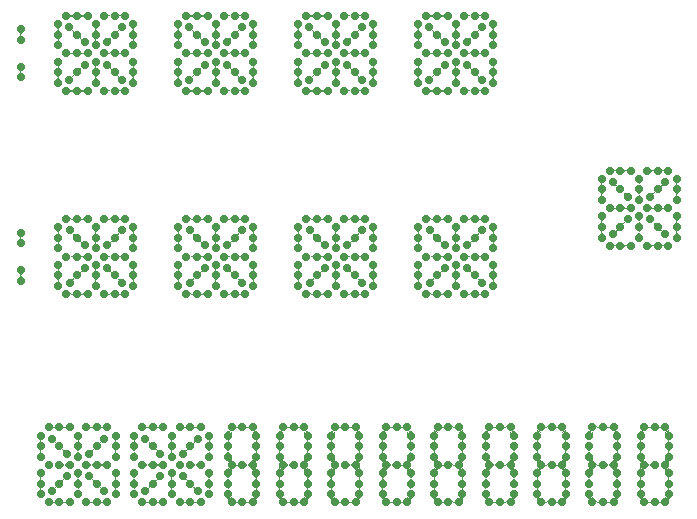
<source format=gbr>
G04 #@! TF.GenerationSoftware,KiCad,Pcbnew,(5.1.9)-1*
G04 #@! TF.CreationDate,2021-05-19T12:02:55-04:00*
G04 #@! TF.ProjectId,upper layers combined,75707065-7220-46c6-9179-65727320636f,rev?*
G04 #@! TF.SameCoordinates,Original*
G04 #@! TF.FileFunction,Soldermask,Top*
G04 #@! TF.FilePolarity,Negative*
%FSLAX46Y46*%
G04 Gerber Fmt 4.6, Leading zero omitted, Abs format (unit mm)*
G04 Created by KiCad (PCBNEW (5.1.9)-1) date 2021-05-19 12:02:55*
%MOMM*%
%LPD*%
G01*
G04 APERTURE LIST*
%ADD10C,0.702000*%
%ADD11C,0.100000*%
G04 APERTURE END LIST*
D10*
X112187500Y-72282000D03*
X112187500Y-71382000D03*
X112187500Y-73182000D03*
X113775000Y-73869500D03*
X112875000Y-73869500D03*
X114675000Y-73869500D03*
X118537500Y-72282000D03*
X118537500Y-71382000D03*
X118537500Y-73182000D03*
X116950000Y-77044500D03*
X116050000Y-77044500D03*
X117850000Y-77044500D03*
X113775000Y-70694500D03*
X112875000Y-70694500D03*
X114675000Y-70694500D03*
X113775000Y-72282000D03*
X113138604Y-71645604D03*
X114411396Y-72918396D03*
X115362500Y-72282000D03*
X115362500Y-71382000D03*
X115362500Y-73182000D03*
X115362500Y-75457000D03*
X115362500Y-76357000D03*
X115362500Y-74557000D03*
X116950000Y-70694500D03*
X116050000Y-70694500D03*
X117850000Y-70694500D03*
X116950000Y-72282000D03*
X116313604Y-72918396D03*
X117586396Y-71645604D03*
X127110000Y-75457000D03*
X126473604Y-74820604D03*
X127746396Y-76093396D03*
X113775000Y-75457000D03*
X113138604Y-76093396D03*
X114411396Y-74820604D03*
X116950000Y-75457000D03*
X116313604Y-74820604D03*
X117586396Y-76093396D03*
X122347500Y-75457000D03*
X122347500Y-76357000D03*
X122347500Y-74557000D03*
X118537500Y-75457000D03*
X118537500Y-76357000D03*
X118537500Y-74557000D03*
X112187500Y-75457000D03*
X112187500Y-76357000D03*
X112187500Y-74557000D03*
X116950000Y-73869500D03*
X116050000Y-73869500D03*
X117850000Y-73869500D03*
X113775000Y-77044500D03*
X112875000Y-77044500D03*
X114675000Y-77044500D03*
X123935000Y-72282000D03*
X123298604Y-71645604D03*
X124571396Y-72918396D03*
X128697500Y-75457000D03*
X128697500Y-76357000D03*
X128697500Y-74557000D03*
X123935000Y-75457000D03*
X123298604Y-76093396D03*
X124571396Y-74820604D03*
X127110000Y-73869500D03*
X126210000Y-73869500D03*
X128010000Y-73869500D03*
X125522500Y-72282000D03*
X125522500Y-71382000D03*
X125522500Y-73182000D03*
X122347500Y-72282000D03*
X122347500Y-71382000D03*
X122347500Y-73182000D03*
X127110000Y-72282000D03*
X126473604Y-72918396D03*
X127746396Y-71645604D03*
X123935000Y-77044500D03*
X123035000Y-77044500D03*
X124835000Y-77044500D03*
X127110000Y-77044500D03*
X126210000Y-77044500D03*
X128010000Y-77044500D03*
X134095000Y-75457000D03*
X133458604Y-76093396D03*
X134731396Y-74820604D03*
X137270000Y-77044500D03*
X136370000Y-77044500D03*
X138170000Y-77044500D03*
X134095000Y-72282000D03*
X133458604Y-71645604D03*
X134731396Y-72918396D03*
X128697500Y-72282000D03*
X128697500Y-71382000D03*
X128697500Y-73182000D03*
X125522500Y-75457000D03*
X125522500Y-76357000D03*
X125522500Y-74557000D03*
X134095000Y-70694500D03*
X133195000Y-70694500D03*
X134995000Y-70694500D03*
X127110000Y-70694500D03*
X126210000Y-70694500D03*
X128010000Y-70694500D03*
X123935000Y-73869500D03*
X123035000Y-73869500D03*
X124835000Y-73869500D03*
X123935000Y-70694500D03*
X123035000Y-70694500D03*
X124835000Y-70694500D03*
X134095000Y-73869500D03*
X133195000Y-73869500D03*
X134995000Y-73869500D03*
X132507500Y-72282000D03*
X132507500Y-71382000D03*
X132507500Y-73182000D03*
X138857500Y-72282000D03*
X138857500Y-71382000D03*
X138857500Y-73182000D03*
X138857500Y-75457000D03*
X138857500Y-76357000D03*
X138857500Y-74557000D03*
X135682500Y-72282000D03*
X135682500Y-71382000D03*
X135682500Y-73182000D03*
X135682500Y-75457000D03*
X135682500Y-76357000D03*
X135682500Y-74557000D03*
X137270000Y-72282000D03*
X136633604Y-72918396D03*
X137906396Y-71645604D03*
X132507500Y-75457000D03*
X132507500Y-76357000D03*
X132507500Y-74557000D03*
X137270000Y-70694500D03*
X136370000Y-70694500D03*
X138170000Y-70694500D03*
X137270000Y-73869500D03*
X136370000Y-73869500D03*
X138170000Y-73869500D03*
X134095000Y-77044500D03*
X133195000Y-77044500D03*
X134995000Y-77044500D03*
X98852500Y-75907000D03*
X98852500Y-75007000D03*
X98852500Y-72732000D03*
X98852500Y-71832000D03*
X137270000Y-75457000D03*
X136633604Y-74820604D03*
X137906396Y-76093396D03*
X106790000Y-73869500D03*
X105890000Y-73869500D03*
X107690000Y-73869500D03*
X105202500Y-72282000D03*
X105202500Y-71382000D03*
X105202500Y-73182000D03*
X108377500Y-72282000D03*
X108377500Y-71382000D03*
X108377500Y-73182000D03*
X103615000Y-72282000D03*
X102978604Y-71645604D03*
X104251396Y-72918396D03*
X103615000Y-70694500D03*
X102715000Y-70694500D03*
X104515000Y-70694500D03*
X103615000Y-73869500D03*
X102715000Y-73869500D03*
X104515000Y-73869500D03*
X106790000Y-70694500D03*
X105890000Y-70694500D03*
X107690000Y-70694500D03*
X106790000Y-75457000D03*
X106153604Y-74820604D03*
X107426396Y-76093396D03*
X105202500Y-75457000D03*
X105202500Y-76357000D03*
X105202500Y-74557000D03*
X108377500Y-75457000D03*
X108377500Y-76357000D03*
X108377500Y-74557000D03*
X103615000Y-75457000D03*
X102978604Y-76093396D03*
X104251396Y-74820604D03*
X106790000Y-72282000D03*
X106153604Y-72918396D03*
X107426396Y-71645604D03*
X103615000Y-77044500D03*
X102715000Y-77044500D03*
X104515000Y-77044500D03*
X102027500Y-75457000D03*
X102027500Y-76357000D03*
X102027500Y-74557000D03*
X106790000Y-77044500D03*
X105890000Y-77044500D03*
X107690000Y-77044500D03*
X102027500Y-72282000D03*
X102027500Y-71382000D03*
X102027500Y-73182000D03*
X98856500Y-89037000D03*
X98856500Y-89937000D03*
X98856500Y-92212000D03*
X98856500Y-93112000D03*
X134999000Y-91074500D03*
X133199000Y-91074500D03*
X134099000Y-91074500D03*
X135686500Y-90387000D03*
X135686500Y-88587000D03*
X135686500Y-89487000D03*
X134999000Y-94249500D03*
X133199000Y-94249500D03*
X134099000Y-94249500D03*
X138174000Y-91074500D03*
X136374000Y-91074500D03*
X137274000Y-91074500D03*
X137910396Y-93298396D03*
X136637604Y-92025604D03*
X137274000Y-92662000D03*
X137910396Y-88850604D03*
X136637604Y-90123396D03*
X137274000Y-89487000D03*
X138861500Y-91762000D03*
X138861500Y-93562000D03*
X138861500Y-92662000D03*
X138174000Y-87899500D03*
X136374000Y-87899500D03*
X137274000Y-87899500D03*
X138861500Y-90387000D03*
X138861500Y-88587000D03*
X138861500Y-89487000D03*
X132511500Y-91762000D03*
X132511500Y-93562000D03*
X132511500Y-92662000D03*
X135686500Y-91762000D03*
X135686500Y-93562000D03*
X135686500Y-92662000D03*
X132511500Y-90387000D03*
X132511500Y-88587000D03*
X132511500Y-89487000D03*
X134735396Y-92025604D03*
X133462604Y-93298396D03*
X134099000Y-92662000D03*
X134735396Y-90123396D03*
X133462604Y-88850604D03*
X134099000Y-89487000D03*
X134999000Y-87899500D03*
X133199000Y-87899500D03*
X134099000Y-87899500D03*
X138174000Y-94249500D03*
X136374000Y-94249500D03*
X137274000Y-94249500D03*
X122351500Y-90387000D03*
X122351500Y-88587000D03*
X122351500Y-89487000D03*
X124575396Y-90123396D03*
X123302604Y-88850604D03*
X123939000Y-89487000D03*
X125526500Y-90387000D03*
X125526500Y-88587000D03*
X125526500Y-89487000D03*
X128014000Y-87899500D03*
X126214000Y-87899500D03*
X127114000Y-87899500D03*
X128014000Y-94249500D03*
X126214000Y-94249500D03*
X127114000Y-94249500D03*
X125526500Y-91762000D03*
X125526500Y-93562000D03*
X125526500Y-92662000D03*
X124839000Y-94249500D03*
X123039000Y-94249500D03*
X123939000Y-94249500D03*
X128701500Y-90387000D03*
X128701500Y-88587000D03*
X128701500Y-89487000D03*
X127750396Y-88850604D03*
X126477604Y-90123396D03*
X127114000Y-89487000D03*
X124839000Y-87899500D03*
X123039000Y-87899500D03*
X123939000Y-87899500D03*
X128701500Y-91762000D03*
X128701500Y-93562000D03*
X128701500Y-92662000D03*
X128014000Y-91074500D03*
X126214000Y-91074500D03*
X127114000Y-91074500D03*
X124575396Y-92025604D03*
X123302604Y-93298396D03*
X123939000Y-92662000D03*
X124839000Y-91074500D03*
X123039000Y-91074500D03*
X123939000Y-91074500D03*
X127750396Y-93298396D03*
X126477604Y-92025604D03*
X127114000Y-92662000D03*
X122351500Y-91762000D03*
X122351500Y-93562000D03*
X122351500Y-92662000D03*
X114679000Y-94249500D03*
X112879000Y-94249500D03*
X113779000Y-94249500D03*
X117854000Y-94249500D03*
X116054000Y-94249500D03*
X116954000Y-94249500D03*
X118541500Y-91762000D03*
X118541500Y-93562000D03*
X118541500Y-92662000D03*
X117854000Y-91074500D03*
X116054000Y-91074500D03*
X116954000Y-91074500D03*
X117590396Y-93298396D03*
X116317604Y-92025604D03*
X116954000Y-92662000D03*
X115366500Y-91762000D03*
X115366500Y-93562000D03*
X115366500Y-92662000D03*
X114415396Y-92025604D03*
X113142604Y-93298396D03*
X113779000Y-92662000D03*
X112191500Y-91762000D03*
X112191500Y-93562000D03*
X112191500Y-92662000D03*
X114679000Y-91074500D03*
X112879000Y-91074500D03*
X113779000Y-91074500D03*
X118541500Y-90387000D03*
X118541500Y-88587000D03*
X118541500Y-89487000D03*
X117590396Y-88850604D03*
X116317604Y-90123396D03*
X116954000Y-89487000D03*
X117854000Y-87899500D03*
X116054000Y-87899500D03*
X116954000Y-87899500D03*
X115366500Y-90387000D03*
X115366500Y-88587000D03*
X115366500Y-89487000D03*
X112191500Y-90387000D03*
X112191500Y-88587000D03*
X112191500Y-89487000D03*
X114415396Y-90123396D03*
X113142604Y-88850604D03*
X113779000Y-89487000D03*
X114679000Y-87899500D03*
X112879000Y-87899500D03*
X113779000Y-87899500D03*
X108381500Y-90387000D03*
X108381500Y-88587000D03*
X108381500Y-89487000D03*
X108381500Y-91762000D03*
X108381500Y-93562000D03*
X108381500Y-92662000D03*
X107694000Y-94249500D03*
X105894000Y-94249500D03*
X106794000Y-94249500D03*
X104519000Y-94249500D03*
X102719000Y-94249500D03*
X103619000Y-94249500D03*
X104255396Y-92025604D03*
X102982604Y-93298396D03*
X103619000Y-92662000D03*
X105206500Y-91762000D03*
X105206500Y-93562000D03*
X105206500Y-92662000D03*
X107430396Y-93298396D03*
X106157604Y-92025604D03*
X106794000Y-92662000D03*
X107694000Y-91074500D03*
X105894000Y-91074500D03*
X106794000Y-91074500D03*
X107430396Y-88850604D03*
X106157604Y-90123396D03*
X106794000Y-89487000D03*
X107694000Y-87899500D03*
X105894000Y-87899500D03*
X106794000Y-87899500D03*
X104519000Y-87899500D03*
X102719000Y-87899500D03*
X103619000Y-87899500D03*
X105206500Y-90387000D03*
X105206500Y-88587000D03*
X105206500Y-89487000D03*
X104255396Y-90123396D03*
X102982604Y-88850604D03*
X103619000Y-89487000D03*
X104519000Y-91074500D03*
X102719000Y-91074500D03*
X103619000Y-91074500D03*
X102031500Y-91762000D03*
X102031500Y-93562000D03*
X102031500Y-92662000D03*
X102031500Y-90387000D03*
X102031500Y-88587000D03*
X102031500Y-89487000D03*
X149619000Y-88557000D03*
X148982604Y-89193396D03*
X150255396Y-87920604D03*
X152794000Y-90144500D03*
X151894000Y-90144500D03*
X153694000Y-90144500D03*
X151206500Y-88557000D03*
X151206500Y-89457000D03*
X151206500Y-87657000D03*
X152794000Y-83794500D03*
X151894000Y-83794500D03*
X153694000Y-83794500D03*
X148031500Y-88557000D03*
X148031500Y-89457000D03*
X148031500Y-87657000D03*
X151206500Y-85382000D03*
X151206500Y-84482000D03*
X151206500Y-86282000D03*
X154381500Y-85382000D03*
X154381500Y-84482000D03*
X154381500Y-86282000D03*
X148031500Y-85382000D03*
X148031500Y-84482000D03*
X148031500Y-86282000D03*
X149619000Y-85382000D03*
X148982604Y-84745604D03*
X150255396Y-86018396D03*
X149619000Y-90144500D03*
X148719000Y-90144500D03*
X150519000Y-90144500D03*
X149619000Y-86969500D03*
X148719000Y-86969500D03*
X150519000Y-86969500D03*
X149619000Y-83794500D03*
X148719000Y-83794500D03*
X150519000Y-83794500D03*
X154381500Y-88557000D03*
X154381500Y-89457000D03*
X154381500Y-87657000D03*
X152794000Y-85382000D03*
X152157604Y-86018396D03*
X153430396Y-84745604D03*
X152794000Y-86969500D03*
X151894000Y-86969500D03*
X153694000Y-86969500D03*
X152794000Y-88557000D03*
X152157604Y-87920604D03*
X153430396Y-89193396D03*
X153714250Y-110303500D03*
X153714250Y-109403500D03*
X153714250Y-111203500D03*
X149348250Y-110303500D03*
X149348250Y-109403500D03*
X149348250Y-111203500D03*
X144982250Y-110303500D03*
X144982250Y-109403500D03*
X144982250Y-111203500D03*
X140616250Y-110303500D03*
X140616250Y-109403500D03*
X140616250Y-111203500D03*
X136250250Y-110303500D03*
X136250250Y-109403500D03*
X136250250Y-111203500D03*
X131884250Y-110303500D03*
X131884250Y-109403500D03*
X131884250Y-111203500D03*
X127518250Y-110303500D03*
X127518250Y-109403500D03*
X127518250Y-111203500D03*
X123152250Y-110303500D03*
X123152250Y-109403500D03*
X123152250Y-111203500D03*
X151333000Y-107128500D03*
X151333000Y-106228500D03*
X151333000Y-108028500D03*
X146967000Y-107128500D03*
X146967000Y-106228500D03*
X146967000Y-108028500D03*
X142601000Y-107128500D03*
X142601000Y-106228500D03*
X142601000Y-108028500D03*
X138235000Y-107128500D03*
X138235000Y-106228500D03*
X138235000Y-108028500D03*
X133869000Y-107128500D03*
X133869000Y-106228500D03*
X133869000Y-108028500D03*
X129503000Y-107128500D03*
X129503000Y-106228500D03*
X129503000Y-108028500D03*
X125137000Y-107128500D03*
X125137000Y-106228500D03*
X125137000Y-108028500D03*
X120771000Y-107128500D03*
X120771000Y-106228500D03*
X120771000Y-108028500D03*
X152523625Y-108716000D03*
X153423625Y-108716000D03*
X151623625Y-108716000D03*
X148157625Y-108716000D03*
X149057625Y-108716000D03*
X147257625Y-108716000D03*
X143791625Y-108716000D03*
X144691625Y-108716000D03*
X142891625Y-108716000D03*
X139425625Y-108716000D03*
X140325625Y-108716000D03*
X138525625Y-108716000D03*
X135059625Y-108716000D03*
X135959625Y-108716000D03*
X134159625Y-108716000D03*
X130693625Y-108716000D03*
X131593625Y-108716000D03*
X129793625Y-108716000D03*
X126327625Y-108716000D03*
X127227625Y-108716000D03*
X125427625Y-108716000D03*
X121961625Y-108716000D03*
X122861625Y-108716000D03*
X121061625Y-108716000D03*
X153714250Y-107128500D03*
X153714250Y-106228500D03*
X153714250Y-108028500D03*
X149348250Y-107128500D03*
X149348250Y-106228500D03*
X149348250Y-108028500D03*
X144982250Y-107128500D03*
X144982250Y-106228500D03*
X144982250Y-108028500D03*
X140616250Y-107128500D03*
X140616250Y-106228500D03*
X140616250Y-108028500D03*
X136250250Y-107128500D03*
X136250250Y-106228500D03*
X136250250Y-108028500D03*
X131884250Y-107128500D03*
X131884250Y-106228500D03*
X131884250Y-108028500D03*
X127518250Y-107128500D03*
X127518250Y-106228500D03*
X127518250Y-108028500D03*
X123152250Y-107128500D03*
X123152250Y-106228500D03*
X123152250Y-108028500D03*
X152523625Y-111891000D03*
X151623625Y-111891000D03*
X153423625Y-111891000D03*
X148157625Y-111891000D03*
X147257625Y-111891000D03*
X149057625Y-111891000D03*
X143791625Y-111891000D03*
X142891625Y-111891000D03*
X144691625Y-111891000D03*
X139425625Y-111891000D03*
X138525625Y-111891000D03*
X140325625Y-111891000D03*
X135059625Y-111891000D03*
X134159625Y-111891000D03*
X135959625Y-111891000D03*
X130693625Y-111891000D03*
X129793625Y-111891000D03*
X131593625Y-111891000D03*
X126327625Y-111891000D03*
X125427625Y-111891000D03*
X127227625Y-111891000D03*
X121961625Y-111891000D03*
X121061625Y-111891000D03*
X122861625Y-111891000D03*
X151333000Y-110303500D03*
X151333000Y-109403500D03*
X151333000Y-111203500D03*
X146967000Y-110303500D03*
X146967000Y-109403500D03*
X146967000Y-111203500D03*
X142601000Y-110303500D03*
X142601000Y-109403500D03*
X142601000Y-111203500D03*
X138235000Y-110303500D03*
X138235000Y-109403500D03*
X138235000Y-111203500D03*
X133869000Y-110303500D03*
X133869000Y-109403500D03*
X133869000Y-111203500D03*
X129503000Y-110303500D03*
X129503000Y-109403500D03*
X129503000Y-111203500D03*
X125137000Y-110303500D03*
X125137000Y-109403500D03*
X125137000Y-111203500D03*
X120771000Y-110303500D03*
X120771000Y-109403500D03*
X120771000Y-111203500D03*
X152523625Y-105541000D03*
X151623625Y-105541000D03*
X153423625Y-105541000D03*
X148157625Y-105541000D03*
X147257625Y-105541000D03*
X149057625Y-105541000D03*
X143791625Y-105541000D03*
X142891625Y-105541000D03*
X144691625Y-105541000D03*
X139425625Y-105541000D03*
X138525625Y-105541000D03*
X140325625Y-105541000D03*
X135059625Y-105541000D03*
X134159625Y-105541000D03*
X135959625Y-105541000D03*
X130693625Y-105541000D03*
X129793625Y-105541000D03*
X131593625Y-105541000D03*
X126327625Y-105541000D03*
X125427625Y-105541000D03*
X127227625Y-105541000D03*
X121961625Y-105541000D03*
X121061625Y-105541000D03*
X122861625Y-105541000D03*
X118495625Y-111891000D03*
X116695625Y-111891000D03*
X117595625Y-111891000D03*
X116405000Y-111203500D03*
X116405000Y-109403500D03*
X116405000Y-110303500D03*
X118786250Y-111203500D03*
X118786250Y-109403500D03*
X118786250Y-110303500D03*
X116405000Y-108028500D03*
X116405000Y-106228500D03*
X116405000Y-107128500D03*
X116695625Y-108716000D03*
X118495625Y-108716000D03*
X117595625Y-108716000D03*
X118786250Y-108028500D03*
X118786250Y-106228500D03*
X118786250Y-107128500D03*
X118495625Y-105541000D03*
X116695625Y-105541000D03*
X117595625Y-105541000D03*
X113211500Y-107126000D03*
X112575104Y-107762396D03*
X113847896Y-106489604D03*
X108449000Y-107126000D03*
X108449000Y-106226000D03*
X108449000Y-108026000D03*
X113211500Y-110301000D03*
X112575104Y-109664604D03*
X113847896Y-110937396D03*
X111624000Y-110301000D03*
X111624000Y-111201000D03*
X111624000Y-109401000D03*
X110036500Y-111888500D03*
X109136500Y-111888500D03*
X110936500Y-111888500D03*
X114799000Y-107126000D03*
X114799000Y-106226000D03*
X114799000Y-108026000D03*
X113211500Y-111888500D03*
X112311500Y-111888500D03*
X114111500Y-111888500D03*
X110036500Y-110301000D03*
X109400104Y-110937396D03*
X110672896Y-109664604D03*
X114799000Y-110301000D03*
X114799000Y-111201000D03*
X114799000Y-109401000D03*
X111624000Y-107126000D03*
X111624000Y-106226000D03*
X111624000Y-108026000D03*
X113211500Y-108713500D03*
X112311500Y-108713500D03*
X114111500Y-108713500D03*
X108449000Y-110301000D03*
X108449000Y-111201000D03*
X108449000Y-109401000D03*
X110036500Y-107126000D03*
X109400104Y-106489604D03*
X110672896Y-107762396D03*
X110036500Y-108713500D03*
X109136500Y-108713500D03*
X110936500Y-108713500D03*
X110036500Y-105538500D03*
X109136500Y-105538500D03*
X110936500Y-105538500D03*
X113211500Y-105538500D03*
X112311500Y-105538500D03*
X114111500Y-105538500D03*
X105291500Y-107126000D03*
X104655104Y-107762396D03*
X105927896Y-106489604D03*
X100529000Y-107126000D03*
X100529000Y-106226000D03*
X100529000Y-108026000D03*
X105291500Y-110301000D03*
X104655104Y-109664604D03*
X105927896Y-110937396D03*
X103704000Y-110301000D03*
X103704000Y-111201000D03*
X103704000Y-109401000D03*
X102116500Y-111888500D03*
X101216500Y-111888500D03*
X103016500Y-111888500D03*
X106879000Y-107126000D03*
X106879000Y-106226000D03*
X106879000Y-108026000D03*
X105291500Y-111888500D03*
X104391500Y-111888500D03*
X106191500Y-111888500D03*
X102116500Y-110301000D03*
X101480104Y-110937396D03*
X102752896Y-109664604D03*
X106879000Y-110301000D03*
X106879000Y-111201000D03*
X106879000Y-109401000D03*
X103704000Y-107126000D03*
X103704000Y-106226000D03*
X103704000Y-108026000D03*
X105291500Y-108713500D03*
X104391500Y-108713500D03*
X106191500Y-108713500D03*
X100529000Y-110301000D03*
X100529000Y-111201000D03*
X100529000Y-109401000D03*
X102116500Y-107126000D03*
X101480104Y-106489604D03*
X102752896Y-107762396D03*
X102116500Y-108713500D03*
X101216500Y-108713500D03*
X103016500Y-108713500D03*
X102116500Y-105538500D03*
X101216500Y-105538500D03*
X103016500Y-105538500D03*
X105291500Y-105538500D03*
X104391500Y-105538500D03*
X106191500Y-105538500D03*
D11*
G36*
X147823175Y-111789373D02*
G01*
X147823439Y-111790819D01*
X147810315Y-111856795D01*
X147810315Y-111925205D01*
X147823439Y-111991181D01*
X147822796Y-111993075D01*
X147820834Y-111993465D01*
X147819713Y-111992514D01*
X147809887Y-111974130D01*
X147794592Y-111955493D01*
X147775955Y-111940198D01*
X147754691Y-111928833D01*
X147731616Y-111921833D01*
X147707625Y-111919470D01*
X147683634Y-111921833D01*
X147660559Y-111928833D01*
X147639295Y-111940198D01*
X147620658Y-111955493D01*
X147605363Y-111974130D01*
X147595537Y-111992514D01*
X147593838Y-111993570D01*
X147592075Y-111992627D01*
X147591811Y-111991181D01*
X147604935Y-111925205D01*
X147604935Y-111856795D01*
X147591811Y-111790819D01*
X147592454Y-111788925D01*
X147594416Y-111788535D01*
X147595537Y-111789486D01*
X147605363Y-111807870D01*
X147620658Y-111826507D01*
X147639295Y-111841802D01*
X147660559Y-111853167D01*
X147683634Y-111860167D01*
X147707625Y-111862530D01*
X147731616Y-111860167D01*
X147754691Y-111853167D01*
X147775955Y-111841802D01*
X147794592Y-111826507D01*
X147809887Y-111807870D01*
X147819713Y-111789486D01*
X147821412Y-111788430D01*
X147823175Y-111789373D01*
G37*
G36*
X148723175Y-111789373D02*
G01*
X148723439Y-111790819D01*
X148710315Y-111856795D01*
X148710315Y-111925205D01*
X148723439Y-111991181D01*
X148722796Y-111993075D01*
X148720834Y-111993465D01*
X148719713Y-111992514D01*
X148709887Y-111974130D01*
X148694592Y-111955493D01*
X148675955Y-111940198D01*
X148654691Y-111928833D01*
X148631616Y-111921833D01*
X148607625Y-111919470D01*
X148583634Y-111921833D01*
X148560559Y-111928833D01*
X148539295Y-111940198D01*
X148520658Y-111955493D01*
X148505363Y-111974130D01*
X148495537Y-111992514D01*
X148493838Y-111993570D01*
X148492075Y-111992627D01*
X148491811Y-111991181D01*
X148504935Y-111925205D01*
X148504935Y-111856795D01*
X148491811Y-111790819D01*
X148492454Y-111788925D01*
X148494416Y-111788535D01*
X148495537Y-111789486D01*
X148505363Y-111807870D01*
X148520658Y-111826507D01*
X148539295Y-111841802D01*
X148560559Y-111853167D01*
X148583634Y-111860167D01*
X148607625Y-111862530D01*
X148631616Y-111860167D01*
X148654691Y-111853167D01*
X148675955Y-111841802D01*
X148694592Y-111826507D01*
X148709887Y-111807870D01*
X148719713Y-111789486D01*
X148721412Y-111788430D01*
X148723175Y-111789373D01*
G37*
G36*
X125993175Y-111789373D02*
G01*
X125993439Y-111790819D01*
X125980315Y-111856795D01*
X125980315Y-111925205D01*
X125993439Y-111991181D01*
X125992796Y-111993075D01*
X125990834Y-111993465D01*
X125989713Y-111992514D01*
X125979887Y-111974130D01*
X125964592Y-111955493D01*
X125945955Y-111940198D01*
X125924691Y-111928833D01*
X125901616Y-111921833D01*
X125877625Y-111919470D01*
X125853634Y-111921833D01*
X125830559Y-111928833D01*
X125809295Y-111940198D01*
X125790658Y-111955493D01*
X125775363Y-111974130D01*
X125765537Y-111992514D01*
X125763838Y-111993570D01*
X125762075Y-111992627D01*
X125761811Y-111991181D01*
X125774935Y-111925205D01*
X125774935Y-111856795D01*
X125761811Y-111790819D01*
X125762454Y-111788925D01*
X125764416Y-111788535D01*
X125765537Y-111789486D01*
X125775363Y-111807870D01*
X125790658Y-111826507D01*
X125809295Y-111841802D01*
X125830559Y-111853167D01*
X125853634Y-111860167D01*
X125877625Y-111862530D01*
X125901616Y-111860167D01*
X125924691Y-111853167D01*
X125945955Y-111841802D01*
X125964592Y-111826507D01*
X125979887Y-111807870D01*
X125989713Y-111789486D01*
X125991412Y-111788430D01*
X125993175Y-111789373D01*
G37*
G36*
X139091175Y-111789373D02*
G01*
X139091439Y-111790819D01*
X139078315Y-111856795D01*
X139078315Y-111925205D01*
X139091439Y-111991181D01*
X139090796Y-111993075D01*
X139088834Y-111993465D01*
X139087713Y-111992514D01*
X139077887Y-111974130D01*
X139062592Y-111955493D01*
X139043955Y-111940198D01*
X139022691Y-111928833D01*
X138999616Y-111921833D01*
X138975625Y-111919470D01*
X138951634Y-111921833D01*
X138928559Y-111928833D01*
X138907295Y-111940198D01*
X138888658Y-111955493D01*
X138873363Y-111974130D01*
X138863537Y-111992514D01*
X138861838Y-111993570D01*
X138860075Y-111992627D01*
X138859811Y-111991181D01*
X138872935Y-111925205D01*
X138872935Y-111856795D01*
X138859811Y-111790819D01*
X138860454Y-111788925D01*
X138862416Y-111788535D01*
X138863537Y-111789486D01*
X138873363Y-111807870D01*
X138888658Y-111826507D01*
X138907295Y-111841802D01*
X138928559Y-111853167D01*
X138951634Y-111860167D01*
X138975625Y-111862530D01*
X138999616Y-111860167D01*
X139022691Y-111853167D01*
X139043955Y-111841802D01*
X139062592Y-111826507D01*
X139077887Y-111807870D01*
X139087713Y-111789486D01*
X139089412Y-111788430D01*
X139091175Y-111789373D01*
G37*
G36*
X122527175Y-111789373D02*
G01*
X122527439Y-111790819D01*
X122514315Y-111856795D01*
X122514315Y-111925205D01*
X122527439Y-111991181D01*
X122526796Y-111993075D01*
X122524834Y-111993465D01*
X122523713Y-111992514D01*
X122513887Y-111974130D01*
X122498592Y-111955493D01*
X122479955Y-111940198D01*
X122458691Y-111928833D01*
X122435616Y-111921833D01*
X122411625Y-111919470D01*
X122387634Y-111921833D01*
X122364559Y-111928833D01*
X122343295Y-111940198D01*
X122324658Y-111955493D01*
X122309363Y-111974130D01*
X122299537Y-111992514D01*
X122297838Y-111993570D01*
X122296075Y-111992627D01*
X122295811Y-111991181D01*
X122308935Y-111925205D01*
X122308935Y-111856795D01*
X122295811Y-111790819D01*
X122296454Y-111788925D01*
X122298416Y-111788535D01*
X122299537Y-111789486D01*
X122309363Y-111807870D01*
X122324658Y-111826507D01*
X122343295Y-111841802D01*
X122364559Y-111853167D01*
X122387634Y-111860167D01*
X122411625Y-111862530D01*
X122435616Y-111860167D01*
X122458691Y-111853167D01*
X122479955Y-111841802D01*
X122498592Y-111826507D01*
X122513887Y-111807870D01*
X122523713Y-111789486D01*
X122525412Y-111788430D01*
X122527175Y-111789373D01*
G37*
G36*
X131259175Y-111789373D02*
G01*
X131259439Y-111790819D01*
X131246315Y-111856795D01*
X131246315Y-111925205D01*
X131259439Y-111991181D01*
X131258796Y-111993075D01*
X131256834Y-111993465D01*
X131255713Y-111992514D01*
X131245887Y-111974130D01*
X131230592Y-111955493D01*
X131211955Y-111940198D01*
X131190691Y-111928833D01*
X131167616Y-111921833D01*
X131143625Y-111919470D01*
X131119634Y-111921833D01*
X131096559Y-111928833D01*
X131075295Y-111940198D01*
X131056658Y-111955493D01*
X131041363Y-111974130D01*
X131031537Y-111992514D01*
X131029838Y-111993570D01*
X131028075Y-111992627D01*
X131027811Y-111991181D01*
X131040935Y-111925205D01*
X131040935Y-111856795D01*
X131027811Y-111790819D01*
X131028454Y-111788925D01*
X131030416Y-111788535D01*
X131031537Y-111789486D01*
X131041363Y-111807870D01*
X131056658Y-111826507D01*
X131075295Y-111841802D01*
X131096559Y-111853167D01*
X131119634Y-111860167D01*
X131143625Y-111862530D01*
X131167616Y-111860167D01*
X131190691Y-111853167D01*
X131211955Y-111841802D01*
X131230592Y-111826507D01*
X131245887Y-111807870D01*
X131255713Y-111789486D01*
X131257412Y-111788430D01*
X131259175Y-111789373D01*
G37*
G36*
X153089175Y-111789373D02*
G01*
X153089439Y-111790819D01*
X153076315Y-111856795D01*
X153076315Y-111925205D01*
X153089439Y-111991181D01*
X153088796Y-111993075D01*
X153086834Y-111993465D01*
X153085713Y-111992514D01*
X153075887Y-111974130D01*
X153060592Y-111955493D01*
X153041955Y-111940198D01*
X153020691Y-111928833D01*
X152997616Y-111921833D01*
X152973625Y-111919470D01*
X152949634Y-111921833D01*
X152926559Y-111928833D01*
X152905295Y-111940198D01*
X152886658Y-111955493D01*
X152871363Y-111974130D01*
X152861537Y-111992514D01*
X152859838Y-111993570D01*
X152858075Y-111992627D01*
X152857811Y-111991181D01*
X152870935Y-111925205D01*
X152870935Y-111856795D01*
X152857811Y-111790819D01*
X152858454Y-111788925D01*
X152860416Y-111788535D01*
X152861537Y-111789486D01*
X152871363Y-111807870D01*
X152886658Y-111826507D01*
X152905295Y-111841802D01*
X152926559Y-111853167D01*
X152949634Y-111860167D01*
X152973625Y-111862530D01*
X152997616Y-111860167D01*
X153020691Y-111853167D01*
X153041955Y-111841802D01*
X153060592Y-111826507D01*
X153075887Y-111807870D01*
X153085713Y-111789486D01*
X153087412Y-111788430D01*
X153089175Y-111789373D01*
G37*
G36*
X117261175Y-111789373D02*
G01*
X117261439Y-111790819D01*
X117248315Y-111856795D01*
X117248315Y-111925205D01*
X117261439Y-111991181D01*
X117260796Y-111993075D01*
X117258834Y-111993465D01*
X117257713Y-111992514D01*
X117247887Y-111974130D01*
X117232592Y-111955493D01*
X117213955Y-111940198D01*
X117192691Y-111928833D01*
X117169616Y-111921833D01*
X117145625Y-111919470D01*
X117121634Y-111921833D01*
X117098559Y-111928833D01*
X117077295Y-111940198D01*
X117058658Y-111955493D01*
X117043363Y-111974130D01*
X117033537Y-111992514D01*
X117031838Y-111993570D01*
X117030075Y-111992627D01*
X117029811Y-111991181D01*
X117042935Y-111925205D01*
X117042935Y-111856795D01*
X117029811Y-111790819D01*
X117030454Y-111788925D01*
X117032416Y-111788535D01*
X117033537Y-111789486D01*
X117043363Y-111807870D01*
X117058658Y-111826507D01*
X117077295Y-111841802D01*
X117098559Y-111853167D01*
X117121634Y-111860167D01*
X117145625Y-111862530D01*
X117169616Y-111860167D01*
X117192691Y-111853167D01*
X117213955Y-111841802D01*
X117232592Y-111826507D01*
X117247887Y-111807870D01*
X117257713Y-111789486D01*
X117259412Y-111788430D01*
X117261175Y-111789373D01*
G37*
G36*
X130359175Y-111789373D02*
G01*
X130359439Y-111790819D01*
X130346315Y-111856795D01*
X130346315Y-111925205D01*
X130359439Y-111991181D01*
X130358796Y-111993075D01*
X130356834Y-111993465D01*
X130355713Y-111992514D01*
X130345887Y-111974130D01*
X130330592Y-111955493D01*
X130311955Y-111940198D01*
X130290691Y-111928833D01*
X130267616Y-111921833D01*
X130243625Y-111919470D01*
X130219634Y-111921833D01*
X130196559Y-111928833D01*
X130175295Y-111940198D01*
X130156658Y-111955493D01*
X130141363Y-111974130D01*
X130131537Y-111992514D01*
X130129838Y-111993570D01*
X130128075Y-111992627D01*
X130127811Y-111991181D01*
X130140935Y-111925205D01*
X130140935Y-111856795D01*
X130127811Y-111790819D01*
X130128454Y-111788925D01*
X130130416Y-111788535D01*
X130131537Y-111789486D01*
X130141363Y-111807870D01*
X130156658Y-111826507D01*
X130175295Y-111841802D01*
X130196559Y-111853167D01*
X130219634Y-111860167D01*
X130243625Y-111862530D01*
X130267616Y-111860167D01*
X130290691Y-111853167D01*
X130311955Y-111841802D01*
X130330592Y-111826507D01*
X130345887Y-111807870D01*
X130355713Y-111789486D01*
X130357412Y-111788430D01*
X130359175Y-111789373D01*
G37*
G36*
X143457175Y-111789373D02*
G01*
X143457439Y-111790819D01*
X143444315Y-111856795D01*
X143444315Y-111925205D01*
X143457439Y-111991181D01*
X143456796Y-111993075D01*
X143454834Y-111993465D01*
X143453713Y-111992514D01*
X143443887Y-111974130D01*
X143428592Y-111955493D01*
X143409955Y-111940198D01*
X143388691Y-111928833D01*
X143365616Y-111921833D01*
X143341625Y-111919470D01*
X143317634Y-111921833D01*
X143294559Y-111928833D01*
X143273295Y-111940198D01*
X143254658Y-111955493D01*
X143239363Y-111974130D01*
X143229537Y-111992514D01*
X143227838Y-111993570D01*
X143226075Y-111992627D01*
X143225811Y-111991181D01*
X143238935Y-111925205D01*
X143238935Y-111856795D01*
X143225811Y-111790819D01*
X143226454Y-111788925D01*
X143228416Y-111788535D01*
X143229537Y-111789486D01*
X143239363Y-111807870D01*
X143254658Y-111826507D01*
X143273295Y-111841802D01*
X143294559Y-111853167D01*
X143317634Y-111860167D01*
X143341625Y-111862530D01*
X143365616Y-111860167D01*
X143388691Y-111853167D01*
X143409955Y-111841802D01*
X143428592Y-111826507D01*
X143443887Y-111807870D01*
X143453713Y-111789486D01*
X143455412Y-111788430D01*
X143457175Y-111789373D01*
G37*
G36*
X121627175Y-111789373D02*
G01*
X121627439Y-111790819D01*
X121614315Y-111856795D01*
X121614315Y-111925205D01*
X121627439Y-111991181D01*
X121626796Y-111993075D01*
X121624834Y-111993465D01*
X121623713Y-111992514D01*
X121613887Y-111974130D01*
X121598592Y-111955493D01*
X121579955Y-111940198D01*
X121558691Y-111928833D01*
X121535616Y-111921833D01*
X121511625Y-111919470D01*
X121487634Y-111921833D01*
X121464559Y-111928833D01*
X121443295Y-111940198D01*
X121424658Y-111955493D01*
X121409363Y-111974130D01*
X121399537Y-111992514D01*
X121397838Y-111993570D01*
X121396075Y-111992627D01*
X121395811Y-111991181D01*
X121408935Y-111925205D01*
X121408935Y-111856795D01*
X121395811Y-111790819D01*
X121396454Y-111788925D01*
X121398416Y-111788535D01*
X121399537Y-111789486D01*
X121409363Y-111807870D01*
X121424658Y-111826507D01*
X121443295Y-111841802D01*
X121464559Y-111853167D01*
X121487634Y-111860167D01*
X121511625Y-111862530D01*
X121535616Y-111860167D01*
X121558691Y-111853167D01*
X121579955Y-111841802D01*
X121598592Y-111826507D01*
X121613887Y-111807870D01*
X121623713Y-111789486D01*
X121625412Y-111788430D01*
X121627175Y-111789373D01*
G37*
G36*
X139991175Y-111789373D02*
G01*
X139991439Y-111790819D01*
X139978315Y-111856795D01*
X139978315Y-111925205D01*
X139991439Y-111991181D01*
X139990796Y-111993075D01*
X139988834Y-111993465D01*
X139987713Y-111992514D01*
X139977887Y-111974130D01*
X139962592Y-111955493D01*
X139943955Y-111940198D01*
X139922691Y-111928833D01*
X139899616Y-111921833D01*
X139875625Y-111919470D01*
X139851634Y-111921833D01*
X139828559Y-111928833D01*
X139807295Y-111940198D01*
X139788658Y-111955493D01*
X139773363Y-111974130D01*
X139763537Y-111992514D01*
X139761838Y-111993570D01*
X139760075Y-111992627D01*
X139759811Y-111991181D01*
X139772935Y-111925205D01*
X139772935Y-111856795D01*
X139759811Y-111790819D01*
X139760454Y-111788925D01*
X139762416Y-111788535D01*
X139763537Y-111789486D01*
X139773363Y-111807870D01*
X139788658Y-111826507D01*
X139807295Y-111841802D01*
X139828559Y-111853167D01*
X139851634Y-111860167D01*
X139875625Y-111862530D01*
X139899616Y-111860167D01*
X139922691Y-111853167D01*
X139943955Y-111841802D01*
X139962592Y-111826507D01*
X139977887Y-111807870D01*
X139987713Y-111789486D01*
X139989412Y-111788430D01*
X139991175Y-111789373D01*
G37*
G36*
X152189175Y-111789373D02*
G01*
X152189439Y-111790819D01*
X152176315Y-111856795D01*
X152176315Y-111925205D01*
X152189439Y-111991181D01*
X152188796Y-111993075D01*
X152186834Y-111993465D01*
X152185713Y-111992514D01*
X152175887Y-111974130D01*
X152160592Y-111955493D01*
X152141955Y-111940198D01*
X152120691Y-111928833D01*
X152097616Y-111921833D01*
X152073625Y-111919470D01*
X152049634Y-111921833D01*
X152026559Y-111928833D01*
X152005295Y-111940198D01*
X151986658Y-111955493D01*
X151971363Y-111974130D01*
X151961537Y-111992514D01*
X151959838Y-111993570D01*
X151958075Y-111992627D01*
X151957811Y-111991181D01*
X151970935Y-111925205D01*
X151970935Y-111856795D01*
X151957811Y-111790819D01*
X151958454Y-111788925D01*
X151960416Y-111788535D01*
X151961537Y-111789486D01*
X151971363Y-111807870D01*
X151986658Y-111826507D01*
X152005295Y-111841802D01*
X152026559Y-111853167D01*
X152049634Y-111860167D01*
X152073625Y-111862530D01*
X152097616Y-111860167D01*
X152120691Y-111853167D01*
X152141955Y-111841802D01*
X152160592Y-111826507D01*
X152175887Y-111807870D01*
X152185713Y-111789486D01*
X152187412Y-111788430D01*
X152189175Y-111789373D01*
G37*
G36*
X134725175Y-111789373D02*
G01*
X134725439Y-111790819D01*
X134712315Y-111856795D01*
X134712315Y-111925205D01*
X134725439Y-111991181D01*
X134724796Y-111993075D01*
X134722834Y-111993465D01*
X134721713Y-111992514D01*
X134711887Y-111974130D01*
X134696592Y-111955493D01*
X134677955Y-111940198D01*
X134656691Y-111928833D01*
X134633616Y-111921833D01*
X134609625Y-111919470D01*
X134585634Y-111921833D01*
X134562559Y-111928833D01*
X134541295Y-111940198D01*
X134522658Y-111955493D01*
X134507363Y-111974130D01*
X134497537Y-111992514D01*
X134495838Y-111993570D01*
X134494075Y-111992627D01*
X134493811Y-111991181D01*
X134506935Y-111925205D01*
X134506935Y-111856795D01*
X134493811Y-111790819D01*
X134494454Y-111788925D01*
X134496416Y-111788535D01*
X134497537Y-111789486D01*
X134507363Y-111807870D01*
X134522658Y-111826507D01*
X134541295Y-111841802D01*
X134562559Y-111853167D01*
X134585634Y-111860167D01*
X134609625Y-111862530D01*
X134633616Y-111860167D01*
X134656691Y-111853167D01*
X134677955Y-111841802D01*
X134696592Y-111826507D01*
X134711887Y-111807870D01*
X134721713Y-111789486D01*
X134723412Y-111788430D01*
X134725175Y-111789373D01*
G37*
G36*
X118161175Y-111789373D02*
G01*
X118161439Y-111790819D01*
X118148315Y-111856795D01*
X118148315Y-111925205D01*
X118161439Y-111991181D01*
X118160796Y-111993075D01*
X118158834Y-111993465D01*
X118157713Y-111992514D01*
X118147887Y-111974130D01*
X118132592Y-111955493D01*
X118113955Y-111940198D01*
X118092691Y-111928833D01*
X118069616Y-111921833D01*
X118045625Y-111919470D01*
X118021634Y-111921833D01*
X117998559Y-111928833D01*
X117977295Y-111940198D01*
X117958658Y-111955493D01*
X117943363Y-111974130D01*
X117933537Y-111992514D01*
X117931838Y-111993570D01*
X117930075Y-111992627D01*
X117929811Y-111991181D01*
X117942935Y-111925205D01*
X117942935Y-111856795D01*
X117929811Y-111790819D01*
X117930454Y-111788925D01*
X117932416Y-111788535D01*
X117933537Y-111789486D01*
X117943363Y-111807870D01*
X117958658Y-111826507D01*
X117977295Y-111841802D01*
X117998559Y-111853167D01*
X118021634Y-111860167D01*
X118045625Y-111862530D01*
X118069616Y-111860167D01*
X118092691Y-111853167D01*
X118113955Y-111841802D01*
X118132592Y-111826507D01*
X118147887Y-111807870D01*
X118157713Y-111789486D01*
X118159412Y-111788430D01*
X118161175Y-111789373D01*
G37*
G36*
X126893175Y-111789373D02*
G01*
X126893439Y-111790819D01*
X126880315Y-111856795D01*
X126880315Y-111925205D01*
X126893439Y-111991181D01*
X126892796Y-111993075D01*
X126890834Y-111993465D01*
X126889713Y-111992514D01*
X126879887Y-111974130D01*
X126864592Y-111955493D01*
X126845955Y-111940198D01*
X126824691Y-111928833D01*
X126801616Y-111921833D01*
X126777625Y-111919470D01*
X126753634Y-111921833D01*
X126730559Y-111928833D01*
X126709295Y-111940198D01*
X126690658Y-111955493D01*
X126675363Y-111974130D01*
X126665537Y-111992514D01*
X126663838Y-111993570D01*
X126662075Y-111992627D01*
X126661811Y-111991181D01*
X126674935Y-111925205D01*
X126674935Y-111856795D01*
X126661811Y-111790819D01*
X126662454Y-111788925D01*
X126664416Y-111788535D01*
X126665537Y-111789486D01*
X126675363Y-111807870D01*
X126690658Y-111826507D01*
X126709295Y-111841802D01*
X126730559Y-111853167D01*
X126753634Y-111860167D01*
X126777625Y-111862530D01*
X126801616Y-111860167D01*
X126824691Y-111853167D01*
X126845955Y-111841802D01*
X126864592Y-111826507D01*
X126879887Y-111807870D01*
X126889713Y-111789486D01*
X126891412Y-111788430D01*
X126893175Y-111789373D01*
G37*
G36*
X135625175Y-111789373D02*
G01*
X135625439Y-111790819D01*
X135612315Y-111856795D01*
X135612315Y-111925205D01*
X135625439Y-111991181D01*
X135624796Y-111993075D01*
X135622834Y-111993465D01*
X135621713Y-111992514D01*
X135611887Y-111974130D01*
X135596592Y-111955493D01*
X135577955Y-111940198D01*
X135556691Y-111928833D01*
X135533616Y-111921833D01*
X135509625Y-111919470D01*
X135485634Y-111921833D01*
X135462559Y-111928833D01*
X135441295Y-111940198D01*
X135422658Y-111955493D01*
X135407363Y-111974130D01*
X135397537Y-111992514D01*
X135395838Y-111993570D01*
X135394075Y-111992627D01*
X135393811Y-111991181D01*
X135406935Y-111925205D01*
X135406935Y-111856795D01*
X135393811Y-111790819D01*
X135394454Y-111788925D01*
X135396416Y-111788535D01*
X135397537Y-111789486D01*
X135407363Y-111807870D01*
X135422658Y-111826507D01*
X135441295Y-111841802D01*
X135462559Y-111853167D01*
X135485634Y-111860167D01*
X135509625Y-111862530D01*
X135533616Y-111860167D01*
X135556691Y-111853167D01*
X135577955Y-111841802D01*
X135596592Y-111826507D01*
X135611887Y-111807870D01*
X135621713Y-111789486D01*
X135623412Y-111788430D01*
X135625175Y-111789373D01*
G37*
G36*
X144357175Y-111789373D02*
G01*
X144357439Y-111790819D01*
X144344315Y-111856795D01*
X144344315Y-111925205D01*
X144357439Y-111991181D01*
X144356796Y-111993075D01*
X144354834Y-111993465D01*
X144353713Y-111992514D01*
X144343887Y-111974130D01*
X144328592Y-111955493D01*
X144309955Y-111940198D01*
X144288691Y-111928833D01*
X144265616Y-111921833D01*
X144241625Y-111919470D01*
X144217634Y-111921833D01*
X144194559Y-111928833D01*
X144173295Y-111940198D01*
X144154658Y-111955493D01*
X144139363Y-111974130D01*
X144129537Y-111992514D01*
X144127838Y-111993570D01*
X144126075Y-111992627D01*
X144125811Y-111991181D01*
X144138935Y-111925205D01*
X144138935Y-111856795D01*
X144125811Y-111790819D01*
X144126454Y-111788925D01*
X144128416Y-111788535D01*
X144129537Y-111789486D01*
X144139363Y-111807870D01*
X144154658Y-111826507D01*
X144173295Y-111841802D01*
X144194559Y-111853167D01*
X144217634Y-111860167D01*
X144241625Y-111862530D01*
X144265616Y-111860167D01*
X144288691Y-111853167D01*
X144309955Y-111841802D01*
X144328592Y-111826507D01*
X144343887Y-111807870D01*
X144353713Y-111789486D01*
X144355412Y-111788430D01*
X144357175Y-111789373D01*
G37*
G36*
X105857050Y-111786873D02*
G01*
X105857314Y-111788319D01*
X105844190Y-111854295D01*
X105844190Y-111922705D01*
X105857314Y-111988681D01*
X105856671Y-111990575D01*
X105854709Y-111990965D01*
X105853588Y-111990014D01*
X105843762Y-111971630D01*
X105828467Y-111952993D01*
X105809830Y-111937698D01*
X105788566Y-111926333D01*
X105765491Y-111919333D01*
X105741500Y-111916970D01*
X105717509Y-111919333D01*
X105694434Y-111926333D01*
X105673170Y-111937698D01*
X105654533Y-111952993D01*
X105639238Y-111971630D01*
X105629412Y-111990014D01*
X105627713Y-111991070D01*
X105625950Y-111990127D01*
X105625686Y-111988681D01*
X105638810Y-111922705D01*
X105638810Y-111854295D01*
X105625686Y-111788319D01*
X105626329Y-111786425D01*
X105628291Y-111786035D01*
X105629412Y-111786986D01*
X105639238Y-111805370D01*
X105654533Y-111824007D01*
X105673170Y-111839302D01*
X105694434Y-111850667D01*
X105717509Y-111857667D01*
X105741500Y-111860030D01*
X105765491Y-111857667D01*
X105788566Y-111850667D01*
X105809830Y-111839302D01*
X105828467Y-111824007D01*
X105843762Y-111805370D01*
X105853588Y-111786986D01*
X105855287Y-111785930D01*
X105857050Y-111786873D01*
G37*
G36*
X101782050Y-111786873D02*
G01*
X101782314Y-111788319D01*
X101769190Y-111854295D01*
X101769190Y-111922705D01*
X101782314Y-111988681D01*
X101781671Y-111990575D01*
X101779709Y-111990965D01*
X101778588Y-111990014D01*
X101768762Y-111971630D01*
X101753467Y-111952993D01*
X101734830Y-111937698D01*
X101713566Y-111926333D01*
X101690491Y-111919333D01*
X101666500Y-111916970D01*
X101642509Y-111919333D01*
X101619434Y-111926333D01*
X101598170Y-111937698D01*
X101579533Y-111952993D01*
X101564238Y-111971630D01*
X101554412Y-111990014D01*
X101552713Y-111991070D01*
X101550950Y-111990127D01*
X101550686Y-111988681D01*
X101563810Y-111922705D01*
X101563810Y-111854295D01*
X101550686Y-111788319D01*
X101551329Y-111786425D01*
X101553291Y-111786035D01*
X101554412Y-111786986D01*
X101564238Y-111805370D01*
X101579533Y-111824007D01*
X101598170Y-111839302D01*
X101619434Y-111850667D01*
X101642509Y-111857667D01*
X101666500Y-111860030D01*
X101690491Y-111857667D01*
X101713566Y-111850667D01*
X101734830Y-111839302D01*
X101753467Y-111824007D01*
X101768762Y-111805370D01*
X101778588Y-111786986D01*
X101780287Y-111785930D01*
X101782050Y-111786873D01*
G37*
G36*
X102682050Y-111786873D02*
G01*
X102682314Y-111788319D01*
X102669190Y-111854295D01*
X102669190Y-111922705D01*
X102682314Y-111988681D01*
X102681671Y-111990575D01*
X102679709Y-111990965D01*
X102678588Y-111990014D01*
X102668762Y-111971630D01*
X102653467Y-111952993D01*
X102634830Y-111937698D01*
X102613566Y-111926333D01*
X102590491Y-111919333D01*
X102566500Y-111916970D01*
X102542509Y-111919333D01*
X102519434Y-111926333D01*
X102498170Y-111937698D01*
X102479533Y-111952993D01*
X102464238Y-111971630D01*
X102454412Y-111990014D01*
X102452713Y-111991070D01*
X102450950Y-111990127D01*
X102450686Y-111988681D01*
X102463810Y-111922705D01*
X102463810Y-111854295D01*
X102450686Y-111788319D01*
X102451329Y-111786425D01*
X102453291Y-111786035D01*
X102454412Y-111786986D01*
X102464238Y-111805370D01*
X102479533Y-111824007D01*
X102498170Y-111839302D01*
X102519434Y-111850667D01*
X102542509Y-111857667D01*
X102566500Y-111860030D01*
X102590491Y-111857667D01*
X102613566Y-111850667D01*
X102634830Y-111839302D01*
X102653467Y-111824007D01*
X102668762Y-111805370D01*
X102678588Y-111786986D01*
X102680287Y-111785930D01*
X102682050Y-111786873D01*
G37*
G36*
X112877050Y-111786873D02*
G01*
X112877314Y-111788319D01*
X112864190Y-111854295D01*
X112864190Y-111922705D01*
X112877314Y-111988681D01*
X112876671Y-111990575D01*
X112874709Y-111990965D01*
X112873588Y-111990014D01*
X112863762Y-111971630D01*
X112848467Y-111952993D01*
X112829830Y-111937698D01*
X112808566Y-111926333D01*
X112785491Y-111919333D01*
X112761500Y-111916970D01*
X112737509Y-111919333D01*
X112714434Y-111926333D01*
X112693170Y-111937698D01*
X112674533Y-111952993D01*
X112659238Y-111971630D01*
X112649412Y-111990014D01*
X112647713Y-111991070D01*
X112645950Y-111990127D01*
X112645686Y-111988681D01*
X112658810Y-111922705D01*
X112658810Y-111854295D01*
X112645686Y-111788319D01*
X112646329Y-111786425D01*
X112648291Y-111786035D01*
X112649412Y-111786986D01*
X112659238Y-111805370D01*
X112674533Y-111824007D01*
X112693170Y-111839302D01*
X112714434Y-111850667D01*
X112737509Y-111857667D01*
X112761500Y-111860030D01*
X112785491Y-111857667D01*
X112808566Y-111850667D01*
X112829830Y-111839302D01*
X112848467Y-111824007D01*
X112863762Y-111805370D01*
X112873588Y-111786986D01*
X112875287Y-111785930D01*
X112877050Y-111786873D01*
G37*
G36*
X110602050Y-111786873D02*
G01*
X110602314Y-111788319D01*
X110589190Y-111854295D01*
X110589190Y-111922705D01*
X110602314Y-111988681D01*
X110601671Y-111990575D01*
X110599709Y-111990965D01*
X110598588Y-111990014D01*
X110588762Y-111971630D01*
X110573467Y-111952993D01*
X110554830Y-111937698D01*
X110533566Y-111926333D01*
X110510491Y-111919333D01*
X110486500Y-111916970D01*
X110462509Y-111919333D01*
X110439434Y-111926333D01*
X110418170Y-111937698D01*
X110399533Y-111952993D01*
X110384238Y-111971630D01*
X110374412Y-111990014D01*
X110372713Y-111991070D01*
X110370950Y-111990127D01*
X110370686Y-111988681D01*
X110383810Y-111922705D01*
X110383810Y-111854295D01*
X110370686Y-111788319D01*
X110371329Y-111786425D01*
X110373291Y-111786035D01*
X110374412Y-111786986D01*
X110384238Y-111805370D01*
X110399533Y-111824007D01*
X110418170Y-111839302D01*
X110439434Y-111850667D01*
X110462509Y-111857667D01*
X110486500Y-111860030D01*
X110510491Y-111857667D01*
X110533566Y-111850667D01*
X110554830Y-111839302D01*
X110573467Y-111824007D01*
X110588762Y-111805370D01*
X110598588Y-111786986D01*
X110600287Y-111785930D01*
X110602050Y-111786873D01*
G37*
G36*
X109702050Y-111786873D02*
G01*
X109702314Y-111788319D01*
X109689190Y-111854295D01*
X109689190Y-111922705D01*
X109702314Y-111988681D01*
X109701671Y-111990575D01*
X109699709Y-111990965D01*
X109698588Y-111990014D01*
X109688762Y-111971630D01*
X109673467Y-111952993D01*
X109654830Y-111937698D01*
X109633566Y-111926333D01*
X109610491Y-111919333D01*
X109586500Y-111916970D01*
X109562509Y-111919333D01*
X109539434Y-111926333D01*
X109518170Y-111937698D01*
X109499533Y-111952993D01*
X109484238Y-111971630D01*
X109474412Y-111990014D01*
X109472713Y-111991070D01*
X109470950Y-111990127D01*
X109470686Y-111988681D01*
X109483810Y-111922705D01*
X109483810Y-111854295D01*
X109470686Y-111788319D01*
X109471329Y-111786425D01*
X109473291Y-111786035D01*
X109474412Y-111786986D01*
X109484238Y-111805370D01*
X109499533Y-111824007D01*
X109518170Y-111839302D01*
X109539434Y-111850667D01*
X109562509Y-111857667D01*
X109586500Y-111860030D01*
X109610491Y-111857667D01*
X109633566Y-111850667D01*
X109654830Y-111839302D01*
X109673467Y-111824007D01*
X109688762Y-111805370D01*
X109698588Y-111786986D01*
X109700287Y-111785930D01*
X109702050Y-111786873D01*
G37*
G36*
X104957050Y-111786873D02*
G01*
X104957314Y-111788319D01*
X104944190Y-111854295D01*
X104944190Y-111922705D01*
X104957314Y-111988681D01*
X104956671Y-111990575D01*
X104954709Y-111990965D01*
X104953588Y-111990014D01*
X104943762Y-111971630D01*
X104928467Y-111952993D01*
X104909830Y-111937698D01*
X104888566Y-111926333D01*
X104865491Y-111919333D01*
X104841500Y-111916970D01*
X104817509Y-111919333D01*
X104794434Y-111926333D01*
X104773170Y-111937698D01*
X104754533Y-111952993D01*
X104739238Y-111971630D01*
X104729412Y-111990014D01*
X104727713Y-111991070D01*
X104725950Y-111990127D01*
X104725686Y-111988681D01*
X104738810Y-111922705D01*
X104738810Y-111854295D01*
X104725686Y-111788319D01*
X104726329Y-111786425D01*
X104728291Y-111786035D01*
X104729412Y-111786986D01*
X104739238Y-111805370D01*
X104754533Y-111824007D01*
X104773170Y-111839302D01*
X104794434Y-111850667D01*
X104817509Y-111857667D01*
X104841500Y-111860030D01*
X104865491Y-111857667D01*
X104888566Y-111850667D01*
X104909830Y-111839302D01*
X104928467Y-111824007D01*
X104943762Y-111805370D01*
X104953588Y-111786986D01*
X104955287Y-111785930D01*
X104957050Y-111786873D01*
G37*
G36*
X113777050Y-111786873D02*
G01*
X113777314Y-111788319D01*
X113764190Y-111854295D01*
X113764190Y-111922705D01*
X113777314Y-111988681D01*
X113776671Y-111990575D01*
X113774709Y-111990965D01*
X113773588Y-111990014D01*
X113763762Y-111971630D01*
X113748467Y-111952993D01*
X113729830Y-111937698D01*
X113708566Y-111926333D01*
X113685491Y-111919333D01*
X113661500Y-111916970D01*
X113637509Y-111919333D01*
X113614434Y-111926333D01*
X113593170Y-111937698D01*
X113574533Y-111952993D01*
X113559238Y-111971630D01*
X113549412Y-111990014D01*
X113547713Y-111991070D01*
X113545950Y-111990127D01*
X113545686Y-111988681D01*
X113558810Y-111922705D01*
X113558810Y-111854295D01*
X113545686Y-111788319D01*
X113546329Y-111786425D01*
X113548291Y-111786035D01*
X113549412Y-111786986D01*
X113559238Y-111805370D01*
X113574533Y-111824007D01*
X113593170Y-111839302D01*
X113614434Y-111850667D01*
X113637509Y-111857667D01*
X113661500Y-111860030D01*
X113685491Y-111857667D01*
X113708566Y-111850667D01*
X113729830Y-111839302D01*
X113748467Y-111824007D01*
X113763762Y-111805370D01*
X113773588Y-111786986D01*
X113775287Y-111785930D01*
X113777050Y-111786873D01*
G37*
G36*
X129812637Y-111370636D02*
G01*
X129812691Y-111372286D01*
X129811526Y-111375098D01*
X129811442Y-111375276D01*
X129805734Y-111385953D01*
X129798734Y-111409028D01*
X129796370Y-111433019D01*
X129798732Y-111457010D01*
X129805732Y-111480085D01*
X129817097Y-111501350D01*
X129832391Y-111519987D01*
X129851027Y-111535283D01*
X129872290Y-111546649D01*
X129889680Y-111551924D01*
X129891047Y-111553384D01*
X129890466Y-111555298D01*
X129888709Y-111555800D01*
X129827830Y-111543690D01*
X129759420Y-111543690D01*
X129692317Y-111557038D01*
X129629112Y-111583219D01*
X129572227Y-111621227D01*
X129523852Y-111669602D01*
X129487445Y-111724090D01*
X129485651Y-111724975D01*
X129483988Y-111723864D01*
X129483934Y-111722214D01*
X129485099Y-111719402D01*
X129485183Y-111719224D01*
X129490891Y-111708547D01*
X129497891Y-111685472D01*
X129500255Y-111661481D01*
X129497893Y-111637490D01*
X129490893Y-111614415D01*
X129479528Y-111593150D01*
X129464234Y-111574513D01*
X129445598Y-111559217D01*
X129424335Y-111547851D01*
X129406945Y-111542576D01*
X129405578Y-111541116D01*
X129406159Y-111539202D01*
X129407916Y-111538700D01*
X129468795Y-111550810D01*
X129537205Y-111550810D01*
X129604308Y-111537462D01*
X129667513Y-111511281D01*
X129724398Y-111473273D01*
X129772773Y-111424898D01*
X129809180Y-111370410D01*
X129810974Y-111369525D01*
X129812637Y-111370636D01*
G37*
G36*
X138544637Y-111370636D02*
G01*
X138544691Y-111372286D01*
X138543526Y-111375098D01*
X138543442Y-111375276D01*
X138537734Y-111385953D01*
X138530734Y-111409028D01*
X138528370Y-111433019D01*
X138530732Y-111457010D01*
X138537732Y-111480085D01*
X138549097Y-111501350D01*
X138564391Y-111519987D01*
X138583027Y-111535283D01*
X138604290Y-111546649D01*
X138621680Y-111551924D01*
X138623047Y-111553384D01*
X138622466Y-111555298D01*
X138620709Y-111555800D01*
X138559830Y-111543690D01*
X138491420Y-111543690D01*
X138424317Y-111557038D01*
X138361112Y-111583219D01*
X138304227Y-111621227D01*
X138255852Y-111669602D01*
X138219445Y-111724090D01*
X138217651Y-111724975D01*
X138215988Y-111723864D01*
X138215934Y-111722214D01*
X138217099Y-111719402D01*
X138217183Y-111719224D01*
X138222891Y-111708547D01*
X138229891Y-111685472D01*
X138232255Y-111661481D01*
X138229893Y-111637490D01*
X138222893Y-111614415D01*
X138211528Y-111593150D01*
X138196234Y-111574513D01*
X138177598Y-111559217D01*
X138156335Y-111547851D01*
X138138945Y-111542576D01*
X138137578Y-111541116D01*
X138138159Y-111539202D01*
X138139916Y-111538700D01*
X138200795Y-111550810D01*
X138269205Y-111550810D01*
X138336308Y-111537462D01*
X138399513Y-111511281D01*
X138456398Y-111473273D01*
X138504773Y-111424898D01*
X138541180Y-111370410D01*
X138542974Y-111369525D01*
X138544637Y-111370636D01*
G37*
G36*
X134178637Y-111370636D02*
G01*
X134178691Y-111372286D01*
X134177526Y-111375098D01*
X134177442Y-111375276D01*
X134171734Y-111385953D01*
X134164734Y-111409028D01*
X134162370Y-111433019D01*
X134164732Y-111457010D01*
X134171732Y-111480085D01*
X134183097Y-111501350D01*
X134198391Y-111519987D01*
X134217027Y-111535283D01*
X134238290Y-111546649D01*
X134255680Y-111551924D01*
X134257047Y-111553384D01*
X134256466Y-111555298D01*
X134254709Y-111555800D01*
X134193830Y-111543690D01*
X134125420Y-111543690D01*
X134058317Y-111557038D01*
X133995112Y-111583219D01*
X133938227Y-111621227D01*
X133889852Y-111669602D01*
X133853445Y-111724090D01*
X133851651Y-111724975D01*
X133849988Y-111723864D01*
X133849934Y-111722214D01*
X133851099Y-111719402D01*
X133851183Y-111719224D01*
X133856891Y-111708547D01*
X133863891Y-111685472D01*
X133866255Y-111661481D01*
X133863893Y-111637490D01*
X133856893Y-111614415D01*
X133845528Y-111593150D01*
X133830234Y-111574513D01*
X133811598Y-111559217D01*
X133790335Y-111547851D01*
X133772945Y-111542576D01*
X133771578Y-111541116D01*
X133772159Y-111539202D01*
X133773916Y-111538700D01*
X133834795Y-111550810D01*
X133903205Y-111550810D01*
X133970308Y-111537462D01*
X134033513Y-111511281D01*
X134090398Y-111473273D01*
X134138773Y-111424898D01*
X134175180Y-111370410D01*
X134176974Y-111369525D01*
X134178637Y-111370636D01*
G37*
G36*
X151642637Y-111370636D02*
G01*
X151642691Y-111372286D01*
X151641526Y-111375098D01*
X151641442Y-111375276D01*
X151635734Y-111385953D01*
X151628734Y-111409028D01*
X151626370Y-111433019D01*
X151628732Y-111457010D01*
X151635732Y-111480085D01*
X151647097Y-111501350D01*
X151662391Y-111519987D01*
X151681027Y-111535283D01*
X151702290Y-111546649D01*
X151719680Y-111551924D01*
X151721047Y-111553384D01*
X151720466Y-111555298D01*
X151718709Y-111555800D01*
X151657830Y-111543690D01*
X151589420Y-111543690D01*
X151522317Y-111557038D01*
X151459112Y-111583219D01*
X151402227Y-111621227D01*
X151353852Y-111669602D01*
X151317445Y-111724090D01*
X151315651Y-111724975D01*
X151313988Y-111723864D01*
X151313934Y-111722214D01*
X151315099Y-111719402D01*
X151315183Y-111719224D01*
X151320891Y-111708547D01*
X151327891Y-111685472D01*
X151330255Y-111661481D01*
X151327893Y-111637490D01*
X151320893Y-111614415D01*
X151309528Y-111593150D01*
X151294234Y-111574513D01*
X151275598Y-111559217D01*
X151254335Y-111547851D01*
X151236945Y-111542576D01*
X151235578Y-111541116D01*
X151236159Y-111539202D01*
X151237916Y-111538700D01*
X151298795Y-111550810D01*
X151367205Y-111550810D01*
X151434308Y-111537462D01*
X151497513Y-111511281D01*
X151554398Y-111473273D01*
X151602773Y-111424898D01*
X151639180Y-111370410D01*
X151640974Y-111369525D01*
X151642637Y-111370636D01*
G37*
G36*
X125446637Y-111370636D02*
G01*
X125446691Y-111372286D01*
X125445526Y-111375098D01*
X125445442Y-111375276D01*
X125439734Y-111385953D01*
X125432734Y-111409028D01*
X125430370Y-111433019D01*
X125432732Y-111457010D01*
X125439732Y-111480085D01*
X125451097Y-111501350D01*
X125466391Y-111519987D01*
X125485027Y-111535283D01*
X125506290Y-111546649D01*
X125523680Y-111551924D01*
X125525047Y-111553384D01*
X125524466Y-111555298D01*
X125522709Y-111555800D01*
X125461830Y-111543690D01*
X125393420Y-111543690D01*
X125326317Y-111557038D01*
X125263112Y-111583219D01*
X125206227Y-111621227D01*
X125157852Y-111669602D01*
X125121445Y-111724090D01*
X125119651Y-111724975D01*
X125117988Y-111723864D01*
X125117934Y-111722214D01*
X125119099Y-111719402D01*
X125119183Y-111719224D01*
X125124891Y-111708547D01*
X125131891Y-111685472D01*
X125134255Y-111661481D01*
X125131893Y-111637490D01*
X125124893Y-111614415D01*
X125113528Y-111593150D01*
X125098234Y-111574513D01*
X125079598Y-111559217D01*
X125058335Y-111547851D01*
X125040945Y-111542576D01*
X125039578Y-111541116D01*
X125040159Y-111539202D01*
X125041916Y-111538700D01*
X125102795Y-111550810D01*
X125171205Y-111550810D01*
X125238308Y-111537462D01*
X125301513Y-111511281D01*
X125358398Y-111473273D01*
X125406773Y-111424898D01*
X125443180Y-111370410D01*
X125444974Y-111369525D01*
X125446637Y-111370636D01*
G37*
G36*
X116714637Y-111370636D02*
G01*
X116714691Y-111372286D01*
X116713526Y-111375098D01*
X116713442Y-111375276D01*
X116707734Y-111385953D01*
X116700734Y-111409028D01*
X116698370Y-111433019D01*
X116700732Y-111457010D01*
X116707732Y-111480085D01*
X116719097Y-111501350D01*
X116734391Y-111519987D01*
X116753027Y-111535283D01*
X116774290Y-111546649D01*
X116791680Y-111551924D01*
X116793047Y-111553384D01*
X116792466Y-111555298D01*
X116790709Y-111555800D01*
X116729830Y-111543690D01*
X116661420Y-111543690D01*
X116594317Y-111557038D01*
X116531112Y-111583219D01*
X116474227Y-111621227D01*
X116425852Y-111669602D01*
X116389445Y-111724090D01*
X116387651Y-111724975D01*
X116385988Y-111723864D01*
X116385934Y-111722214D01*
X116387099Y-111719402D01*
X116387183Y-111719224D01*
X116392891Y-111708547D01*
X116399891Y-111685472D01*
X116402255Y-111661481D01*
X116399893Y-111637490D01*
X116392893Y-111614415D01*
X116381528Y-111593150D01*
X116366234Y-111574513D01*
X116347598Y-111559217D01*
X116326335Y-111547851D01*
X116308945Y-111542576D01*
X116307578Y-111541116D01*
X116308159Y-111539202D01*
X116309916Y-111538700D01*
X116370795Y-111550810D01*
X116439205Y-111550810D01*
X116506308Y-111537462D01*
X116569513Y-111511281D01*
X116626398Y-111473273D01*
X116674773Y-111424898D01*
X116711180Y-111370410D01*
X116712974Y-111369525D01*
X116714637Y-111370636D01*
G37*
G36*
X142910637Y-111370636D02*
G01*
X142910691Y-111372286D01*
X142909526Y-111375098D01*
X142909442Y-111375276D01*
X142903734Y-111385953D01*
X142896734Y-111409028D01*
X142894370Y-111433019D01*
X142896732Y-111457010D01*
X142903732Y-111480085D01*
X142915097Y-111501350D01*
X142930391Y-111519987D01*
X142949027Y-111535283D01*
X142970290Y-111546649D01*
X142987680Y-111551924D01*
X142989047Y-111553384D01*
X142988466Y-111555298D01*
X142986709Y-111555800D01*
X142925830Y-111543690D01*
X142857420Y-111543690D01*
X142790317Y-111557038D01*
X142727112Y-111583219D01*
X142670227Y-111621227D01*
X142621852Y-111669602D01*
X142585445Y-111724090D01*
X142583651Y-111724975D01*
X142581988Y-111723864D01*
X142581934Y-111722214D01*
X142583099Y-111719402D01*
X142583183Y-111719224D01*
X142588891Y-111708547D01*
X142595891Y-111685472D01*
X142598255Y-111661481D01*
X142595893Y-111637490D01*
X142588893Y-111614415D01*
X142577528Y-111593150D01*
X142562234Y-111574513D01*
X142543598Y-111559217D01*
X142522335Y-111547851D01*
X142504945Y-111542576D01*
X142503578Y-111541116D01*
X142504159Y-111539202D01*
X142505916Y-111538700D01*
X142566795Y-111550810D01*
X142635205Y-111550810D01*
X142702308Y-111537462D01*
X142765513Y-111511281D01*
X142822398Y-111473273D01*
X142870773Y-111424898D01*
X142907180Y-111370410D01*
X142908974Y-111369525D01*
X142910637Y-111370636D01*
G37*
G36*
X121080637Y-111370636D02*
G01*
X121080691Y-111372286D01*
X121079526Y-111375098D01*
X121079442Y-111375276D01*
X121073734Y-111385953D01*
X121066734Y-111409028D01*
X121064370Y-111433019D01*
X121066732Y-111457010D01*
X121073732Y-111480085D01*
X121085097Y-111501350D01*
X121100391Y-111519987D01*
X121119027Y-111535283D01*
X121140290Y-111546649D01*
X121157680Y-111551924D01*
X121159047Y-111553384D01*
X121158466Y-111555298D01*
X121156709Y-111555800D01*
X121095830Y-111543690D01*
X121027420Y-111543690D01*
X120960317Y-111557038D01*
X120897112Y-111583219D01*
X120840227Y-111621227D01*
X120791852Y-111669602D01*
X120755445Y-111724090D01*
X120753651Y-111724975D01*
X120751988Y-111723864D01*
X120751934Y-111722214D01*
X120753099Y-111719402D01*
X120753183Y-111719224D01*
X120758891Y-111708547D01*
X120765891Y-111685472D01*
X120768255Y-111661481D01*
X120765893Y-111637490D01*
X120758893Y-111614415D01*
X120747528Y-111593150D01*
X120732234Y-111574513D01*
X120713598Y-111559217D01*
X120692335Y-111547851D01*
X120674945Y-111542576D01*
X120673578Y-111541116D01*
X120674159Y-111539202D01*
X120675916Y-111538700D01*
X120736795Y-111550810D01*
X120805205Y-111550810D01*
X120872308Y-111537462D01*
X120935513Y-111511281D01*
X120992398Y-111473273D01*
X121040773Y-111424898D01*
X121077180Y-111370410D01*
X121078974Y-111369525D01*
X121080637Y-111370636D01*
G37*
G36*
X147276637Y-111370636D02*
G01*
X147276691Y-111372286D01*
X147275526Y-111375098D01*
X147275442Y-111375276D01*
X147269734Y-111385953D01*
X147262734Y-111409028D01*
X147260370Y-111433019D01*
X147262732Y-111457010D01*
X147269732Y-111480085D01*
X147281097Y-111501350D01*
X147296391Y-111519987D01*
X147315027Y-111535283D01*
X147336290Y-111546649D01*
X147353680Y-111551924D01*
X147355047Y-111553384D01*
X147354466Y-111555298D01*
X147352709Y-111555800D01*
X147291830Y-111543690D01*
X147223420Y-111543690D01*
X147156317Y-111557038D01*
X147093112Y-111583219D01*
X147036227Y-111621227D01*
X146987852Y-111669602D01*
X146951445Y-111724090D01*
X146949651Y-111724975D01*
X146947988Y-111723864D01*
X146947934Y-111722214D01*
X146949099Y-111719402D01*
X146949183Y-111719224D01*
X146954891Y-111708547D01*
X146961891Y-111685472D01*
X146964255Y-111661481D01*
X146961893Y-111637490D01*
X146954893Y-111614415D01*
X146943528Y-111593150D01*
X146928234Y-111574513D01*
X146909598Y-111559217D01*
X146888335Y-111547851D01*
X146870945Y-111542576D01*
X146869578Y-111541116D01*
X146870159Y-111539202D01*
X146871916Y-111538700D01*
X146932795Y-111550810D01*
X147001205Y-111550810D01*
X147068308Y-111537462D01*
X147131513Y-111511281D01*
X147188398Y-111473273D01*
X147236773Y-111424898D01*
X147273180Y-111370410D01*
X147274974Y-111369525D01*
X147276637Y-111370636D01*
G37*
G36*
X153408070Y-111370410D02*
G01*
X153444477Y-111424898D01*
X153492852Y-111473273D01*
X153549737Y-111511281D01*
X153612942Y-111537462D01*
X153680045Y-111550810D01*
X153748455Y-111550810D01*
X153809332Y-111538701D01*
X153811226Y-111539344D01*
X153811616Y-111541306D01*
X153810302Y-111542577D01*
X153792924Y-111547847D01*
X153771659Y-111559213D01*
X153753022Y-111574507D01*
X153737726Y-111593144D01*
X153726360Y-111614407D01*
X153719359Y-111637481D01*
X153716995Y-111661472D01*
X153719358Y-111685465D01*
X153726355Y-111708538D01*
X153732065Y-111719219D01*
X153732149Y-111719397D01*
X153733316Y-111722214D01*
X153733055Y-111724196D01*
X153731207Y-111724962D01*
X153729805Y-111724090D01*
X153693398Y-111669602D01*
X153645023Y-111621227D01*
X153588138Y-111583219D01*
X153524933Y-111557038D01*
X153457830Y-111543690D01*
X153389420Y-111543690D01*
X153328543Y-111555799D01*
X153326649Y-111555156D01*
X153326259Y-111553194D01*
X153327573Y-111551923D01*
X153344951Y-111546653D01*
X153366216Y-111535287D01*
X153384853Y-111519993D01*
X153400149Y-111501356D01*
X153411515Y-111480093D01*
X153418516Y-111457019D01*
X153420880Y-111433028D01*
X153418517Y-111409035D01*
X153411520Y-111385962D01*
X153405810Y-111375281D01*
X153405726Y-111375103D01*
X153404559Y-111372286D01*
X153404820Y-111370304D01*
X153406668Y-111369538D01*
X153408070Y-111370410D01*
G37*
G36*
X149042070Y-111370410D02*
G01*
X149078477Y-111424898D01*
X149126852Y-111473273D01*
X149183737Y-111511281D01*
X149246942Y-111537462D01*
X149314045Y-111550810D01*
X149382455Y-111550810D01*
X149443332Y-111538701D01*
X149445226Y-111539344D01*
X149445616Y-111541306D01*
X149444302Y-111542577D01*
X149426924Y-111547847D01*
X149405659Y-111559213D01*
X149387022Y-111574507D01*
X149371726Y-111593144D01*
X149360360Y-111614407D01*
X149353359Y-111637481D01*
X149350995Y-111661472D01*
X149353358Y-111685465D01*
X149360355Y-111708538D01*
X149366065Y-111719219D01*
X149366149Y-111719397D01*
X149367316Y-111722214D01*
X149367055Y-111724196D01*
X149365207Y-111724962D01*
X149363805Y-111724090D01*
X149327398Y-111669602D01*
X149279023Y-111621227D01*
X149222138Y-111583219D01*
X149158933Y-111557038D01*
X149091830Y-111543690D01*
X149023420Y-111543690D01*
X148962543Y-111555799D01*
X148960649Y-111555156D01*
X148960259Y-111553194D01*
X148961573Y-111551923D01*
X148978951Y-111546653D01*
X149000216Y-111535287D01*
X149018853Y-111519993D01*
X149034149Y-111501356D01*
X149045515Y-111480093D01*
X149052516Y-111457019D01*
X149054880Y-111433028D01*
X149052517Y-111409035D01*
X149045520Y-111385962D01*
X149039810Y-111375281D01*
X149039726Y-111375103D01*
X149038559Y-111372286D01*
X149038820Y-111370304D01*
X149040668Y-111369538D01*
X149042070Y-111370410D01*
G37*
G36*
X127212070Y-111370410D02*
G01*
X127248477Y-111424898D01*
X127296852Y-111473273D01*
X127353737Y-111511281D01*
X127416942Y-111537462D01*
X127484045Y-111550810D01*
X127552455Y-111550810D01*
X127613332Y-111538701D01*
X127615226Y-111539344D01*
X127615616Y-111541306D01*
X127614302Y-111542577D01*
X127596924Y-111547847D01*
X127575659Y-111559213D01*
X127557022Y-111574507D01*
X127541726Y-111593144D01*
X127530360Y-111614407D01*
X127523359Y-111637481D01*
X127520995Y-111661472D01*
X127523358Y-111685465D01*
X127530355Y-111708538D01*
X127536065Y-111719219D01*
X127536149Y-111719397D01*
X127537316Y-111722214D01*
X127537055Y-111724196D01*
X127535207Y-111724962D01*
X127533805Y-111724090D01*
X127497398Y-111669602D01*
X127449023Y-111621227D01*
X127392138Y-111583219D01*
X127328933Y-111557038D01*
X127261830Y-111543690D01*
X127193420Y-111543690D01*
X127132543Y-111555799D01*
X127130649Y-111555156D01*
X127130259Y-111553194D01*
X127131573Y-111551923D01*
X127148951Y-111546653D01*
X127170216Y-111535287D01*
X127188853Y-111519993D01*
X127204149Y-111501356D01*
X127215515Y-111480093D01*
X127222516Y-111457019D01*
X127224880Y-111433028D01*
X127222517Y-111409035D01*
X127215520Y-111385962D01*
X127209810Y-111375281D01*
X127209726Y-111375103D01*
X127208559Y-111372286D01*
X127208820Y-111370304D01*
X127210668Y-111369538D01*
X127212070Y-111370410D01*
G37*
G36*
X135944070Y-111370410D02*
G01*
X135980477Y-111424898D01*
X136028852Y-111473273D01*
X136085737Y-111511281D01*
X136148942Y-111537462D01*
X136216045Y-111550810D01*
X136284455Y-111550810D01*
X136345332Y-111538701D01*
X136347226Y-111539344D01*
X136347616Y-111541306D01*
X136346302Y-111542577D01*
X136328924Y-111547847D01*
X136307659Y-111559213D01*
X136289022Y-111574507D01*
X136273726Y-111593144D01*
X136262360Y-111614407D01*
X136255359Y-111637481D01*
X136252995Y-111661472D01*
X136255358Y-111685465D01*
X136262355Y-111708538D01*
X136268065Y-111719219D01*
X136268149Y-111719397D01*
X136269316Y-111722214D01*
X136269055Y-111724196D01*
X136267207Y-111724962D01*
X136265805Y-111724090D01*
X136229398Y-111669602D01*
X136181023Y-111621227D01*
X136124138Y-111583219D01*
X136060933Y-111557038D01*
X135993830Y-111543690D01*
X135925420Y-111543690D01*
X135864543Y-111555799D01*
X135862649Y-111555156D01*
X135862259Y-111553194D01*
X135863573Y-111551923D01*
X135880951Y-111546653D01*
X135902216Y-111535287D01*
X135920853Y-111519993D01*
X135936149Y-111501356D01*
X135947515Y-111480093D01*
X135954516Y-111457019D01*
X135956880Y-111433028D01*
X135954517Y-111409035D01*
X135947520Y-111385962D01*
X135941810Y-111375281D01*
X135941726Y-111375103D01*
X135940559Y-111372286D01*
X135940820Y-111370304D01*
X135942668Y-111369538D01*
X135944070Y-111370410D01*
G37*
G36*
X131578070Y-111370410D02*
G01*
X131614477Y-111424898D01*
X131662852Y-111473273D01*
X131719737Y-111511281D01*
X131782942Y-111537462D01*
X131850045Y-111550810D01*
X131918455Y-111550810D01*
X131979332Y-111538701D01*
X131981226Y-111539344D01*
X131981616Y-111541306D01*
X131980302Y-111542577D01*
X131962924Y-111547847D01*
X131941659Y-111559213D01*
X131923022Y-111574507D01*
X131907726Y-111593144D01*
X131896360Y-111614407D01*
X131889359Y-111637481D01*
X131886995Y-111661472D01*
X131889358Y-111685465D01*
X131896355Y-111708538D01*
X131902065Y-111719219D01*
X131902149Y-111719397D01*
X131903316Y-111722214D01*
X131903055Y-111724196D01*
X131901207Y-111724962D01*
X131899805Y-111724090D01*
X131863398Y-111669602D01*
X131815023Y-111621227D01*
X131758138Y-111583219D01*
X131694933Y-111557038D01*
X131627830Y-111543690D01*
X131559420Y-111543690D01*
X131498543Y-111555799D01*
X131496649Y-111555156D01*
X131496259Y-111553194D01*
X131497573Y-111551923D01*
X131514951Y-111546653D01*
X131536216Y-111535287D01*
X131554853Y-111519993D01*
X131570149Y-111501356D01*
X131581515Y-111480093D01*
X131588516Y-111457019D01*
X131590880Y-111433028D01*
X131588517Y-111409035D01*
X131581520Y-111385962D01*
X131575810Y-111375281D01*
X131575726Y-111375103D01*
X131574559Y-111372286D01*
X131574820Y-111370304D01*
X131576668Y-111369538D01*
X131578070Y-111370410D01*
G37*
G36*
X144676070Y-111370410D02*
G01*
X144712477Y-111424898D01*
X144760852Y-111473273D01*
X144817737Y-111511281D01*
X144880942Y-111537462D01*
X144948045Y-111550810D01*
X145016455Y-111550810D01*
X145077332Y-111538701D01*
X145079226Y-111539344D01*
X145079616Y-111541306D01*
X145078302Y-111542577D01*
X145060924Y-111547847D01*
X145039659Y-111559213D01*
X145021022Y-111574507D01*
X145005726Y-111593144D01*
X144994360Y-111614407D01*
X144987359Y-111637481D01*
X144984995Y-111661472D01*
X144987358Y-111685465D01*
X144994355Y-111708538D01*
X145000065Y-111719219D01*
X145000149Y-111719397D01*
X145001316Y-111722214D01*
X145001055Y-111724196D01*
X144999207Y-111724962D01*
X144997805Y-111724090D01*
X144961398Y-111669602D01*
X144913023Y-111621227D01*
X144856138Y-111583219D01*
X144792933Y-111557038D01*
X144725830Y-111543690D01*
X144657420Y-111543690D01*
X144596543Y-111555799D01*
X144594649Y-111555156D01*
X144594259Y-111553194D01*
X144595573Y-111551923D01*
X144612951Y-111546653D01*
X144634216Y-111535287D01*
X144652853Y-111519993D01*
X144668149Y-111501356D01*
X144679515Y-111480093D01*
X144686516Y-111457019D01*
X144688880Y-111433028D01*
X144686517Y-111409035D01*
X144679520Y-111385962D01*
X144673810Y-111375281D01*
X144673726Y-111375103D01*
X144672559Y-111372286D01*
X144672820Y-111370304D01*
X144674668Y-111369538D01*
X144676070Y-111370410D01*
G37*
G36*
X140310070Y-111370410D02*
G01*
X140346477Y-111424898D01*
X140394852Y-111473273D01*
X140451737Y-111511281D01*
X140514942Y-111537462D01*
X140582045Y-111550810D01*
X140650455Y-111550810D01*
X140711332Y-111538701D01*
X140713226Y-111539344D01*
X140713616Y-111541306D01*
X140712302Y-111542577D01*
X140694924Y-111547847D01*
X140673659Y-111559213D01*
X140655022Y-111574507D01*
X140639726Y-111593144D01*
X140628360Y-111614407D01*
X140621359Y-111637481D01*
X140618995Y-111661472D01*
X140621358Y-111685465D01*
X140628355Y-111708538D01*
X140634065Y-111719219D01*
X140634149Y-111719397D01*
X140635316Y-111722214D01*
X140635055Y-111724196D01*
X140633207Y-111724962D01*
X140631805Y-111724090D01*
X140595398Y-111669602D01*
X140547023Y-111621227D01*
X140490138Y-111583219D01*
X140426933Y-111557038D01*
X140359830Y-111543690D01*
X140291420Y-111543690D01*
X140230543Y-111555799D01*
X140228649Y-111555156D01*
X140228259Y-111553194D01*
X140229573Y-111551923D01*
X140246951Y-111546653D01*
X140268216Y-111535287D01*
X140286853Y-111519993D01*
X140302149Y-111501356D01*
X140313515Y-111480093D01*
X140320516Y-111457019D01*
X140322880Y-111433028D01*
X140320517Y-111409035D01*
X140313520Y-111385962D01*
X140307810Y-111375281D01*
X140307726Y-111375103D01*
X140306559Y-111372286D01*
X140306820Y-111370304D01*
X140308668Y-111369538D01*
X140310070Y-111370410D01*
G37*
G36*
X118480070Y-111370410D02*
G01*
X118516477Y-111424898D01*
X118564852Y-111473273D01*
X118621737Y-111511281D01*
X118684942Y-111537462D01*
X118752045Y-111550810D01*
X118820455Y-111550810D01*
X118881332Y-111538701D01*
X118883226Y-111539344D01*
X118883616Y-111541306D01*
X118882302Y-111542577D01*
X118864924Y-111547847D01*
X118843659Y-111559213D01*
X118825022Y-111574507D01*
X118809726Y-111593144D01*
X118798360Y-111614407D01*
X118791359Y-111637481D01*
X118788995Y-111661472D01*
X118791358Y-111685465D01*
X118798355Y-111708538D01*
X118804065Y-111719219D01*
X118804149Y-111719397D01*
X118805316Y-111722214D01*
X118805055Y-111724196D01*
X118803207Y-111724962D01*
X118801805Y-111724090D01*
X118765398Y-111669602D01*
X118717023Y-111621227D01*
X118660138Y-111583219D01*
X118596933Y-111557038D01*
X118529830Y-111543690D01*
X118461420Y-111543690D01*
X118400543Y-111555799D01*
X118398649Y-111555156D01*
X118398259Y-111553194D01*
X118399573Y-111551923D01*
X118416951Y-111546653D01*
X118438216Y-111535287D01*
X118456853Y-111519993D01*
X118472149Y-111501356D01*
X118483515Y-111480093D01*
X118490516Y-111457019D01*
X118492880Y-111433028D01*
X118490517Y-111409035D01*
X118483520Y-111385962D01*
X118477810Y-111375281D01*
X118477726Y-111375103D01*
X118476559Y-111372286D01*
X118476820Y-111370304D01*
X118478668Y-111369538D01*
X118480070Y-111370410D01*
G37*
G36*
X122846070Y-111370410D02*
G01*
X122882477Y-111424898D01*
X122930852Y-111473273D01*
X122987737Y-111511281D01*
X123050942Y-111537462D01*
X123118045Y-111550810D01*
X123186455Y-111550810D01*
X123247332Y-111538701D01*
X123249226Y-111539344D01*
X123249616Y-111541306D01*
X123248302Y-111542577D01*
X123230924Y-111547847D01*
X123209659Y-111559213D01*
X123191022Y-111574507D01*
X123175726Y-111593144D01*
X123164360Y-111614407D01*
X123157359Y-111637481D01*
X123154995Y-111661472D01*
X123157358Y-111685465D01*
X123164355Y-111708538D01*
X123170065Y-111719219D01*
X123170149Y-111719397D01*
X123171316Y-111722214D01*
X123171055Y-111724196D01*
X123169207Y-111724962D01*
X123167805Y-111724090D01*
X123131398Y-111669602D01*
X123083023Y-111621227D01*
X123026138Y-111583219D01*
X122962933Y-111557038D01*
X122895830Y-111543690D01*
X122827420Y-111543690D01*
X122766543Y-111555799D01*
X122764649Y-111555156D01*
X122764259Y-111553194D01*
X122765573Y-111551923D01*
X122782951Y-111546653D01*
X122804216Y-111535287D01*
X122822853Y-111519993D01*
X122838149Y-111501356D01*
X122849515Y-111480093D01*
X122856516Y-111457019D01*
X122858880Y-111433028D01*
X122856517Y-111409035D01*
X122849520Y-111385962D01*
X122843810Y-111375281D01*
X122843726Y-111375103D01*
X122842559Y-111372286D01*
X122842820Y-111370304D01*
X122844668Y-111369538D01*
X122846070Y-111370410D01*
G37*
G36*
X133971075Y-110638329D02*
G01*
X133971465Y-110640291D01*
X133970514Y-110641412D01*
X133952130Y-110651238D01*
X133933493Y-110666533D01*
X133918198Y-110685170D01*
X133906833Y-110706434D01*
X133899833Y-110729509D01*
X133897470Y-110753500D01*
X133899833Y-110777491D01*
X133906833Y-110800566D01*
X133918198Y-110821830D01*
X133933493Y-110840467D01*
X133952130Y-110855762D01*
X133970514Y-110865588D01*
X133971570Y-110867287D01*
X133970627Y-110869050D01*
X133969181Y-110869314D01*
X133903205Y-110856190D01*
X133834795Y-110856190D01*
X133768819Y-110869314D01*
X133766925Y-110868671D01*
X133766535Y-110866709D01*
X133767486Y-110865588D01*
X133785870Y-110855762D01*
X133804507Y-110840467D01*
X133819802Y-110821830D01*
X133831167Y-110800566D01*
X133838167Y-110777491D01*
X133840530Y-110753500D01*
X133838167Y-110729509D01*
X133831167Y-110706434D01*
X133819802Y-110685170D01*
X133804507Y-110666533D01*
X133785870Y-110651238D01*
X133767486Y-110641412D01*
X133766430Y-110639713D01*
X133767373Y-110637950D01*
X133768819Y-110637686D01*
X133834795Y-110650810D01*
X133903205Y-110650810D01*
X133969181Y-110637686D01*
X133971075Y-110638329D01*
G37*
G36*
X153816325Y-110638329D02*
G01*
X153816715Y-110640291D01*
X153815764Y-110641412D01*
X153797380Y-110651238D01*
X153778743Y-110666533D01*
X153763448Y-110685170D01*
X153752083Y-110706434D01*
X153745083Y-110729509D01*
X153742720Y-110753500D01*
X153745083Y-110777491D01*
X153752083Y-110800566D01*
X153763448Y-110821830D01*
X153778743Y-110840467D01*
X153797380Y-110855762D01*
X153815764Y-110865588D01*
X153816820Y-110867287D01*
X153815877Y-110869050D01*
X153814431Y-110869314D01*
X153748455Y-110856190D01*
X153680045Y-110856190D01*
X153614069Y-110869314D01*
X153612175Y-110868671D01*
X153611785Y-110866709D01*
X153612736Y-110865588D01*
X153631120Y-110855762D01*
X153649757Y-110840467D01*
X153665052Y-110821830D01*
X153676417Y-110800566D01*
X153683417Y-110777491D01*
X153685780Y-110753500D01*
X153683417Y-110729509D01*
X153676417Y-110706434D01*
X153665052Y-110685170D01*
X153649757Y-110666533D01*
X153631120Y-110651238D01*
X153612736Y-110641412D01*
X153611680Y-110639713D01*
X153612623Y-110637950D01*
X153614069Y-110637686D01*
X153680045Y-110650810D01*
X153748455Y-110650810D01*
X153814431Y-110637686D01*
X153816325Y-110638329D01*
G37*
G36*
X118888325Y-110638329D02*
G01*
X118888715Y-110640291D01*
X118887764Y-110641412D01*
X118869380Y-110651238D01*
X118850743Y-110666533D01*
X118835448Y-110685170D01*
X118824083Y-110706434D01*
X118817083Y-110729509D01*
X118814720Y-110753500D01*
X118817083Y-110777491D01*
X118824083Y-110800566D01*
X118835448Y-110821830D01*
X118850743Y-110840467D01*
X118869380Y-110855762D01*
X118887764Y-110865588D01*
X118888820Y-110867287D01*
X118887877Y-110869050D01*
X118886431Y-110869314D01*
X118820455Y-110856190D01*
X118752045Y-110856190D01*
X118686069Y-110869314D01*
X118684175Y-110868671D01*
X118683785Y-110866709D01*
X118684736Y-110865588D01*
X118703120Y-110855762D01*
X118721757Y-110840467D01*
X118737052Y-110821830D01*
X118748417Y-110800566D01*
X118755417Y-110777491D01*
X118757780Y-110753500D01*
X118755417Y-110729509D01*
X118748417Y-110706434D01*
X118737052Y-110685170D01*
X118721757Y-110666533D01*
X118703120Y-110651238D01*
X118684736Y-110641412D01*
X118683680Y-110639713D01*
X118684623Y-110637950D01*
X118686069Y-110637686D01*
X118752045Y-110650810D01*
X118820455Y-110650810D01*
X118886431Y-110637686D01*
X118888325Y-110638329D01*
G37*
G36*
X131986325Y-110638329D02*
G01*
X131986715Y-110640291D01*
X131985764Y-110641412D01*
X131967380Y-110651238D01*
X131948743Y-110666533D01*
X131933448Y-110685170D01*
X131922083Y-110706434D01*
X131915083Y-110729509D01*
X131912720Y-110753500D01*
X131915083Y-110777491D01*
X131922083Y-110800566D01*
X131933448Y-110821830D01*
X131948743Y-110840467D01*
X131967380Y-110855762D01*
X131985764Y-110865588D01*
X131986820Y-110867287D01*
X131985877Y-110869050D01*
X131984431Y-110869314D01*
X131918455Y-110856190D01*
X131850045Y-110856190D01*
X131784069Y-110869314D01*
X131782175Y-110868671D01*
X131781785Y-110866709D01*
X131782736Y-110865588D01*
X131801120Y-110855762D01*
X131819757Y-110840467D01*
X131835052Y-110821830D01*
X131846417Y-110800566D01*
X131853417Y-110777491D01*
X131855780Y-110753500D01*
X131853417Y-110729509D01*
X131846417Y-110706434D01*
X131835052Y-110685170D01*
X131819757Y-110666533D01*
X131801120Y-110651238D01*
X131782736Y-110641412D01*
X131781680Y-110639713D01*
X131782623Y-110637950D01*
X131784069Y-110637686D01*
X131850045Y-110650810D01*
X131918455Y-110650810D01*
X131984431Y-110637686D01*
X131986325Y-110638329D01*
G37*
G36*
X116507075Y-110638329D02*
G01*
X116507465Y-110640291D01*
X116506514Y-110641412D01*
X116488130Y-110651238D01*
X116469493Y-110666533D01*
X116454198Y-110685170D01*
X116442833Y-110706434D01*
X116435833Y-110729509D01*
X116433470Y-110753500D01*
X116435833Y-110777491D01*
X116442833Y-110800566D01*
X116454198Y-110821830D01*
X116469493Y-110840467D01*
X116488130Y-110855762D01*
X116506514Y-110865588D01*
X116507570Y-110867287D01*
X116506627Y-110869050D01*
X116505181Y-110869314D01*
X116439205Y-110856190D01*
X116370795Y-110856190D01*
X116304819Y-110869314D01*
X116302925Y-110868671D01*
X116302535Y-110866709D01*
X116303486Y-110865588D01*
X116321870Y-110855762D01*
X116340507Y-110840467D01*
X116355802Y-110821830D01*
X116367167Y-110800566D01*
X116374167Y-110777491D01*
X116376530Y-110753500D01*
X116374167Y-110729509D01*
X116367167Y-110706434D01*
X116355802Y-110685170D01*
X116340507Y-110666533D01*
X116321870Y-110651238D01*
X116303486Y-110641412D01*
X116302430Y-110639713D01*
X116303373Y-110637950D01*
X116304819Y-110637686D01*
X116370795Y-110650810D01*
X116439205Y-110650810D01*
X116505181Y-110637686D01*
X116507075Y-110638329D01*
G37*
G36*
X129605075Y-110638329D02*
G01*
X129605465Y-110640291D01*
X129604514Y-110641412D01*
X129586130Y-110651238D01*
X129567493Y-110666533D01*
X129552198Y-110685170D01*
X129540833Y-110706434D01*
X129533833Y-110729509D01*
X129531470Y-110753500D01*
X129533833Y-110777491D01*
X129540833Y-110800566D01*
X129552198Y-110821830D01*
X129567493Y-110840467D01*
X129586130Y-110855762D01*
X129604514Y-110865588D01*
X129605570Y-110867287D01*
X129604627Y-110869050D01*
X129603181Y-110869314D01*
X129537205Y-110856190D01*
X129468795Y-110856190D01*
X129402819Y-110869314D01*
X129400925Y-110868671D01*
X129400535Y-110866709D01*
X129401486Y-110865588D01*
X129419870Y-110855762D01*
X129438507Y-110840467D01*
X129453802Y-110821830D01*
X129465167Y-110800566D01*
X129472167Y-110777491D01*
X129474530Y-110753500D01*
X129472167Y-110729509D01*
X129465167Y-110706434D01*
X129453802Y-110685170D01*
X129438507Y-110666533D01*
X129419870Y-110651238D01*
X129401486Y-110641412D01*
X129400430Y-110639713D01*
X129401373Y-110637950D01*
X129402819Y-110637686D01*
X129468795Y-110650810D01*
X129537205Y-110650810D01*
X129603181Y-110637686D01*
X129605075Y-110638329D01*
G37*
G36*
X147069075Y-110638329D02*
G01*
X147069465Y-110640291D01*
X147068514Y-110641412D01*
X147050130Y-110651238D01*
X147031493Y-110666533D01*
X147016198Y-110685170D01*
X147004833Y-110706434D01*
X146997833Y-110729509D01*
X146995470Y-110753500D01*
X146997833Y-110777491D01*
X147004833Y-110800566D01*
X147016198Y-110821830D01*
X147031493Y-110840467D01*
X147050130Y-110855762D01*
X147068514Y-110865588D01*
X147069570Y-110867287D01*
X147068627Y-110869050D01*
X147067181Y-110869314D01*
X147001205Y-110856190D01*
X146932795Y-110856190D01*
X146866819Y-110869314D01*
X146864925Y-110868671D01*
X146864535Y-110866709D01*
X146865486Y-110865588D01*
X146883870Y-110855762D01*
X146902507Y-110840467D01*
X146917802Y-110821830D01*
X146929167Y-110800566D01*
X146936167Y-110777491D01*
X146938530Y-110753500D01*
X146936167Y-110729509D01*
X146929167Y-110706434D01*
X146917802Y-110685170D01*
X146902507Y-110666533D01*
X146883870Y-110651238D01*
X146865486Y-110641412D01*
X146864430Y-110639713D01*
X146865373Y-110637950D01*
X146866819Y-110637686D01*
X146932795Y-110650810D01*
X147001205Y-110650810D01*
X147067181Y-110637686D01*
X147069075Y-110638329D01*
G37*
G36*
X127620325Y-110638329D02*
G01*
X127620715Y-110640291D01*
X127619764Y-110641412D01*
X127601380Y-110651238D01*
X127582743Y-110666533D01*
X127567448Y-110685170D01*
X127556083Y-110706434D01*
X127549083Y-110729509D01*
X127546720Y-110753500D01*
X127549083Y-110777491D01*
X127556083Y-110800566D01*
X127567448Y-110821830D01*
X127582743Y-110840467D01*
X127601380Y-110855762D01*
X127619764Y-110865588D01*
X127620820Y-110867287D01*
X127619877Y-110869050D01*
X127618431Y-110869314D01*
X127552455Y-110856190D01*
X127484045Y-110856190D01*
X127418069Y-110869314D01*
X127416175Y-110868671D01*
X127415785Y-110866709D01*
X127416736Y-110865588D01*
X127435120Y-110855762D01*
X127453757Y-110840467D01*
X127469052Y-110821830D01*
X127480417Y-110800566D01*
X127487417Y-110777491D01*
X127489780Y-110753500D01*
X127487417Y-110729509D01*
X127480417Y-110706434D01*
X127469052Y-110685170D01*
X127453757Y-110666533D01*
X127435120Y-110651238D01*
X127416736Y-110641412D01*
X127415680Y-110639713D01*
X127416623Y-110637950D01*
X127418069Y-110637686D01*
X127484045Y-110650810D01*
X127552455Y-110650810D01*
X127618431Y-110637686D01*
X127620325Y-110638329D01*
G37*
G36*
X123254325Y-110638329D02*
G01*
X123254715Y-110640291D01*
X123253764Y-110641412D01*
X123235380Y-110651238D01*
X123216743Y-110666533D01*
X123201448Y-110685170D01*
X123190083Y-110706434D01*
X123183083Y-110729509D01*
X123180720Y-110753500D01*
X123183083Y-110777491D01*
X123190083Y-110800566D01*
X123201448Y-110821830D01*
X123216743Y-110840467D01*
X123235380Y-110855762D01*
X123253764Y-110865588D01*
X123254820Y-110867287D01*
X123253877Y-110869050D01*
X123252431Y-110869314D01*
X123186455Y-110856190D01*
X123118045Y-110856190D01*
X123052069Y-110869314D01*
X123050175Y-110868671D01*
X123049785Y-110866709D01*
X123050736Y-110865588D01*
X123069120Y-110855762D01*
X123087757Y-110840467D01*
X123103052Y-110821830D01*
X123114417Y-110800566D01*
X123121417Y-110777491D01*
X123123780Y-110753500D01*
X123121417Y-110729509D01*
X123114417Y-110706434D01*
X123103052Y-110685170D01*
X123087757Y-110666533D01*
X123069120Y-110651238D01*
X123050736Y-110641412D01*
X123049680Y-110639713D01*
X123050623Y-110637950D01*
X123052069Y-110637686D01*
X123118045Y-110650810D01*
X123186455Y-110650810D01*
X123252431Y-110637686D01*
X123254325Y-110638329D01*
G37*
G36*
X151435075Y-110638329D02*
G01*
X151435465Y-110640291D01*
X151434514Y-110641412D01*
X151416130Y-110651238D01*
X151397493Y-110666533D01*
X151382198Y-110685170D01*
X151370833Y-110706434D01*
X151363833Y-110729509D01*
X151361470Y-110753500D01*
X151363833Y-110777491D01*
X151370833Y-110800566D01*
X151382198Y-110821830D01*
X151397493Y-110840467D01*
X151416130Y-110855762D01*
X151434514Y-110865588D01*
X151435570Y-110867287D01*
X151434627Y-110869050D01*
X151433181Y-110869314D01*
X151367205Y-110856190D01*
X151298795Y-110856190D01*
X151232819Y-110869314D01*
X151230925Y-110868671D01*
X151230535Y-110866709D01*
X151231486Y-110865588D01*
X151249870Y-110855762D01*
X151268507Y-110840467D01*
X151283802Y-110821830D01*
X151295167Y-110800566D01*
X151302167Y-110777491D01*
X151304530Y-110753500D01*
X151302167Y-110729509D01*
X151295167Y-110706434D01*
X151283802Y-110685170D01*
X151268507Y-110666533D01*
X151249870Y-110651238D01*
X151231486Y-110641412D01*
X151230430Y-110639713D01*
X151231373Y-110637950D01*
X151232819Y-110637686D01*
X151298795Y-110650810D01*
X151367205Y-110650810D01*
X151433181Y-110637686D01*
X151435075Y-110638329D01*
G37*
G36*
X120873075Y-110638329D02*
G01*
X120873465Y-110640291D01*
X120872514Y-110641412D01*
X120854130Y-110651238D01*
X120835493Y-110666533D01*
X120820198Y-110685170D01*
X120808833Y-110706434D01*
X120801833Y-110729509D01*
X120799470Y-110753500D01*
X120801833Y-110777491D01*
X120808833Y-110800566D01*
X120820198Y-110821830D01*
X120835493Y-110840467D01*
X120854130Y-110855762D01*
X120872514Y-110865588D01*
X120873570Y-110867287D01*
X120872627Y-110869050D01*
X120871181Y-110869314D01*
X120805205Y-110856190D01*
X120736795Y-110856190D01*
X120670819Y-110869314D01*
X120668925Y-110868671D01*
X120668535Y-110866709D01*
X120669486Y-110865588D01*
X120687870Y-110855762D01*
X120706507Y-110840467D01*
X120721802Y-110821830D01*
X120733167Y-110800566D01*
X120740167Y-110777491D01*
X120742530Y-110753500D01*
X120740167Y-110729509D01*
X120733167Y-110706434D01*
X120721802Y-110685170D01*
X120706507Y-110666533D01*
X120687870Y-110651238D01*
X120669486Y-110641412D01*
X120668430Y-110639713D01*
X120669373Y-110637950D01*
X120670819Y-110637686D01*
X120736795Y-110650810D01*
X120805205Y-110650810D01*
X120871181Y-110637686D01*
X120873075Y-110638329D01*
G37*
G36*
X138337075Y-110638329D02*
G01*
X138337465Y-110640291D01*
X138336514Y-110641412D01*
X138318130Y-110651238D01*
X138299493Y-110666533D01*
X138284198Y-110685170D01*
X138272833Y-110706434D01*
X138265833Y-110729509D01*
X138263470Y-110753500D01*
X138265833Y-110777491D01*
X138272833Y-110800566D01*
X138284198Y-110821830D01*
X138299493Y-110840467D01*
X138318130Y-110855762D01*
X138336514Y-110865588D01*
X138337570Y-110867287D01*
X138336627Y-110869050D01*
X138335181Y-110869314D01*
X138269205Y-110856190D01*
X138200795Y-110856190D01*
X138134819Y-110869314D01*
X138132925Y-110868671D01*
X138132535Y-110866709D01*
X138133486Y-110865588D01*
X138151870Y-110855762D01*
X138170507Y-110840467D01*
X138185802Y-110821830D01*
X138197167Y-110800566D01*
X138204167Y-110777491D01*
X138206530Y-110753500D01*
X138204167Y-110729509D01*
X138197167Y-110706434D01*
X138185802Y-110685170D01*
X138170507Y-110666533D01*
X138151870Y-110651238D01*
X138133486Y-110641412D01*
X138132430Y-110639713D01*
X138133373Y-110637950D01*
X138134819Y-110637686D01*
X138200795Y-110650810D01*
X138269205Y-110650810D01*
X138335181Y-110637686D01*
X138337075Y-110638329D01*
G37*
G36*
X145084325Y-110638329D02*
G01*
X145084715Y-110640291D01*
X145083764Y-110641412D01*
X145065380Y-110651238D01*
X145046743Y-110666533D01*
X145031448Y-110685170D01*
X145020083Y-110706434D01*
X145013083Y-110729509D01*
X145010720Y-110753500D01*
X145013083Y-110777491D01*
X145020083Y-110800566D01*
X145031448Y-110821830D01*
X145046743Y-110840467D01*
X145065380Y-110855762D01*
X145083764Y-110865588D01*
X145084820Y-110867287D01*
X145083877Y-110869050D01*
X145082431Y-110869314D01*
X145016455Y-110856190D01*
X144948045Y-110856190D01*
X144882069Y-110869314D01*
X144880175Y-110868671D01*
X144879785Y-110866709D01*
X144880736Y-110865588D01*
X144899120Y-110855762D01*
X144917757Y-110840467D01*
X144933052Y-110821830D01*
X144944417Y-110800566D01*
X144951417Y-110777491D01*
X144953780Y-110753500D01*
X144951417Y-110729509D01*
X144944417Y-110706434D01*
X144933052Y-110685170D01*
X144917757Y-110666533D01*
X144899120Y-110651238D01*
X144880736Y-110641412D01*
X144879680Y-110639713D01*
X144880623Y-110637950D01*
X144882069Y-110637686D01*
X144948045Y-110650810D01*
X145016455Y-110650810D01*
X145082431Y-110637686D01*
X145084325Y-110638329D01*
G37*
G36*
X125239075Y-110638329D02*
G01*
X125239465Y-110640291D01*
X125238514Y-110641412D01*
X125220130Y-110651238D01*
X125201493Y-110666533D01*
X125186198Y-110685170D01*
X125174833Y-110706434D01*
X125167833Y-110729509D01*
X125165470Y-110753500D01*
X125167833Y-110777491D01*
X125174833Y-110800566D01*
X125186198Y-110821830D01*
X125201493Y-110840467D01*
X125220130Y-110855762D01*
X125238514Y-110865588D01*
X125239570Y-110867287D01*
X125238627Y-110869050D01*
X125237181Y-110869314D01*
X125171205Y-110856190D01*
X125102795Y-110856190D01*
X125036819Y-110869314D01*
X125034925Y-110868671D01*
X125034535Y-110866709D01*
X125035486Y-110865588D01*
X125053870Y-110855762D01*
X125072507Y-110840467D01*
X125087802Y-110821830D01*
X125099167Y-110800566D01*
X125106167Y-110777491D01*
X125108530Y-110753500D01*
X125106167Y-110729509D01*
X125099167Y-110706434D01*
X125087802Y-110685170D01*
X125072507Y-110666533D01*
X125053870Y-110651238D01*
X125035486Y-110641412D01*
X125034430Y-110639713D01*
X125035373Y-110637950D01*
X125036819Y-110637686D01*
X125102795Y-110650810D01*
X125171205Y-110650810D01*
X125237181Y-110637686D01*
X125239075Y-110638329D01*
G37*
G36*
X136352325Y-110638329D02*
G01*
X136352715Y-110640291D01*
X136351764Y-110641412D01*
X136333380Y-110651238D01*
X136314743Y-110666533D01*
X136299448Y-110685170D01*
X136288083Y-110706434D01*
X136281083Y-110729509D01*
X136278720Y-110753500D01*
X136281083Y-110777491D01*
X136288083Y-110800566D01*
X136299448Y-110821830D01*
X136314743Y-110840467D01*
X136333380Y-110855762D01*
X136351764Y-110865588D01*
X136352820Y-110867287D01*
X136351877Y-110869050D01*
X136350431Y-110869314D01*
X136284455Y-110856190D01*
X136216045Y-110856190D01*
X136150069Y-110869314D01*
X136148175Y-110868671D01*
X136147785Y-110866709D01*
X136148736Y-110865588D01*
X136167120Y-110855762D01*
X136185757Y-110840467D01*
X136201052Y-110821830D01*
X136212417Y-110800566D01*
X136219417Y-110777491D01*
X136221780Y-110753500D01*
X136219417Y-110729509D01*
X136212417Y-110706434D01*
X136201052Y-110685170D01*
X136185757Y-110666533D01*
X136167120Y-110651238D01*
X136148736Y-110641412D01*
X136147680Y-110639713D01*
X136148623Y-110637950D01*
X136150069Y-110637686D01*
X136216045Y-110650810D01*
X136284455Y-110650810D01*
X136350431Y-110637686D01*
X136352325Y-110638329D01*
G37*
G36*
X149450325Y-110638329D02*
G01*
X149450715Y-110640291D01*
X149449764Y-110641412D01*
X149431380Y-110651238D01*
X149412743Y-110666533D01*
X149397448Y-110685170D01*
X149386083Y-110706434D01*
X149379083Y-110729509D01*
X149376720Y-110753500D01*
X149379083Y-110777491D01*
X149386083Y-110800566D01*
X149397448Y-110821830D01*
X149412743Y-110840467D01*
X149431380Y-110855762D01*
X149449764Y-110865588D01*
X149450820Y-110867287D01*
X149449877Y-110869050D01*
X149448431Y-110869314D01*
X149382455Y-110856190D01*
X149314045Y-110856190D01*
X149248069Y-110869314D01*
X149246175Y-110868671D01*
X149245785Y-110866709D01*
X149246736Y-110865588D01*
X149265120Y-110855762D01*
X149283757Y-110840467D01*
X149299052Y-110821830D01*
X149310417Y-110800566D01*
X149317417Y-110777491D01*
X149319780Y-110753500D01*
X149317417Y-110729509D01*
X149310417Y-110706434D01*
X149299052Y-110685170D01*
X149283757Y-110666533D01*
X149265120Y-110651238D01*
X149246736Y-110641412D01*
X149245680Y-110639713D01*
X149246623Y-110637950D01*
X149248069Y-110637686D01*
X149314045Y-110650810D01*
X149382455Y-110650810D01*
X149448431Y-110637686D01*
X149450325Y-110638329D01*
G37*
G36*
X142703075Y-110638329D02*
G01*
X142703465Y-110640291D01*
X142702514Y-110641412D01*
X142684130Y-110651238D01*
X142665493Y-110666533D01*
X142650198Y-110685170D01*
X142638833Y-110706434D01*
X142631833Y-110729509D01*
X142629470Y-110753500D01*
X142631833Y-110777491D01*
X142638833Y-110800566D01*
X142650198Y-110821830D01*
X142665493Y-110840467D01*
X142684130Y-110855762D01*
X142702514Y-110865588D01*
X142703570Y-110867287D01*
X142702627Y-110869050D01*
X142701181Y-110869314D01*
X142635205Y-110856190D01*
X142566795Y-110856190D01*
X142500819Y-110869314D01*
X142498925Y-110868671D01*
X142498535Y-110866709D01*
X142499486Y-110865588D01*
X142517870Y-110855762D01*
X142536507Y-110840467D01*
X142551802Y-110821830D01*
X142563167Y-110800566D01*
X142570167Y-110777491D01*
X142572530Y-110753500D01*
X142570167Y-110729509D01*
X142563167Y-110706434D01*
X142551802Y-110685170D01*
X142536507Y-110666533D01*
X142517870Y-110651238D01*
X142499486Y-110641412D01*
X142498430Y-110639713D01*
X142499373Y-110637950D01*
X142500819Y-110637686D01*
X142566795Y-110650810D01*
X142635205Y-110650810D01*
X142701181Y-110637686D01*
X142703075Y-110638329D01*
G37*
G36*
X140718325Y-110638329D02*
G01*
X140718715Y-110640291D01*
X140717764Y-110641412D01*
X140699380Y-110651238D01*
X140680743Y-110666533D01*
X140665448Y-110685170D01*
X140654083Y-110706434D01*
X140647083Y-110729509D01*
X140644720Y-110753500D01*
X140647083Y-110777491D01*
X140654083Y-110800566D01*
X140665448Y-110821830D01*
X140680743Y-110840467D01*
X140699380Y-110855762D01*
X140717764Y-110865588D01*
X140718820Y-110867287D01*
X140717877Y-110869050D01*
X140716431Y-110869314D01*
X140650455Y-110856190D01*
X140582045Y-110856190D01*
X140516069Y-110869314D01*
X140514175Y-110868671D01*
X140513785Y-110866709D01*
X140514736Y-110865588D01*
X140533120Y-110855762D01*
X140551757Y-110840467D01*
X140567052Y-110821830D01*
X140578417Y-110800566D01*
X140585417Y-110777491D01*
X140587780Y-110753500D01*
X140585417Y-110729509D01*
X140578417Y-110706434D01*
X140567052Y-110685170D01*
X140551757Y-110666533D01*
X140533120Y-110651238D01*
X140514736Y-110641412D01*
X140513680Y-110639713D01*
X140514623Y-110637950D01*
X140516069Y-110637686D01*
X140582045Y-110650810D01*
X140650455Y-110650810D01*
X140716431Y-110637686D01*
X140718325Y-110638329D01*
G37*
G36*
X108551075Y-110635829D02*
G01*
X108551465Y-110637791D01*
X108550514Y-110638912D01*
X108532130Y-110648738D01*
X108513493Y-110664033D01*
X108498198Y-110682670D01*
X108486833Y-110703934D01*
X108479833Y-110727009D01*
X108477470Y-110751000D01*
X108479833Y-110774991D01*
X108486833Y-110798066D01*
X108498198Y-110819330D01*
X108513493Y-110837967D01*
X108532130Y-110853262D01*
X108550514Y-110863088D01*
X108551570Y-110864787D01*
X108550627Y-110866550D01*
X108549181Y-110866814D01*
X108483205Y-110853690D01*
X108414795Y-110853690D01*
X108348819Y-110866814D01*
X108346925Y-110866171D01*
X108346535Y-110864209D01*
X108347486Y-110863088D01*
X108365870Y-110853262D01*
X108384507Y-110837967D01*
X108399802Y-110819330D01*
X108411167Y-110798066D01*
X108418167Y-110774991D01*
X108420530Y-110751000D01*
X108418167Y-110727009D01*
X108411167Y-110703934D01*
X108399802Y-110682670D01*
X108384507Y-110664033D01*
X108365870Y-110648738D01*
X108347486Y-110638912D01*
X108346430Y-110637213D01*
X108347373Y-110635450D01*
X108348819Y-110635186D01*
X108414795Y-110648310D01*
X108483205Y-110648310D01*
X108549181Y-110635186D01*
X108551075Y-110635829D01*
G37*
G36*
X114901075Y-110635829D02*
G01*
X114901465Y-110637791D01*
X114900514Y-110638912D01*
X114882130Y-110648738D01*
X114863493Y-110664033D01*
X114848198Y-110682670D01*
X114836833Y-110703934D01*
X114829833Y-110727009D01*
X114827470Y-110751000D01*
X114829833Y-110774991D01*
X114836833Y-110798066D01*
X114848198Y-110819330D01*
X114863493Y-110837967D01*
X114882130Y-110853262D01*
X114900514Y-110863088D01*
X114901570Y-110864787D01*
X114900627Y-110866550D01*
X114899181Y-110866814D01*
X114833205Y-110853690D01*
X114764795Y-110853690D01*
X114698819Y-110866814D01*
X114696925Y-110866171D01*
X114696535Y-110864209D01*
X114697486Y-110863088D01*
X114715870Y-110853262D01*
X114734507Y-110837967D01*
X114749802Y-110819330D01*
X114761167Y-110798066D01*
X114768167Y-110774991D01*
X114770530Y-110751000D01*
X114768167Y-110727009D01*
X114761167Y-110703934D01*
X114749802Y-110682670D01*
X114734507Y-110664033D01*
X114715870Y-110648738D01*
X114697486Y-110638912D01*
X114696430Y-110637213D01*
X114697373Y-110635450D01*
X114698819Y-110635186D01*
X114764795Y-110648310D01*
X114833205Y-110648310D01*
X114899181Y-110635186D01*
X114901075Y-110635829D01*
G37*
G36*
X103806075Y-110635829D02*
G01*
X103806465Y-110637791D01*
X103805514Y-110638912D01*
X103787130Y-110648738D01*
X103768493Y-110664033D01*
X103753198Y-110682670D01*
X103741833Y-110703934D01*
X103734833Y-110727009D01*
X103732470Y-110751000D01*
X103734833Y-110774991D01*
X103741833Y-110798066D01*
X103753198Y-110819330D01*
X103768493Y-110837967D01*
X103787130Y-110853262D01*
X103805514Y-110863088D01*
X103806570Y-110864787D01*
X103805627Y-110866550D01*
X103804181Y-110866814D01*
X103738205Y-110853690D01*
X103669795Y-110853690D01*
X103603819Y-110866814D01*
X103601925Y-110866171D01*
X103601535Y-110864209D01*
X103602486Y-110863088D01*
X103620870Y-110853262D01*
X103639507Y-110837967D01*
X103654802Y-110819330D01*
X103666167Y-110798066D01*
X103673167Y-110774991D01*
X103675530Y-110751000D01*
X103673167Y-110727009D01*
X103666167Y-110703934D01*
X103654802Y-110682670D01*
X103639507Y-110664033D01*
X103620870Y-110648738D01*
X103602486Y-110638912D01*
X103601430Y-110637213D01*
X103602373Y-110635450D01*
X103603819Y-110635186D01*
X103669795Y-110648310D01*
X103738205Y-110648310D01*
X103804181Y-110635186D01*
X103806075Y-110635829D01*
G37*
G36*
X106981075Y-110635829D02*
G01*
X106981465Y-110637791D01*
X106980514Y-110638912D01*
X106962130Y-110648738D01*
X106943493Y-110664033D01*
X106928198Y-110682670D01*
X106916833Y-110703934D01*
X106909833Y-110727009D01*
X106907470Y-110751000D01*
X106909833Y-110774991D01*
X106916833Y-110798066D01*
X106928198Y-110819330D01*
X106943493Y-110837967D01*
X106962130Y-110853262D01*
X106980514Y-110863088D01*
X106981570Y-110864787D01*
X106980627Y-110866550D01*
X106979181Y-110866814D01*
X106913205Y-110853690D01*
X106844795Y-110853690D01*
X106778819Y-110866814D01*
X106776925Y-110866171D01*
X106776535Y-110864209D01*
X106777486Y-110863088D01*
X106795870Y-110853262D01*
X106814507Y-110837967D01*
X106829802Y-110819330D01*
X106841167Y-110798066D01*
X106848167Y-110774991D01*
X106850530Y-110751000D01*
X106848167Y-110727009D01*
X106841167Y-110703934D01*
X106829802Y-110682670D01*
X106814507Y-110664033D01*
X106795870Y-110648738D01*
X106777486Y-110638912D01*
X106776430Y-110637213D01*
X106777373Y-110635450D01*
X106778819Y-110635186D01*
X106844795Y-110648310D01*
X106913205Y-110648310D01*
X106979181Y-110635186D01*
X106981075Y-110635829D01*
G37*
G36*
X111726075Y-110635829D02*
G01*
X111726465Y-110637791D01*
X111725514Y-110638912D01*
X111707130Y-110648738D01*
X111688493Y-110664033D01*
X111673198Y-110682670D01*
X111661833Y-110703934D01*
X111654833Y-110727009D01*
X111652470Y-110751000D01*
X111654833Y-110774991D01*
X111661833Y-110798066D01*
X111673198Y-110819330D01*
X111688493Y-110837967D01*
X111707130Y-110853262D01*
X111725514Y-110863088D01*
X111726570Y-110864787D01*
X111725627Y-110866550D01*
X111724181Y-110866814D01*
X111658205Y-110853690D01*
X111589795Y-110853690D01*
X111523819Y-110866814D01*
X111521925Y-110866171D01*
X111521535Y-110864209D01*
X111522486Y-110863088D01*
X111540870Y-110853262D01*
X111559507Y-110837967D01*
X111574802Y-110819330D01*
X111586167Y-110798066D01*
X111593167Y-110774991D01*
X111595530Y-110751000D01*
X111593167Y-110727009D01*
X111586167Y-110703934D01*
X111574802Y-110682670D01*
X111559507Y-110664033D01*
X111540870Y-110648738D01*
X111522486Y-110638912D01*
X111521430Y-110637213D01*
X111522373Y-110635450D01*
X111523819Y-110635186D01*
X111589795Y-110648310D01*
X111658205Y-110648310D01*
X111724181Y-110635186D01*
X111726075Y-110635829D01*
G37*
G36*
X100631075Y-110635829D02*
G01*
X100631465Y-110637791D01*
X100630514Y-110638912D01*
X100612130Y-110648738D01*
X100593493Y-110664033D01*
X100578198Y-110682670D01*
X100566833Y-110703934D01*
X100559833Y-110727009D01*
X100557470Y-110751000D01*
X100559833Y-110774991D01*
X100566833Y-110798066D01*
X100578198Y-110819330D01*
X100593493Y-110837967D01*
X100612130Y-110853262D01*
X100630514Y-110863088D01*
X100631570Y-110864787D01*
X100630627Y-110866550D01*
X100629181Y-110866814D01*
X100563205Y-110853690D01*
X100494795Y-110853690D01*
X100428819Y-110866814D01*
X100426925Y-110866171D01*
X100426535Y-110864209D01*
X100427486Y-110863088D01*
X100445870Y-110853262D01*
X100464507Y-110837967D01*
X100479802Y-110819330D01*
X100491167Y-110798066D01*
X100498167Y-110774991D01*
X100500530Y-110751000D01*
X100498167Y-110727009D01*
X100491167Y-110703934D01*
X100479802Y-110682670D01*
X100464507Y-110664033D01*
X100445870Y-110648738D01*
X100427486Y-110638912D01*
X100426430Y-110637213D01*
X100427373Y-110635450D01*
X100428819Y-110635186D01*
X100494795Y-110648310D01*
X100563205Y-110648310D01*
X100629181Y-110635186D01*
X100631075Y-110635829D01*
G37*
G36*
X105602102Y-110466691D02*
G01*
X105602222Y-110468157D01*
X105596170Y-110488108D01*
X105593807Y-110512099D01*
X105596170Y-110536090D01*
X105603170Y-110559165D01*
X105614535Y-110580429D01*
X105629830Y-110599066D01*
X105648467Y-110614361D01*
X105669731Y-110625726D01*
X105692806Y-110632726D01*
X105716797Y-110635089D01*
X105740788Y-110632726D01*
X105760739Y-110626674D01*
X105762687Y-110627128D01*
X105763268Y-110629042D01*
X105762431Y-110630251D01*
X105706498Y-110667623D01*
X105658123Y-110715998D01*
X105620751Y-110771931D01*
X105618957Y-110772816D01*
X105617294Y-110771705D01*
X105617174Y-110770239D01*
X105623226Y-110750288D01*
X105625589Y-110726297D01*
X105623226Y-110702306D01*
X105616226Y-110679231D01*
X105604861Y-110657967D01*
X105589566Y-110639330D01*
X105570929Y-110624035D01*
X105549665Y-110612670D01*
X105526590Y-110605670D01*
X105502599Y-110603307D01*
X105478608Y-110605670D01*
X105458657Y-110611722D01*
X105456709Y-110611268D01*
X105456128Y-110609354D01*
X105456965Y-110608145D01*
X105512898Y-110570773D01*
X105561273Y-110522398D01*
X105598645Y-110466465D01*
X105600439Y-110465580D01*
X105602102Y-110466691D01*
G37*
G36*
X113522102Y-110466691D02*
G01*
X113522222Y-110468157D01*
X113516170Y-110488108D01*
X113513807Y-110512099D01*
X113516170Y-110536090D01*
X113523170Y-110559165D01*
X113534535Y-110580429D01*
X113549830Y-110599066D01*
X113568467Y-110614361D01*
X113589731Y-110625726D01*
X113612806Y-110632726D01*
X113636797Y-110635089D01*
X113660788Y-110632726D01*
X113680739Y-110626674D01*
X113682687Y-110627128D01*
X113683268Y-110629042D01*
X113682431Y-110630251D01*
X113626498Y-110667623D01*
X113578123Y-110715998D01*
X113540751Y-110771931D01*
X113538957Y-110772816D01*
X113537294Y-110771705D01*
X113537174Y-110770239D01*
X113543226Y-110750288D01*
X113545589Y-110726297D01*
X113543226Y-110702306D01*
X113536226Y-110679231D01*
X113524861Y-110657967D01*
X113509566Y-110639330D01*
X113490929Y-110624035D01*
X113469665Y-110612670D01*
X113446590Y-110605670D01*
X113422599Y-110603307D01*
X113398608Y-110605670D01*
X113378657Y-110611722D01*
X113376709Y-110611268D01*
X113376128Y-110609354D01*
X113376965Y-110608145D01*
X113432898Y-110570773D01*
X113481273Y-110522398D01*
X113518645Y-110466465D01*
X113520439Y-110465580D01*
X113522102Y-110466691D01*
G37*
G36*
X101809355Y-110466465D02*
G01*
X101846727Y-110522398D01*
X101895102Y-110570773D01*
X101951035Y-110608145D01*
X101951920Y-110609939D01*
X101950809Y-110611602D01*
X101949343Y-110611722D01*
X101929392Y-110605670D01*
X101905401Y-110603307D01*
X101881410Y-110605670D01*
X101858335Y-110612670D01*
X101837071Y-110624035D01*
X101818434Y-110639330D01*
X101803139Y-110657967D01*
X101791774Y-110679231D01*
X101784774Y-110702306D01*
X101782411Y-110726297D01*
X101784774Y-110750288D01*
X101790826Y-110770239D01*
X101790372Y-110772187D01*
X101788458Y-110772768D01*
X101787249Y-110771931D01*
X101749877Y-110715998D01*
X101701502Y-110667623D01*
X101645569Y-110630251D01*
X101644684Y-110628457D01*
X101645795Y-110626794D01*
X101647261Y-110626674D01*
X101667212Y-110632726D01*
X101691203Y-110635089D01*
X101715194Y-110632726D01*
X101738269Y-110625726D01*
X101759533Y-110614361D01*
X101778170Y-110599066D01*
X101793465Y-110580429D01*
X101804830Y-110559165D01*
X101811830Y-110536090D01*
X101814193Y-110512099D01*
X101811830Y-110488108D01*
X101805778Y-110468157D01*
X101806232Y-110466209D01*
X101808146Y-110465628D01*
X101809355Y-110466465D01*
G37*
G36*
X109729355Y-110466465D02*
G01*
X109766727Y-110522398D01*
X109815102Y-110570773D01*
X109871035Y-110608145D01*
X109871920Y-110609939D01*
X109870809Y-110611602D01*
X109869343Y-110611722D01*
X109849392Y-110605670D01*
X109825401Y-110603307D01*
X109801410Y-110605670D01*
X109778335Y-110612670D01*
X109757071Y-110624035D01*
X109738434Y-110639330D01*
X109723139Y-110657967D01*
X109711774Y-110679231D01*
X109704774Y-110702306D01*
X109702411Y-110726297D01*
X109704774Y-110750288D01*
X109710826Y-110770239D01*
X109710372Y-110772187D01*
X109708458Y-110772768D01*
X109707249Y-110771931D01*
X109669877Y-110715998D01*
X109621502Y-110667623D01*
X109565569Y-110630251D01*
X109564684Y-110628457D01*
X109565795Y-110626794D01*
X109567261Y-110626674D01*
X109587212Y-110632726D01*
X109611203Y-110635089D01*
X109635194Y-110632726D01*
X109658269Y-110625726D01*
X109679533Y-110614361D01*
X109698170Y-110599066D01*
X109713465Y-110580429D01*
X109724830Y-110559165D01*
X109731830Y-110536090D01*
X109734193Y-110512099D01*
X109731830Y-110488108D01*
X109725778Y-110468157D01*
X109726232Y-110466209D01*
X109728146Y-110465628D01*
X109729355Y-110466465D01*
G37*
G36*
X112885706Y-109830295D02*
G01*
X112885826Y-109831761D01*
X112879774Y-109851712D01*
X112877411Y-109875703D01*
X112879774Y-109899694D01*
X112886774Y-109922769D01*
X112898139Y-109944033D01*
X112913434Y-109962670D01*
X112932071Y-109977965D01*
X112953335Y-109989330D01*
X112976410Y-109996330D01*
X113000401Y-109998693D01*
X113024392Y-109996330D01*
X113044343Y-109990278D01*
X113046291Y-109990732D01*
X113046872Y-109992646D01*
X113046035Y-109993855D01*
X112990102Y-110031227D01*
X112941727Y-110079602D01*
X112904355Y-110135535D01*
X112902561Y-110136420D01*
X112900898Y-110135309D01*
X112900778Y-110133843D01*
X112906830Y-110113892D01*
X112909193Y-110089901D01*
X112906830Y-110065910D01*
X112899830Y-110042835D01*
X112888465Y-110021571D01*
X112873170Y-110002934D01*
X112854533Y-109987639D01*
X112833269Y-109976274D01*
X112810194Y-109969274D01*
X112786203Y-109966911D01*
X112762212Y-109969274D01*
X112742261Y-109975326D01*
X112740313Y-109974872D01*
X112739732Y-109972958D01*
X112740569Y-109971749D01*
X112796502Y-109934377D01*
X112844877Y-109886002D01*
X112882249Y-109830069D01*
X112884043Y-109829184D01*
X112885706Y-109830295D01*
G37*
G36*
X104965706Y-109830295D02*
G01*
X104965826Y-109831761D01*
X104959774Y-109851712D01*
X104957411Y-109875703D01*
X104959774Y-109899694D01*
X104966774Y-109922769D01*
X104978139Y-109944033D01*
X104993434Y-109962670D01*
X105012071Y-109977965D01*
X105033335Y-109989330D01*
X105056410Y-109996330D01*
X105080401Y-109998693D01*
X105104392Y-109996330D01*
X105124343Y-109990278D01*
X105126291Y-109990732D01*
X105126872Y-109992646D01*
X105126035Y-109993855D01*
X105070102Y-110031227D01*
X105021727Y-110079602D01*
X104984355Y-110135535D01*
X104982561Y-110136420D01*
X104980898Y-110135309D01*
X104980778Y-110133843D01*
X104986830Y-110113892D01*
X104989193Y-110089901D01*
X104986830Y-110065910D01*
X104979830Y-110042835D01*
X104968465Y-110021571D01*
X104953170Y-110002934D01*
X104934533Y-109987639D01*
X104913269Y-109976274D01*
X104890194Y-109969274D01*
X104866203Y-109966911D01*
X104842212Y-109969274D01*
X104822261Y-109975326D01*
X104820313Y-109974872D01*
X104819732Y-109972958D01*
X104820569Y-109971749D01*
X104876502Y-109934377D01*
X104924877Y-109886002D01*
X104962249Y-109830069D01*
X104964043Y-109829184D01*
X104965706Y-109830295D01*
G37*
G36*
X102445751Y-109830069D02*
G01*
X102483123Y-109886002D01*
X102531498Y-109934377D01*
X102587431Y-109971749D01*
X102588316Y-109973543D01*
X102587205Y-109975206D01*
X102585739Y-109975326D01*
X102565788Y-109969274D01*
X102541797Y-109966911D01*
X102517806Y-109969274D01*
X102494731Y-109976274D01*
X102473467Y-109987639D01*
X102454830Y-110002934D01*
X102439535Y-110021571D01*
X102428170Y-110042835D01*
X102421170Y-110065910D01*
X102418807Y-110089901D01*
X102421170Y-110113892D01*
X102427222Y-110133843D01*
X102426768Y-110135791D01*
X102424854Y-110136372D01*
X102423645Y-110135535D01*
X102386273Y-110079602D01*
X102337898Y-110031227D01*
X102281965Y-109993855D01*
X102281080Y-109992061D01*
X102282191Y-109990398D01*
X102283657Y-109990278D01*
X102303608Y-109996330D01*
X102327599Y-109998693D01*
X102351590Y-109996330D01*
X102374665Y-109989330D01*
X102395929Y-109977965D01*
X102414566Y-109962670D01*
X102429861Y-109944033D01*
X102441226Y-109922769D01*
X102448226Y-109899694D01*
X102450589Y-109875703D01*
X102448226Y-109851712D01*
X102442174Y-109831761D01*
X102442628Y-109829813D01*
X102444542Y-109829232D01*
X102445751Y-109830069D01*
G37*
G36*
X110365751Y-109830069D02*
G01*
X110403123Y-109886002D01*
X110451498Y-109934377D01*
X110507431Y-109971749D01*
X110508316Y-109973543D01*
X110507205Y-109975206D01*
X110505739Y-109975326D01*
X110485788Y-109969274D01*
X110461797Y-109966911D01*
X110437806Y-109969274D01*
X110414731Y-109976274D01*
X110393467Y-109987639D01*
X110374830Y-110002934D01*
X110359535Y-110021571D01*
X110348170Y-110042835D01*
X110341170Y-110065910D01*
X110338807Y-110089901D01*
X110341170Y-110113892D01*
X110347222Y-110133843D01*
X110346768Y-110135791D01*
X110344854Y-110136372D01*
X110343645Y-110135535D01*
X110306273Y-110079602D01*
X110257898Y-110031227D01*
X110201965Y-109993855D01*
X110201080Y-109992061D01*
X110202191Y-109990398D01*
X110203657Y-109990278D01*
X110223608Y-109996330D01*
X110247599Y-109998693D01*
X110271590Y-109996330D01*
X110294665Y-109989330D01*
X110315929Y-109977965D01*
X110334566Y-109962670D01*
X110349861Y-109944033D01*
X110361226Y-109922769D01*
X110368226Y-109899694D01*
X110370589Y-109875703D01*
X110368226Y-109851712D01*
X110362174Y-109831761D01*
X110362628Y-109829813D01*
X110364542Y-109829232D01*
X110365751Y-109830069D01*
G37*
G36*
X142703075Y-109738329D02*
G01*
X142703465Y-109740291D01*
X142702514Y-109741412D01*
X142684130Y-109751238D01*
X142665493Y-109766533D01*
X142650198Y-109785170D01*
X142638833Y-109806434D01*
X142631833Y-109829509D01*
X142629470Y-109853500D01*
X142631833Y-109877491D01*
X142638833Y-109900566D01*
X142650198Y-109921830D01*
X142665493Y-109940467D01*
X142684130Y-109955762D01*
X142702514Y-109965588D01*
X142703570Y-109967287D01*
X142702627Y-109969050D01*
X142701181Y-109969314D01*
X142635205Y-109956190D01*
X142566795Y-109956190D01*
X142500819Y-109969314D01*
X142498925Y-109968671D01*
X142498535Y-109966709D01*
X142499486Y-109965588D01*
X142517870Y-109955762D01*
X142536507Y-109940467D01*
X142551802Y-109921830D01*
X142563167Y-109900566D01*
X142570167Y-109877491D01*
X142572530Y-109853500D01*
X142570167Y-109829509D01*
X142563167Y-109806434D01*
X142551802Y-109785170D01*
X142536507Y-109766533D01*
X142517870Y-109751238D01*
X142499486Y-109741412D01*
X142498430Y-109739713D01*
X142499373Y-109737950D01*
X142500819Y-109737686D01*
X142566795Y-109750810D01*
X142635205Y-109750810D01*
X142701181Y-109737686D01*
X142703075Y-109738329D01*
G37*
G36*
X120873075Y-109738329D02*
G01*
X120873465Y-109740291D01*
X120872514Y-109741412D01*
X120854130Y-109751238D01*
X120835493Y-109766533D01*
X120820198Y-109785170D01*
X120808833Y-109806434D01*
X120801833Y-109829509D01*
X120799470Y-109853500D01*
X120801833Y-109877491D01*
X120808833Y-109900566D01*
X120820198Y-109921830D01*
X120835493Y-109940467D01*
X120854130Y-109955762D01*
X120872514Y-109965588D01*
X120873570Y-109967287D01*
X120872627Y-109969050D01*
X120871181Y-109969314D01*
X120805205Y-109956190D01*
X120736795Y-109956190D01*
X120670819Y-109969314D01*
X120668925Y-109968671D01*
X120668535Y-109966709D01*
X120669486Y-109965588D01*
X120687870Y-109955762D01*
X120706507Y-109940467D01*
X120721802Y-109921830D01*
X120733167Y-109900566D01*
X120740167Y-109877491D01*
X120742530Y-109853500D01*
X120740167Y-109829509D01*
X120733167Y-109806434D01*
X120721802Y-109785170D01*
X120706507Y-109766533D01*
X120687870Y-109751238D01*
X120669486Y-109741412D01*
X120668430Y-109739713D01*
X120669373Y-109737950D01*
X120670819Y-109737686D01*
X120736795Y-109750810D01*
X120805205Y-109750810D01*
X120871181Y-109737686D01*
X120873075Y-109738329D01*
G37*
G36*
X129605075Y-109738329D02*
G01*
X129605465Y-109740291D01*
X129604514Y-109741412D01*
X129586130Y-109751238D01*
X129567493Y-109766533D01*
X129552198Y-109785170D01*
X129540833Y-109806434D01*
X129533833Y-109829509D01*
X129531470Y-109853500D01*
X129533833Y-109877491D01*
X129540833Y-109900566D01*
X129552198Y-109921830D01*
X129567493Y-109940467D01*
X129586130Y-109955762D01*
X129604514Y-109965588D01*
X129605570Y-109967287D01*
X129604627Y-109969050D01*
X129603181Y-109969314D01*
X129537205Y-109956190D01*
X129468795Y-109956190D01*
X129402819Y-109969314D01*
X129400925Y-109968671D01*
X129400535Y-109966709D01*
X129401486Y-109965588D01*
X129419870Y-109955762D01*
X129438507Y-109940467D01*
X129453802Y-109921830D01*
X129465167Y-109900566D01*
X129472167Y-109877491D01*
X129474530Y-109853500D01*
X129472167Y-109829509D01*
X129465167Y-109806434D01*
X129453802Y-109785170D01*
X129438507Y-109766533D01*
X129419870Y-109751238D01*
X129401486Y-109741412D01*
X129400430Y-109739713D01*
X129401373Y-109737950D01*
X129402819Y-109737686D01*
X129468795Y-109750810D01*
X129537205Y-109750810D01*
X129603181Y-109737686D01*
X129605075Y-109738329D01*
G37*
G36*
X153816325Y-109738329D02*
G01*
X153816715Y-109740291D01*
X153815764Y-109741412D01*
X153797380Y-109751238D01*
X153778743Y-109766533D01*
X153763448Y-109785170D01*
X153752083Y-109806434D01*
X153745083Y-109829509D01*
X153742720Y-109853500D01*
X153745083Y-109877491D01*
X153752083Y-109900566D01*
X153763448Y-109921830D01*
X153778743Y-109940467D01*
X153797380Y-109955762D01*
X153815764Y-109965588D01*
X153816820Y-109967287D01*
X153815877Y-109969050D01*
X153814431Y-109969314D01*
X153748455Y-109956190D01*
X153680045Y-109956190D01*
X153614069Y-109969314D01*
X153612175Y-109968671D01*
X153611785Y-109966709D01*
X153612736Y-109965588D01*
X153631120Y-109955762D01*
X153649757Y-109940467D01*
X153665052Y-109921830D01*
X153676417Y-109900566D01*
X153683417Y-109877491D01*
X153685780Y-109853500D01*
X153683417Y-109829509D01*
X153676417Y-109806434D01*
X153665052Y-109785170D01*
X153649757Y-109766533D01*
X153631120Y-109751238D01*
X153612736Y-109741412D01*
X153611680Y-109739713D01*
X153612623Y-109737950D01*
X153614069Y-109737686D01*
X153680045Y-109750810D01*
X153748455Y-109750810D01*
X153814431Y-109737686D01*
X153816325Y-109738329D01*
G37*
G36*
X151435075Y-109738329D02*
G01*
X151435465Y-109740291D01*
X151434514Y-109741412D01*
X151416130Y-109751238D01*
X151397493Y-109766533D01*
X151382198Y-109785170D01*
X151370833Y-109806434D01*
X151363833Y-109829509D01*
X151361470Y-109853500D01*
X151363833Y-109877491D01*
X151370833Y-109900566D01*
X151382198Y-109921830D01*
X151397493Y-109940467D01*
X151416130Y-109955762D01*
X151434514Y-109965588D01*
X151435570Y-109967287D01*
X151434627Y-109969050D01*
X151433181Y-109969314D01*
X151367205Y-109956190D01*
X151298795Y-109956190D01*
X151232819Y-109969314D01*
X151230925Y-109968671D01*
X151230535Y-109966709D01*
X151231486Y-109965588D01*
X151249870Y-109955762D01*
X151268507Y-109940467D01*
X151283802Y-109921830D01*
X151295167Y-109900566D01*
X151302167Y-109877491D01*
X151304530Y-109853500D01*
X151302167Y-109829509D01*
X151295167Y-109806434D01*
X151283802Y-109785170D01*
X151268507Y-109766533D01*
X151249870Y-109751238D01*
X151231486Y-109741412D01*
X151230430Y-109739713D01*
X151231373Y-109737950D01*
X151232819Y-109737686D01*
X151298795Y-109750810D01*
X151367205Y-109750810D01*
X151433181Y-109737686D01*
X151435075Y-109738329D01*
G37*
G36*
X147069075Y-109738329D02*
G01*
X147069465Y-109740291D01*
X147068514Y-109741412D01*
X147050130Y-109751238D01*
X147031493Y-109766533D01*
X147016198Y-109785170D01*
X147004833Y-109806434D01*
X146997833Y-109829509D01*
X146995470Y-109853500D01*
X146997833Y-109877491D01*
X147004833Y-109900566D01*
X147016198Y-109921830D01*
X147031493Y-109940467D01*
X147050130Y-109955762D01*
X147068514Y-109965588D01*
X147069570Y-109967287D01*
X147068627Y-109969050D01*
X147067181Y-109969314D01*
X147001205Y-109956190D01*
X146932795Y-109956190D01*
X146866819Y-109969314D01*
X146864925Y-109968671D01*
X146864535Y-109966709D01*
X146865486Y-109965588D01*
X146883870Y-109955762D01*
X146902507Y-109940467D01*
X146917802Y-109921830D01*
X146929167Y-109900566D01*
X146936167Y-109877491D01*
X146938530Y-109853500D01*
X146936167Y-109829509D01*
X146929167Y-109806434D01*
X146917802Y-109785170D01*
X146902507Y-109766533D01*
X146883870Y-109751238D01*
X146865486Y-109741412D01*
X146864430Y-109739713D01*
X146865373Y-109737950D01*
X146866819Y-109737686D01*
X146932795Y-109750810D01*
X147001205Y-109750810D01*
X147067181Y-109737686D01*
X147069075Y-109738329D01*
G37*
G36*
X125239075Y-109738329D02*
G01*
X125239465Y-109740291D01*
X125238514Y-109741412D01*
X125220130Y-109751238D01*
X125201493Y-109766533D01*
X125186198Y-109785170D01*
X125174833Y-109806434D01*
X125167833Y-109829509D01*
X125165470Y-109853500D01*
X125167833Y-109877491D01*
X125174833Y-109900566D01*
X125186198Y-109921830D01*
X125201493Y-109940467D01*
X125220130Y-109955762D01*
X125238514Y-109965588D01*
X125239570Y-109967287D01*
X125238627Y-109969050D01*
X125237181Y-109969314D01*
X125171205Y-109956190D01*
X125102795Y-109956190D01*
X125036819Y-109969314D01*
X125034925Y-109968671D01*
X125034535Y-109966709D01*
X125035486Y-109965588D01*
X125053870Y-109955762D01*
X125072507Y-109940467D01*
X125087802Y-109921830D01*
X125099167Y-109900566D01*
X125106167Y-109877491D01*
X125108530Y-109853500D01*
X125106167Y-109829509D01*
X125099167Y-109806434D01*
X125087802Y-109785170D01*
X125072507Y-109766533D01*
X125053870Y-109751238D01*
X125035486Y-109741412D01*
X125034430Y-109739713D01*
X125035373Y-109737950D01*
X125036819Y-109737686D01*
X125102795Y-109750810D01*
X125171205Y-109750810D01*
X125237181Y-109737686D01*
X125239075Y-109738329D01*
G37*
G36*
X116507075Y-109738329D02*
G01*
X116507465Y-109740291D01*
X116506514Y-109741412D01*
X116488130Y-109751238D01*
X116469493Y-109766533D01*
X116454198Y-109785170D01*
X116442833Y-109806434D01*
X116435833Y-109829509D01*
X116433470Y-109853500D01*
X116435833Y-109877491D01*
X116442833Y-109900566D01*
X116454198Y-109921830D01*
X116469493Y-109940467D01*
X116488130Y-109955762D01*
X116506514Y-109965588D01*
X116507570Y-109967287D01*
X116506627Y-109969050D01*
X116505181Y-109969314D01*
X116439205Y-109956190D01*
X116370795Y-109956190D01*
X116304819Y-109969314D01*
X116302925Y-109968671D01*
X116302535Y-109966709D01*
X116303486Y-109965588D01*
X116321870Y-109955762D01*
X116340507Y-109940467D01*
X116355802Y-109921830D01*
X116367167Y-109900566D01*
X116374167Y-109877491D01*
X116376530Y-109853500D01*
X116374167Y-109829509D01*
X116367167Y-109806434D01*
X116355802Y-109785170D01*
X116340507Y-109766533D01*
X116321870Y-109751238D01*
X116303486Y-109741412D01*
X116302430Y-109739713D01*
X116303373Y-109737950D01*
X116304819Y-109737686D01*
X116370795Y-109750810D01*
X116439205Y-109750810D01*
X116505181Y-109737686D01*
X116507075Y-109738329D01*
G37*
G36*
X138337075Y-109738329D02*
G01*
X138337465Y-109740291D01*
X138336514Y-109741412D01*
X138318130Y-109751238D01*
X138299493Y-109766533D01*
X138284198Y-109785170D01*
X138272833Y-109806434D01*
X138265833Y-109829509D01*
X138263470Y-109853500D01*
X138265833Y-109877491D01*
X138272833Y-109900566D01*
X138284198Y-109921830D01*
X138299493Y-109940467D01*
X138318130Y-109955762D01*
X138336514Y-109965588D01*
X138337570Y-109967287D01*
X138336627Y-109969050D01*
X138335181Y-109969314D01*
X138269205Y-109956190D01*
X138200795Y-109956190D01*
X138134819Y-109969314D01*
X138132925Y-109968671D01*
X138132535Y-109966709D01*
X138133486Y-109965588D01*
X138151870Y-109955762D01*
X138170507Y-109940467D01*
X138185802Y-109921830D01*
X138197167Y-109900566D01*
X138204167Y-109877491D01*
X138206530Y-109853500D01*
X138204167Y-109829509D01*
X138197167Y-109806434D01*
X138185802Y-109785170D01*
X138170507Y-109766533D01*
X138151870Y-109751238D01*
X138133486Y-109741412D01*
X138132430Y-109739713D01*
X138133373Y-109737950D01*
X138134819Y-109737686D01*
X138200795Y-109750810D01*
X138269205Y-109750810D01*
X138335181Y-109737686D01*
X138337075Y-109738329D01*
G37*
G36*
X127620325Y-109738329D02*
G01*
X127620715Y-109740291D01*
X127619764Y-109741412D01*
X127601380Y-109751238D01*
X127582743Y-109766533D01*
X127567448Y-109785170D01*
X127556083Y-109806434D01*
X127549083Y-109829509D01*
X127546720Y-109853500D01*
X127549083Y-109877491D01*
X127556083Y-109900566D01*
X127567448Y-109921830D01*
X127582743Y-109940467D01*
X127601380Y-109955762D01*
X127619764Y-109965588D01*
X127620820Y-109967287D01*
X127619877Y-109969050D01*
X127618431Y-109969314D01*
X127552455Y-109956190D01*
X127484045Y-109956190D01*
X127418069Y-109969314D01*
X127416175Y-109968671D01*
X127415785Y-109966709D01*
X127416736Y-109965588D01*
X127435120Y-109955762D01*
X127453757Y-109940467D01*
X127469052Y-109921830D01*
X127480417Y-109900566D01*
X127487417Y-109877491D01*
X127489780Y-109853500D01*
X127487417Y-109829509D01*
X127480417Y-109806434D01*
X127469052Y-109785170D01*
X127453757Y-109766533D01*
X127435120Y-109751238D01*
X127416736Y-109741412D01*
X127415680Y-109739713D01*
X127416623Y-109737950D01*
X127418069Y-109737686D01*
X127484045Y-109750810D01*
X127552455Y-109750810D01*
X127618431Y-109737686D01*
X127620325Y-109738329D01*
G37*
G36*
X136352325Y-109738329D02*
G01*
X136352715Y-109740291D01*
X136351764Y-109741412D01*
X136333380Y-109751238D01*
X136314743Y-109766533D01*
X136299448Y-109785170D01*
X136288083Y-109806434D01*
X136281083Y-109829509D01*
X136278720Y-109853500D01*
X136281083Y-109877491D01*
X136288083Y-109900566D01*
X136299448Y-109921830D01*
X136314743Y-109940467D01*
X136333380Y-109955762D01*
X136351764Y-109965588D01*
X136352820Y-109967287D01*
X136351877Y-109969050D01*
X136350431Y-109969314D01*
X136284455Y-109956190D01*
X136216045Y-109956190D01*
X136150069Y-109969314D01*
X136148175Y-109968671D01*
X136147785Y-109966709D01*
X136148736Y-109965588D01*
X136167120Y-109955762D01*
X136185757Y-109940467D01*
X136201052Y-109921830D01*
X136212417Y-109900566D01*
X136219417Y-109877491D01*
X136221780Y-109853500D01*
X136219417Y-109829509D01*
X136212417Y-109806434D01*
X136201052Y-109785170D01*
X136185757Y-109766533D01*
X136167120Y-109751238D01*
X136148736Y-109741412D01*
X136147680Y-109739713D01*
X136148623Y-109737950D01*
X136150069Y-109737686D01*
X136216045Y-109750810D01*
X136284455Y-109750810D01*
X136350431Y-109737686D01*
X136352325Y-109738329D01*
G37*
G36*
X140718325Y-109738329D02*
G01*
X140718715Y-109740291D01*
X140717764Y-109741412D01*
X140699380Y-109751238D01*
X140680743Y-109766533D01*
X140665448Y-109785170D01*
X140654083Y-109806434D01*
X140647083Y-109829509D01*
X140644720Y-109853500D01*
X140647083Y-109877491D01*
X140654083Y-109900566D01*
X140665448Y-109921830D01*
X140680743Y-109940467D01*
X140699380Y-109955762D01*
X140717764Y-109965588D01*
X140718820Y-109967287D01*
X140717877Y-109969050D01*
X140716431Y-109969314D01*
X140650455Y-109956190D01*
X140582045Y-109956190D01*
X140516069Y-109969314D01*
X140514175Y-109968671D01*
X140513785Y-109966709D01*
X140514736Y-109965588D01*
X140533120Y-109955762D01*
X140551757Y-109940467D01*
X140567052Y-109921830D01*
X140578417Y-109900566D01*
X140585417Y-109877491D01*
X140587780Y-109853500D01*
X140585417Y-109829509D01*
X140578417Y-109806434D01*
X140567052Y-109785170D01*
X140551757Y-109766533D01*
X140533120Y-109751238D01*
X140514736Y-109741412D01*
X140513680Y-109739713D01*
X140514623Y-109737950D01*
X140516069Y-109737686D01*
X140582045Y-109750810D01*
X140650455Y-109750810D01*
X140716431Y-109737686D01*
X140718325Y-109738329D01*
G37*
G36*
X123254325Y-109738329D02*
G01*
X123254715Y-109740291D01*
X123253764Y-109741412D01*
X123235380Y-109751238D01*
X123216743Y-109766533D01*
X123201448Y-109785170D01*
X123190083Y-109806434D01*
X123183083Y-109829509D01*
X123180720Y-109853500D01*
X123183083Y-109877491D01*
X123190083Y-109900566D01*
X123201448Y-109921830D01*
X123216743Y-109940467D01*
X123235380Y-109955762D01*
X123253764Y-109965588D01*
X123254820Y-109967287D01*
X123253877Y-109969050D01*
X123252431Y-109969314D01*
X123186455Y-109956190D01*
X123118045Y-109956190D01*
X123052069Y-109969314D01*
X123050175Y-109968671D01*
X123049785Y-109966709D01*
X123050736Y-109965588D01*
X123069120Y-109955762D01*
X123087757Y-109940467D01*
X123103052Y-109921830D01*
X123114417Y-109900566D01*
X123121417Y-109877491D01*
X123123780Y-109853500D01*
X123121417Y-109829509D01*
X123114417Y-109806434D01*
X123103052Y-109785170D01*
X123087757Y-109766533D01*
X123069120Y-109751238D01*
X123050736Y-109741412D01*
X123049680Y-109739713D01*
X123050623Y-109737950D01*
X123052069Y-109737686D01*
X123118045Y-109750810D01*
X123186455Y-109750810D01*
X123252431Y-109737686D01*
X123254325Y-109738329D01*
G37*
G36*
X149450325Y-109738329D02*
G01*
X149450715Y-109740291D01*
X149449764Y-109741412D01*
X149431380Y-109751238D01*
X149412743Y-109766533D01*
X149397448Y-109785170D01*
X149386083Y-109806434D01*
X149379083Y-109829509D01*
X149376720Y-109853500D01*
X149379083Y-109877491D01*
X149386083Y-109900566D01*
X149397448Y-109921830D01*
X149412743Y-109940467D01*
X149431380Y-109955762D01*
X149449764Y-109965588D01*
X149450820Y-109967287D01*
X149449877Y-109969050D01*
X149448431Y-109969314D01*
X149382455Y-109956190D01*
X149314045Y-109956190D01*
X149248069Y-109969314D01*
X149246175Y-109968671D01*
X149245785Y-109966709D01*
X149246736Y-109965588D01*
X149265120Y-109955762D01*
X149283757Y-109940467D01*
X149299052Y-109921830D01*
X149310417Y-109900566D01*
X149317417Y-109877491D01*
X149319780Y-109853500D01*
X149317417Y-109829509D01*
X149310417Y-109806434D01*
X149299052Y-109785170D01*
X149283757Y-109766533D01*
X149265120Y-109751238D01*
X149246736Y-109741412D01*
X149245680Y-109739713D01*
X149246623Y-109737950D01*
X149248069Y-109737686D01*
X149314045Y-109750810D01*
X149382455Y-109750810D01*
X149448431Y-109737686D01*
X149450325Y-109738329D01*
G37*
G36*
X145084325Y-109738329D02*
G01*
X145084715Y-109740291D01*
X145083764Y-109741412D01*
X145065380Y-109751238D01*
X145046743Y-109766533D01*
X145031448Y-109785170D01*
X145020083Y-109806434D01*
X145013083Y-109829509D01*
X145010720Y-109853500D01*
X145013083Y-109877491D01*
X145020083Y-109900566D01*
X145031448Y-109921830D01*
X145046743Y-109940467D01*
X145065380Y-109955762D01*
X145083764Y-109965588D01*
X145084820Y-109967287D01*
X145083877Y-109969050D01*
X145082431Y-109969314D01*
X145016455Y-109956190D01*
X144948045Y-109956190D01*
X144882069Y-109969314D01*
X144880175Y-109968671D01*
X144879785Y-109966709D01*
X144880736Y-109965588D01*
X144899120Y-109955762D01*
X144917757Y-109940467D01*
X144933052Y-109921830D01*
X144944417Y-109900566D01*
X144951417Y-109877491D01*
X144953780Y-109853500D01*
X144951417Y-109829509D01*
X144944417Y-109806434D01*
X144933052Y-109785170D01*
X144917757Y-109766533D01*
X144899120Y-109751238D01*
X144880736Y-109741412D01*
X144879680Y-109739713D01*
X144880623Y-109737950D01*
X144882069Y-109737686D01*
X144948045Y-109750810D01*
X145016455Y-109750810D01*
X145082431Y-109737686D01*
X145084325Y-109738329D01*
G37*
G36*
X133971075Y-109738329D02*
G01*
X133971465Y-109740291D01*
X133970514Y-109741412D01*
X133952130Y-109751238D01*
X133933493Y-109766533D01*
X133918198Y-109785170D01*
X133906833Y-109806434D01*
X133899833Y-109829509D01*
X133897470Y-109853500D01*
X133899833Y-109877491D01*
X133906833Y-109900566D01*
X133918198Y-109921830D01*
X133933493Y-109940467D01*
X133952130Y-109955762D01*
X133970514Y-109965588D01*
X133971570Y-109967287D01*
X133970627Y-109969050D01*
X133969181Y-109969314D01*
X133903205Y-109956190D01*
X133834795Y-109956190D01*
X133768819Y-109969314D01*
X133766925Y-109968671D01*
X133766535Y-109966709D01*
X133767486Y-109965588D01*
X133785870Y-109955762D01*
X133804507Y-109940467D01*
X133819802Y-109921830D01*
X133831167Y-109900566D01*
X133838167Y-109877491D01*
X133840530Y-109853500D01*
X133838167Y-109829509D01*
X133831167Y-109806434D01*
X133819802Y-109785170D01*
X133804507Y-109766533D01*
X133785870Y-109751238D01*
X133767486Y-109741412D01*
X133766430Y-109739713D01*
X133767373Y-109737950D01*
X133768819Y-109737686D01*
X133834795Y-109750810D01*
X133903205Y-109750810D01*
X133969181Y-109737686D01*
X133971075Y-109738329D01*
G37*
G36*
X118888325Y-109738329D02*
G01*
X118888715Y-109740291D01*
X118887764Y-109741412D01*
X118869380Y-109751238D01*
X118850743Y-109766533D01*
X118835448Y-109785170D01*
X118824083Y-109806434D01*
X118817083Y-109829509D01*
X118814720Y-109853500D01*
X118817083Y-109877491D01*
X118824083Y-109900566D01*
X118835448Y-109921830D01*
X118850743Y-109940467D01*
X118869380Y-109955762D01*
X118887764Y-109965588D01*
X118888820Y-109967287D01*
X118887877Y-109969050D01*
X118886431Y-109969314D01*
X118820455Y-109956190D01*
X118752045Y-109956190D01*
X118686069Y-109969314D01*
X118684175Y-109968671D01*
X118683785Y-109966709D01*
X118684736Y-109965588D01*
X118703120Y-109955762D01*
X118721757Y-109940467D01*
X118737052Y-109921830D01*
X118748417Y-109900566D01*
X118755417Y-109877491D01*
X118757780Y-109853500D01*
X118755417Y-109829509D01*
X118748417Y-109806434D01*
X118737052Y-109785170D01*
X118721757Y-109766533D01*
X118703120Y-109751238D01*
X118684736Y-109741412D01*
X118683680Y-109739713D01*
X118684623Y-109737950D01*
X118686069Y-109737686D01*
X118752045Y-109750810D01*
X118820455Y-109750810D01*
X118886431Y-109737686D01*
X118888325Y-109738329D01*
G37*
G36*
X131986325Y-109738329D02*
G01*
X131986715Y-109740291D01*
X131985764Y-109741412D01*
X131967380Y-109751238D01*
X131948743Y-109766533D01*
X131933448Y-109785170D01*
X131922083Y-109806434D01*
X131915083Y-109829509D01*
X131912720Y-109853500D01*
X131915083Y-109877491D01*
X131922083Y-109900566D01*
X131933448Y-109921830D01*
X131948743Y-109940467D01*
X131967380Y-109955762D01*
X131985764Y-109965588D01*
X131986820Y-109967287D01*
X131985877Y-109969050D01*
X131984431Y-109969314D01*
X131918455Y-109956190D01*
X131850045Y-109956190D01*
X131784069Y-109969314D01*
X131782175Y-109968671D01*
X131781785Y-109966709D01*
X131782736Y-109965588D01*
X131801120Y-109955762D01*
X131819757Y-109940467D01*
X131835052Y-109921830D01*
X131846417Y-109900566D01*
X131853417Y-109877491D01*
X131855780Y-109853500D01*
X131853417Y-109829509D01*
X131846417Y-109806434D01*
X131835052Y-109785170D01*
X131819757Y-109766533D01*
X131801120Y-109751238D01*
X131782736Y-109741412D01*
X131781680Y-109739713D01*
X131782623Y-109737950D01*
X131784069Y-109737686D01*
X131850045Y-109750810D01*
X131918455Y-109750810D01*
X131984431Y-109737686D01*
X131986325Y-109738329D01*
G37*
G36*
X100631075Y-109735829D02*
G01*
X100631465Y-109737791D01*
X100630514Y-109738912D01*
X100612130Y-109748738D01*
X100593493Y-109764033D01*
X100578198Y-109782670D01*
X100566833Y-109803934D01*
X100559833Y-109827009D01*
X100557470Y-109851000D01*
X100559833Y-109874991D01*
X100566833Y-109898066D01*
X100578198Y-109919330D01*
X100593493Y-109937967D01*
X100612130Y-109953262D01*
X100630514Y-109963088D01*
X100631570Y-109964787D01*
X100630627Y-109966550D01*
X100629181Y-109966814D01*
X100563205Y-109953690D01*
X100494795Y-109953690D01*
X100428819Y-109966814D01*
X100426925Y-109966171D01*
X100426535Y-109964209D01*
X100427486Y-109963088D01*
X100445870Y-109953262D01*
X100464507Y-109937967D01*
X100479802Y-109919330D01*
X100491167Y-109898066D01*
X100498167Y-109874991D01*
X100500530Y-109851000D01*
X100498167Y-109827009D01*
X100491167Y-109803934D01*
X100479802Y-109782670D01*
X100464507Y-109764033D01*
X100445870Y-109748738D01*
X100427486Y-109738912D01*
X100426430Y-109737213D01*
X100427373Y-109735450D01*
X100428819Y-109735186D01*
X100494795Y-109748310D01*
X100563205Y-109748310D01*
X100629181Y-109735186D01*
X100631075Y-109735829D01*
G37*
G36*
X103806075Y-109735829D02*
G01*
X103806465Y-109737791D01*
X103805514Y-109738912D01*
X103787130Y-109748738D01*
X103768493Y-109764033D01*
X103753198Y-109782670D01*
X103741833Y-109803934D01*
X103734833Y-109827009D01*
X103732470Y-109851000D01*
X103734833Y-109874991D01*
X103741833Y-109898066D01*
X103753198Y-109919330D01*
X103768493Y-109937967D01*
X103787130Y-109953262D01*
X103805514Y-109963088D01*
X103806570Y-109964787D01*
X103805627Y-109966550D01*
X103804181Y-109966814D01*
X103738205Y-109953690D01*
X103669795Y-109953690D01*
X103603819Y-109966814D01*
X103601925Y-109966171D01*
X103601535Y-109964209D01*
X103602486Y-109963088D01*
X103620870Y-109953262D01*
X103639507Y-109937967D01*
X103654802Y-109919330D01*
X103666167Y-109898066D01*
X103673167Y-109874991D01*
X103675530Y-109851000D01*
X103673167Y-109827009D01*
X103666167Y-109803934D01*
X103654802Y-109782670D01*
X103639507Y-109764033D01*
X103620870Y-109748738D01*
X103602486Y-109738912D01*
X103601430Y-109737213D01*
X103602373Y-109735450D01*
X103603819Y-109735186D01*
X103669795Y-109748310D01*
X103738205Y-109748310D01*
X103804181Y-109735186D01*
X103806075Y-109735829D01*
G37*
G36*
X114901075Y-109735829D02*
G01*
X114901465Y-109737791D01*
X114900514Y-109738912D01*
X114882130Y-109748738D01*
X114863493Y-109764033D01*
X114848198Y-109782670D01*
X114836833Y-109803934D01*
X114829833Y-109827009D01*
X114827470Y-109851000D01*
X114829833Y-109874991D01*
X114836833Y-109898066D01*
X114848198Y-109919330D01*
X114863493Y-109937967D01*
X114882130Y-109953262D01*
X114900514Y-109963088D01*
X114901570Y-109964787D01*
X114900627Y-109966550D01*
X114899181Y-109966814D01*
X114833205Y-109953690D01*
X114764795Y-109953690D01*
X114698819Y-109966814D01*
X114696925Y-109966171D01*
X114696535Y-109964209D01*
X114697486Y-109963088D01*
X114715870Y-109953262D01*
X114734507Y-109937967D01*
X114749802Y-109919330D01*
X114761167Y-109898066D01*
X114768167Y-109874991D01*
X114770530Y-109851000D01*
X114768167Y-109827009D01*
X114761167Y-109803934D01*
X114749802Y-109782670D01*
X114734507Y-109764033D01*
X114715870Y-109748738D01*
X114697486Y-109738912D01*
X114696430Y-109737213D01*
X114697373Y-109735450D01*
X114698819Y-109735186D01*
X114764795Y-109748310D01*
X114833205Y-109748310D01*
X114899181Y-109735186D01*
X114901075Y-109735829D01*
G37*
G36*
X106981075Y-109735829D02*
G01*
X106981465Y-109737791D01*
X106980514Y-109738912D01*
X106962130Y-109748738D01*
X106943493Y-109764033D01*
X106928198Y-109782670D01*
X106916833Y-109803934D01*
X106909833Y-109827009D01*
X106907470Y-109851000D01*
X106909833Y-109874991D01*
X106916833Y-109898066D01*
X106928198Y-109919330D01*
X106943493Y-109937967D01*
X106962130Y-109953262D01*
X106980514Y-109963088D01*
X106981570Y-109964787D01*
X106980627Y-109966550D01*
X106979181Y-109966814D01*
X106913205Y-109953690D01*
X106844795Y-109953690D01*
X106778819Y-109966814D01*
X106776925Y-109966171D01*
X106776535Y-109964209D01*
X106777486Y-109963088D01*
X106795870Y-109953262D01*
X106814507Y-109937967D01*
X106829802Y-109919330D01*
X106841167Y-109898066D01*
X106848167Y-109874991D01*
X106850530Y-109851000D01*
X106848167Y-109827009D01*
X106841167Y-109803934D01*
X106829802Y-109782670D01*
X106814507Y-109764033D01*
X106795870Y-109748738D01*
X106777486Y-109738912D01*
X106776430Y-109737213D01*
X106777373Y-109735450D01*
X106778819Y-109735186D01*
X106844795Y-109748310D01*
X106913205Y-109748310D01*
X106979181Y-109735186D01*
X106981075Y-109735829D01*
G37*
G36*
X111726075Y-109735829D02*
G01*
X111726465Y-109737791D01*
X111725514Y-109738912D01*
X111707130Y-109748738D01*
X111688493Y-109764033D01*
X111673198Y-109782670D01*
X111661833Y-109803934D01*
X111654833Y-109827009D01*
X111652470Y-109851000D01*
X111654833Y-109874991D01*
X111661833Y-109898066D01*
X111673198Y-109919330D01*
X111688493Y-109937967D01*
X111707130Y-109953262D01*
X111725514Y-109963088D01*
X111726570Y-109964787D01*
X111725627Y-109966550D01*
X111724181Y-109966814D01*
X111658205Y-109953690D01*
X111589795Y-109953690D01*
X111523819Y-109966814D01*
X111521925Y-109966171D01*
X111521535Y-109964209D01*
X111522486Y-109963088D01*
X111540870Y-109953262D01*
X111559507Y-109937967D01*
X111574802Y-109919330D01*
X111586167Y-109898066D01*
X111593167Y-109874991D01*
X111595530Y-109851000D01*
X111593167Y-109827009D01*
X111586167Y-109803934D01*
X111574802Y-109782670D01*
X111559507Y-109764033D01*
X111540870Y-109748738D01*
X111522486Y-109738912D01*
X111521430Y-109737213D01*
X111522373Y-109735450D01*
X111523819Y-109735186D01*
X111589795Y-109748310D01*
X111658205Y-109748310D01*
X111724181Y-109735186D01*
X111726075Y-109735829D01*
G37*
G36*
X108551075Y-109735829D02*
G01*
X108551465Y-109737791D01*
X108550514Y-109738912D01*
X108532130Y-109748738D01*
X108513493Y-109764033D01*
X108498198Y-109782670D01*
X108486833Y-109803934D01*
X108479833Y-109827009D01*
X108477470Y-109851000D01*
X108479833Y-109874991D01*
X108486833Y-109898066D01*
X108498198Y-109919330D01*
X108513493Y-109937967D01*
X108532130Y-109953262D01*
X108550514Y-109963088D01*
X108551570Y-109964787D01*
X108550627Y-109966550D01*
X108549181Y-109966814D01*
X108483205Y-109953690D01*
X108414795Y-109953690D01*
X108348819Y-109966814D01*
X108346925Y-109966171D01*
X108346535Y-109964209D01*
X108347486Y-109963088D01*
X108365870Y-109953262D01*
X108384507Y-109937967D01*
X108399802Y-109919330D01*
X108411167Y-109898066D01*
X108418167Y-109874991D01*
X108420530Y-109851000D01*
X108418167Y-109827009D01*
X108411167Y-109803934D01*
X108399802Y-109782670D01*
X108384507Y-109764033D01*
X108365870Y-109748738D01*
X108347486Y-109738912D01*
X108346430Y-109737213D01*
X108347373Y-109735450D01*
X108348819Y-109735186D01*
X108414795Y-109748310D01*
X108483205Y-109748310D01*
X108549181Y-109735186D01*
X108551075Y-109735829D01*
G37*
G36*
X136269262Y-108883136D02*
G01*
X136269316Y-108884786D01*
X136268151Y-108887598D01*
X136268067Y-108887776D01*
X136262359Y-108898453D01*
X136255359Y-108921528D01*
X136252995Y-108945519D01*
X136255357Y-108969510D01*
X136262357Y-108992585D01*
X136273722Y-109013850D01*
X136289016Y-109032487D01*
X136307652Y-109047783D01*
X136328915Y-109059149D01*
X136346305Y-109064424D01*
X136347672Y-109065884D01*
X136347091Y-109067798D01*
X136345334Y-109068300D01*
X136284455Y-109056190D01*
X136216045Y-109056190D01*
X136148942Y-109069538D01*
X136085737Y-109095719D01*
X136028852Y-109133727D01*
X135980477Y-109182102D01*
X135944070Y-109236590D01*
X135942276Y-109237475D01*
X135940613Y-109236364D01*
X135940559Y-109234714D01*
X135941724Y-109231902D01*
X135941808Y-109231724D01*
X135947516Y-109221047D01*
X135954516Y-109197972D01*
X135956880Y-109173981D01*
X135954518Y-109149990D01*
X135947518Y-109126915D01*
X135936153Y-109105650D01*
X135920859Y-109087013D01*
X135902223Y-109071717D01*
X135880960Y-109060351D01*
X135863570Y-109055076D01*
X135862203Y-109053616D01*
X135862784Y-109051702D01*
X135864541Y-109051200D01*
X135925420Y-109063310D01*
X135993830Y-109063310D01*
X136060933Y-109049962D01*
X136124138Y-109023781D01*
X136181023Y-108985773D01*
X136229398Y-108937398D01*
X136265805Y-108882910D01*
X136267599Y-108882025D01*
X136269262Y-108883136D01*
G37*
G36*
X145001262Y-108883136D02*
G01*
X145001316Y-108884786D01*
X145000151Y-108887598D01*
X145000067Y-108887776D01*
X144994359Y-108898453D01*
X144987359Y-108921528D01*
X144984995Y-108945519D01*
X144987357Y-108969510D01*
X144994357Y-108992585D01*
X145005722Y-109013850D01*
X145021016Y-109032487D01*
X145039652Y-109047783D01*
X145060915Y-109059149D01*
X145078305Y-109064424D01*
X145079672Y-109065884D01*
X145079091Y-109067798D01*
X145077334Y-109068300D01*
X145016455Y-109056190D01*
X144948045Y-109056190D01*
X144880942Y-109069538D01*
X144817737Y-109095719D01*
X144760852Y-109133727D01*
X144712477Y-109182102D01*
X144676070Y-109236590D01*
X144674276Y-109237475D01*
X144672613Y-109236364D01*
X144672559Y-109234714D01*
X144673724Y-109231902D01*
X144673808Y-109231724D01*
X144679516Y-109221047D01*
X144686516Y-109197972D01*
X144688880Y-109173981D01*
X144686518Y-109149990D01*
X144679518Y-109126915D01*
X144668153Y-109105650D01*
X144652859Y-109087013D01*
X144634223Y-109071717D01*
X144612960Y-109060351D01*
X144595570Y-109055076D01*
X144594203Y-109053616D01*
X144594784Y-109051702D01*
X144596541Y-109051200D01*
X144657420Y-109063310D01*
X144725830Y-109063310D01*
X144792933Y-109049962D01*
X144856138Y-109023781D01*
X144913023Y-108985773D01*
X144961398Y-108937398D01*
X144997805Y-108882910D01*
X144999599Y-108882025D01*
X145001262Y-108883136D01*
G37*
G36*
X140635262Y-108883136D02*
G01*
X140635316Y-108884786D01*
X140634151Y-108887598D01*
X140634067Y-108887776D01*
X140628359Y-108898453D01*
X140621359Y-108921528D01*
X140618995Y-108945519D01*
X140621357Y-108969510D01*
X140628357Y-108992585D01*
X140639722Y-109013850D01*
X140655016Y-109032487D01*
X140673652Y-109047783D01*
X140694915Y-109059149D01*
X140712305Y-109064424D01*
X140713672Y-109065884D01*
X140713091Y-109067798D01*
X140711334Y-109068300D01*
X140650455Y-109056190D01*
X140582045Y-109056190D01*
X140514942Y-109069538D01*
X140451737Y-109095719D01*
X140394852Y-109133727D01*
X140346477Y-109182102D01*
X140310070Y-109236590D01*
X140308276Y-109237475D01*
X140306613Y-109236364D01*
X140306559Y-109234714D01*
X140307724Y-109231902D01*
X140307808Y-109231724D01*
X140313516Y-109221047D01*
X140320516Y-109197972D01*
X140322880Y-109173981D01*
X140320518Y-109149990D01*
X140313518Y-109126915D01*
X140302153Y-109105650D01*
X140286859Y-109087013D01*
X140268223Y-109071717D01*
X140246960Y-109060351D01*
X140229570Y-109055076D01*
X140228203Y-109053616D01*
X140228784Y-109051702D01*
X140230541Y-109051200D01*
X140291420Y-109063310D01*
X140359830Y-109063310D01*
X140426933Y-109049962D01*
X140490138Y-109023781D01*
X140547023Y-108985773D01*
X140595398Y-108937398D01*
X140631805Y-108882910D01*
X140633599Y-108882025D01*
X140635262Y-108883136D01*
G37*
G36*
X153733262Y-108883136D02*
G01*
X153733316Y-108884786D01*
X153732151Y-108887598D01*
X153732067Y-108887776D01*
X153726359Y-108898453D01*
X153719359Y-108921528D01*
X153716995Y-108945519D01*
X153719357Y-108969510D01*
X153726357Y-108992585D01*
X153737722Y-109013850D01*
X153753016Y-109032487D01*
X153771652Y-109047783D01*
X153792915Y-109059149D01*
X153810305Y-109064424D01*
X153811672Y-109065884D01*
X153811091Y-109067798D01*
X153809334Y-109068300D01*
X153748455Y-109056190D01*
X153680045Y-109056190D01*
X153612942Y-109069538D01*
X153549737Y-109095719D01*
X153492852Y-109133727D01*
X153444477Y-109182102D01*
X153408070Y-109236590D01*
X153406276Y-109237475D01*
X153404613Y-109236364D01*
X153404559Y-109234714D01*
X153405724Y-109231902D01*
X153405808Y-109231724D01*
X153411516Y-109221047D01*
X153418516Y-109197972D01*
X153420880Y-109173981D01*
X153418518Y-109149990D01*
X153411518Y-109126915D01*
X153400153Y-109105650D01*
X153384859Y-109087013D01*
X153366223Y-109071717D01*
X153344960Y-109060351D01*
X153327570Y-109055076D01*
X153326203Y-109053616D01*
X153326784Y-109051702D01*
X153328541Y-109051200D01*
X153389420Y-109063310D01*
X153457830Y-109063310D01*
X153524933Y-109049962D01*
X153588138Y-109023781D01*
X153645023Y-108985773D01*
X153693398Y-108937398D01*
X153729805Y-108882910D01*
X153731599Y-108882025D01*
X153733262Y-108883136D01*
G37*
G36*
X123171262Y-108883136D02*
G01*
X123171316Y-108884786D01*
X123170151Y-108887598D01*
X123170067Y-108887776D01*
X123164359Y-108898453D01*
X123157359Y-108921528D01*
X123154995Y-108945519D01*
X123157357Y-108969510D01*
X123164357Y-108992585D01*
X123175722Y-109013850D01*
X123191016Y-109032487D01*
X123209652Y-109047783D01*
X123230915Y-109059149D01*
X123248305Y-109064424D01*
X123249672Y-109065884D01*
X123249091Y-109067798D01*
X123247334Y-109068300D01*
X123186455Y-109056190D01*
X123118045Y-109056190D01*
X123050942Y-109069538D01*
X122987737Y-109095719D01*
X122930852Y-109133727D01*
X122882477Y-109182102D01*
X122846070Y-109236590D01*
X122844276Y-109237475D01*
X122842613Y-109236364D01*
X122842559Y-109234714D01*
X122843724Y-109231902D01*
X122843808Y-109231724D01*
X122849516Y-109221047D01*
X122856516Y-109197972D01*
X122858880Y-109173981D01*
X122856518Y-109149990D01*
X122849518Y-109126915D01*
X122838153Y-109105650D01*
X122822859Y-109087013D01*
X122804223Y-109071717D01*
X122782960Y-109060351D01*
X122765570Y-109055076D01*
X122764203Y-109053616D01*
X122764784Y-109051702D01*
X122766541Y-109051200D01*
X122827420Y-109063310D01*
X122895830Y-109063310D01*
X122962933Y-109049962D01*
X123026138Y-109023781D01*
X123083023Y-108985773D01*
X123131398Y-108937398D01*
X123167805Y-108882910D01*
X123169599Y-108882025D01*
X123171262Y-108883136D01*
G37*
G36*
X149367262Y-108883136D02*
G01*
X149367316Y-108884786D01*
X149366151Y-108887598D01*
X149366067Y-108887776D01*
X149360359Y-108898453D01*
X149353359Y-108921528D01*
X149350995Y-108945519D01*
X149353357Y-108969510D01*
X149360357Y-108992585D01*
X149371722Y-109013850D01*
X149387016Y-109032487D01*
X149405652Y-109047783D01*
X149426915Y-109059149D01*
X149444305Y-109064424D01*
X149445672Y-109065884D01*
X149445091Y-109067798D01*
X149443334Y-109068300D01*
X149382455Y-109056190D01*
X149314045Y-109056190D01*
X149246942Y-109069538D01*
X149183737Y-109095719D01*
X149126852Y-109133727D01*
X149078477Y-109182102D01*
X149042070Y-109236590D01*
X149040276Y-109237475D01*
X149038613Y-109236364D01*
X149038559Y-109234714D01*
X149039724Y-109231902D01*
X149039808Y-109231724D01*
X149045516Y-109221047D01*
X149052516Y-109197972D01*
X149054880Y-109173981D01*
X149052518Y-109149990D01*
X149045518Y-109126915D01*
X149034153Y-109105650D01*
X149018859Y-109087013D01*
X149000223Y-109071717D01*
X148978960Y-109060351D01*
X148961570Y-109055076D01*
X148960203Y-109053616D01*
X148960784Y-109051702D01*
X148962541Y-109051200D01*
X149023420Y-109063310D01*
X149091830Y-109063310D01*
X149158933Y-109049962D01*
X149222138Y-109023781D01*
X149279023Y-108985773D01*
X149327398Y-108937398D01*
X149363805Y-108882910D01*
X149365599Y-108882025D01*
X149367262Y-108883136D01*
G37*
G36*
X131903262Y-108883136D02*
G01*
X131903316Y-108884786D01*
X131902151Y-108887598D01*
X131902067Y-108887776D01*
X131896359Y-108898453D01*
X131889359Y-108921528D01*
X131886995Y-108945519D01*
X131889357Y-108969510D01*
X131896357Y-108992585D01*
X131907722Y-109013850D01*
X131923016Y-109032487D01*
X131941652Y-109047783D01*
X131962915Y-109059149D01*
X131980305Y-109064424D01*
X131981672Y-109065884D01*
X131981091Y-109067798D01*
X131979334Y-109068300D01*
X131918455Y-109056190D01*
X131850045Y-109056190D01*
X131782942Y-109069538D01*
X131719737Y-109095719D01*
X131662852Y-109133727D01*
X131614477Y-109182102D01*
X131578070Y-109236590D01*
X131576276Y-109237475D01*
X131574613Y-109236364D01*
X131574559Y-109234714D01*
X131575724Y-109231902D01*
X131575808Y-109231724D01*
X131581516Y-109221047D01*
X131588516Y-109197972D01*
X131590880Y-109173981D01*
X131588518Y-109149990D01*
X131581518Y-109126915D01*
X131570153Y-109105650D01*
X131554859Y-109087013D01*
X131536223Y-109071717D01*
X131514960Y-109060351D01*
X131497570Y-109055076D01*
X131496203Y-109053616D01*
X131496784Y-109051702D01*
X131498541Y-109051200D01*
X131559420Y-109063310D01*
X131627830Y-109063310D01*
X131694933Y-109049962D01*
X131758138Y-109023781D01*
X131815023Y-108985773D01*
X131863398Y-108937398D01*
X131899805Y-108882910D01*
X131901599Y-108882025D01*
X131903262Y-108883136D01*
G37*
G36*
X127537262Y-108883136D02*
G01*
X127537316Y-108884786D01*
X127536151Y-108887598D01*
X127536067Y-108887776D01*
X127530359Y-108898453D01*
X127523359Y-108921528D01*
X127520995Y-108945519D01*
X127523357Y-108969510D01*
X127530357Y-108992585D01*
X127541722Y-109013850D01*
X127557016Y-109032487D01*
X127575652Y-109047783D01*
X127596915Y-109059149D01*
X127614305Y-109064424D01*
X127615672Y-109065884D01*
X127615091Y-109067798D01*
X127613334Y-109068300D01*
X127552455Y-109056190D01*
X127484045Y-109056190D01*
X127416942Y-109069538D01*
X127353737Y-109095719D01*
X127296852Y-109133727D01*
X127248477Y-109182102D01*
X127212070Y-109236590D01*
X127210276Y-109237475D01*
X127208613Y-109236364D01*
X127208559Y-109234714D01*
X127209724Y-109231902D01*
X127209808Y-109231724D01*
X127215516Y-109221047D01*
X127222516Y-109197972D01*
X127224880Y-109173981D01*
X127222518Y-109149990D01*
X127215518Y-109126915D01*
X127204153Y-109105650D01*
X127188859Y-109087013D01*
X127170223Y-109071717D01*
X127148960Y-109060351D01*
X127131570Y-109055076D01*
X127130203Y-109053616D01*
X127130784Y-109051702D01*
X127132541Y-109051200D01*
X127193420Y-109063310D01*
X127261830Y-109063310D01*
X127328933Y-109049962D01*
X127392138Y-109023781D01*
X127449023Y-108985773D01*
X127497398Y-108937398D01*
X127533805Y-108882910D01*
X127535599Y-108882025D01*
X127537262Y-108883136D01*
G37*
G36*
X118805262Y-108883136D02*
G01*
X118805316Y-108884786D01*
X118804151Y-108887598D01*
X118804067Y-108887776D01*
X118798359Y-108898453D01*
X118791359Y-108921528D01*
X118788995Y-108945519D01*
X118791357Y-108969510D01*
X118798357Y-108992585D01*
X118809722Y-109013850D01*
X118825016Y-109032487D01*
X118843652Y-109047783D01*
X118864915Y-109059149D01*
X118882305Y-109064424D01*
X118883672Y-109065884D01*
X118883091Y-109067798D01*
X118881334Y-109068300D01*
X118820455Y-109056190D01*
X118752045Y-109056190D01*
X118684942Y-109069538D01*
X118621737Y-109095719D01*
X118564852Y-109133727D01*
X118516477Y-109182102D01*
X118480070Y-109236590D01*
X118478276Y-109237475D01*
X118476613Y-109236364D01*
X118476559Y-109234714D01*
X118477724Y-109231902D01*
X118477808Y-109231724D01*
X118483516Y-109221047D01*
X118490516Y-109197972D01*
X118492880Y-109173981D01*
X118490518Y-109149990D01*
X118483518Y-109126915D01*
X118472153Y-109105650D01*
X118456859Y-109087013D01*
X118438223Y-109071717D01*
X118416960Y-109060351D01*
X118399570Y-109055076D01*
X118398203Y-109053616D01*
X118398784Y-109051702D01*
X118400541Y-109051200D01*
X118461420Y-109063310D01*
X118529830Y-109063310D01*
X118596933Y-109049962D01*
X118660138Y-109023781D01*
X118717023Y-108985773D01*
X118765398Y-108937398D01*
X118801805Y-108882910D01*
X118803599Y-108882025D01*
X118805262Y-108883136D01*
G37*
G36*
X129487445Y-108882910D02*
G01*
X129523852Y-108937398D01*
X129572227Y-108985773D01*
X129629112Y-109023781D01*
X129692317Y-109049962D01*
X129759420Y-109063310D01*
X129827830Y-109063310D01*
X129888707Y-109051201D01*
X129890601Y-109051844D01*
X129890991Y-109053806D01*
X129889677Y-109055077D01*
X129872299Y-109060347D01*
X129851034Y-109071713D01*
X129832397Y-109087007D01*
X129817101Y-109105644D01*
X129805735Y-109126907D01*
X129798734Y-109149981D01*
X129796370Y-109173972D01*
X129798733Y-109197965D01*
X129805730Y-109221038D01*
X129811440Y-109231719D01*
X129811524Y-109231897D01*
X129812691Y-109234714D01*
X129812430Y-109236696D01*
X129810582Y-109237462D01*
X129809180Y-109236590D01*
X129772773Y-109182102D01*
X129724398Y-109133727D01*
X129667513Y-109095719D01*
X129604308Y-109069538D01*
X129537205Y-109056190D01*
X129468795Y-109056190D01*
X129407918Y-109068299D01*
X129406024Y-109067656D01*
X129405634Y-109065694D01*
X129406948Y-109064423D01*
X129424326Y-109059153D01*
X129445591Y-109047787D01*
X129464228Y-109032493D01*
X129479524Y-109013856D01*
X129490890Y-108992593D01*
X129497891Y-108969519D01*
X129500255Y-108945528D01*
X129497892Y-108921535D01*
X129490895Y-108898462D01*
X129485185Y-108887781D01*
X129485101Y-108887603D01*
X129483934Y-108884786D01*
X129484195Y-108882804D01*
X129486043Y-108882038D01*
X129487445Y-108882910D01*
G37*
G36*
X133853445Y-108882910D02*
G01*
X133889852Y-108937398D01*
X133938227Y-108985773D01*
X133995112Y-109023781D01*
X134058317Y-109049962D01*
X134125420Y-109063310D01*
X134193830Y-109063310D01*
X134254707Y-109051201D01*
X134256601Y-109051844D01*
X134256991Y-109053806D01*
X134255677Y-109055077D01*
X134238299Y-109060347D01*
X134217034Y-109071713D01*
X134198397Y-109087007D01*
X134183101Y-109105644D01*
X134171735Y-109126907D01*
X134164734Y-109149981D01*
X134162370Y-109173972D01*
X134164733Y-109197965D01*
X134171730Y-109221038D01*
X134177440Y-109231719D01*
X134177524Y-109231897D01*
X134178691Y-109234714D01*
X134178430Y-109236696D01*
X134176582Y-109237462D01*
X134175180Y-109236590D01*
X134138773Y-109182102D01*
X134090398Y-109133727D01*
X134033513Y-109095719D01*
X133970308Y-109069538D01*
X133903205Y-109056190D01*
X133834795Y-109056190D01*
X133773918Y-109068299D01*
X133772024Y-109067656D01*
X133771634Y-109065694D01*
X133772948Y-109064423D01*
X133790326Y-109059153D01*
X133811591Y-109047787D01*
X133830228Y-109032493D01*
X133845524Y-109013856D01*
X133856890Y-108992593D01*
X133863891Y-108969519D01*
X133866255Y-108945528D01*
X133863892Y-108921535D01*
X133856895Y-108898462D01*
X133851185Y-108887781D01*
X133851101Y-108887603D01*
X133849934Y-108884786D01*
X133850195Y-108882804D01*
X133852043Y-108882038D01*
X133853445Y-108882910D01*
G37*
G36*
X116389445Y-108882910D02*
G01*
X116425852Y-108937398D01*
X116474227Y-108985773D01*
X116531112Y-109023781D01*
X116594317Y-109049962D01*
X116661420Y-109063310D01*
X116729830Y-109063310D01*
X116790707Y-109051201D01*
X116792601Y-109051844D01*
X116792991Y-109053806D01*
X116791677Y-109055077D01*
X116774299Y-109060347D01*
X116753034Y-109071713D01*
X116734397Y-109087007D01*
X116719101Y-109105644D01*
X116707735Y-109126907D01*
X116700734Y-109149981D01*
X116698370Y-109173972D01*
X116700733Y-109197965D01*
X116707730Y-109221038D01*
X116713440Y-109231719D01*
X116713524Y-109231897D01*
X116714691Y-109234714D01*
X116714430Y-109236696D01*
X116712582Y-109237462D01*
X116711180Y-109236590D01*
X116674773Y-109182102D01*
X116626398Y-109133727D01*
X116569513Y-109095719D01*
X116506308Y-109069538D01*
X116439205Y-109056190D01*
X116370795Y-109056190D01*
X116309918Y-109068299D01*
X116308024Y-109067656D01*
X116307634Y-109065694D01*
X116308948Y-109064423D01*
X116326326Y-109059153D01*
X116347591Y-109047787D01*
X116366228Y-109032493D01*
X116381524Y-109013856D01*
X116392890Y-108992593D01*
X116399891Y-108969519D01*
X116402255Y-108945528D01*
X116399892Y-108921535D01*
X116392895Y-108898462D01*
X116387185Y-108887781D01*
X116387101Y-108887603D01*
X116385934Y-108884786D01*
X116386195Y-108882804D01*
X116388043Y-108882038D01*
X116389445Y-108882910D01*
G37*
G36*
X138219445Y-108882910D02*
G01*
X138255852Y-108937398D01*
X138304227Y-108985773D01*
X138361112Y-109023781D01*
X138424317Y-109049962D01*
X138491420Y-109063310D01*
X138559830Y-109063310D01*
X138620707Y-109051201D01*
X138622601Y-109051844D01*
X138622991Y-109053806D01*
X138621677Y-109055077D01*
X138604299Y-109060347D01*
X138583034Y-109071713D01*
X138564397Y-109087007D01*
X138549101Y-109105644D01*
X138537735Y-109126907D01*
X138530734Y-109149981D01*
X138528370Y-109173972D01*
X138530733Y-109197965D01*
X138537730Y-109221038D01*
X138543440Y-109231719D01*
X138543524Y-109231897D01*
X138544691Y-109234714D01*
X138544430Y-109236696D01*
X138542582Y-109237462D01*
X138541180Y-109236590D01*
X138504773Y-109182102D01*
X138456398Y-109133727D01*
X138399513Y-109095719D01*
X138336308Y-109069538D01*
X138269205Y-109056190D01*
X138200795Y-109056190D01*
X138139918Y-109068299D01*
X138138024Y-109067656D01*
X138137634Y-109065694D01*
X138138948Y-109064423D01*
X138156326Y-109059153D01*
X138177591Y-109047787D01*
X138196228Y-109032493D01*
X138211524Y-109013856D01*
X138222890Y-108992593D01*
X138229891Y-108969519D01*
X138232255Y-108945528D01*
X138229892Y-108921535D01*
X138222895Y-108898462D01*
X138217185Y-108887781D01*
X138217101Y-108887603D01*
X138215934Y-108884786D01*
X138216195Y-108882804D01*
X138218043Y-108882038D01*
X138219445Y-108882910D01*
G37*
G36*
X142585445Y-108882910D02*
G01*
X142621852Y-108937398D01*
X142670227Y-108985773D01*
X142727112Y-109023781D01*
X142790317Y-109049962D01*
X142857420Y-109063310D01*
X142925830Y-109063310D01*
X142986707Y-109051201D01*
X142988601Y-109051844D01*
X142988991Y-109053806D01*
X142987677Y-109055077D01*
X142970299Y-109060347D01*
X142949034Y-109071713D01*
X142930397Y-109087007D01*
X142915101Y-109105644D01*
X142903735Y-109126907D01*
X142896734Y-109149981D01*
X142894370Y-109173972D01*
X142896733Y-109197965D01*
X142903730Y-109221038D01*
X142909440Y-109231719D01*
X142909524Y-109231897D01*
X142910691Y-109234714D01*
X142910430Y-109236696D01*
X142908582Y-109237462D01*
X142907180Y-109236590D01*
X142870773Y-109182102D01*
X142822398Y-109133727D01*
X142765513Y-109095719D01*
X142702308Y-109069538D01*
X142635205Y-109056190D01*
X142566795Y-109056190D01*
X142505918Y-109068299D01*
X142504024Y-109067656D01*
X142503634Y-109065694D01*
X142504948Y-109064423D01*
X142522326Y-109059153D01*
X142543591Y-109047787D01*
X142562228Y-109032493D01*
X142577524Y-109013856D01*
X142588890Y-108992593D01*
X142595891Y-108969519D01*
X142598255Y-108945528D01*
X142595892Y-108921535D01*
X142588895Y-108898462D01*
X142583185Y-108887781D01*
X142583101Y-108887603D01*
X142581934Y-108884786D01*
X142582195Y-108882804D01*
X142584043Y-108882038D01*
X142585445Y-108882910D01*
G37*
G36*
X125121445Y-108882910D02*
G01*
X125157852Y-108937398D01*
X125206227Y-108985773D01*
X125263112Y-109023781D01*
X125326317Y-109049962D01*
X125393420Y-109063310D01*
X125461830Y-109063310D01*
X125522707Y-109051201D01*
X125524601Y-109051844D01*
X125524991Y-109053806D01*
X125523677Y-109055077D01*
X125506299Y-109060347D01*
X125485034Y-109071713D01*
X125466397Y-109087007D01*
X125451101Y-109105644D01*
X125439735Y-109126907D01*
X125432734Y-109149981D01*
X125430370Y-109173972D01*
X125432733Y-109197965D01*
X125439730Y-109221038D01*
X125445440Y-109231719D01*
X125445524Y-109231897D01*
X125446691Y-109234714D01*
X125446430Y-109236696D01*
X125444582Y-109237462D01*
X125443180Y-109236590D01*
X125406773Y-109182102D01*
X125358398Y-109133727D01*
X125301513Y-109095719D01*
X125238308Y-109069538D01*
X125171205Y-109056190D01*
X125102795Y-109056190D01*
X125041918Y-109068299D01*
X125040024Y-109067656D01*
X125039634Y-109065694D01*
X125040948Y-109064423D01*
X125058326Y-109059153D01*
X125079591Y-109047787D01*
X125098228Y-109032493D01*
X125113524Y-109013856D01*
X125124890Y-108992593D01*
X125131891Y-108969519D01*
X125134255Y-108945528D01*
X125131892Y-108921535D01*
X125124895Y-108898462D01*
X125119185Y-108887781D01*
X125119101Y-108887603D01*
X125117934Y-108884786D01*
X125118195Y-108882804D01*
X125120043Y-108882038D01*
X125121445Y-108882910D01*
G37*
G36*
X120755445Y-108882910D02*
G01*
X120791852Y-108937398D01*
X120840227Y-108985773D01*
X120897112Y-109023781D01*
X120960317Y-109049962D01*
X121027420Y-109063310D01*
X121095830Y-109063310D01*
X121156707Y-109051201D01*
X121158601Y-109051844D01*
X121158991Y-109053806D01*
X121157677Y-109055077D01*
X121140299Y-109060347D01*
X121119034Y-109071713D01*
X121100397Y-109087007D01*
X121085101Y-109105644D01*
X121073735Y-109126907D01*
X121066734Y-109149981D01*
X121064370Y-109173972D01*
X121066733Y-109197965D01*
X121073730Y-109221038D01*
X121079440Y-109231719D01*
X121079524Y-109231897D01*
X121080691Y-109234714D01*
X121080430Y-109236696D01*
X121078582Y-109237462D01*
X121077180Y-109236590D01*
X121040773Y-109182102D01*
X120992398Y-109133727D01*
X120935513Y-109095719D01*
X120872308Y-109069538D01*
X120805205Y-109056190D01*
X120736795Y-109056190D01*
X120675918Y-109068299D01*
X120674024Y-109067656D01*
X120673634Y-109065694D01*
X120674948Y-109064423D01*
X120692326Y-109059153D01*
X120713591Y-109047787D01*
X120732228Y-109032493D01*
X120747524Y-109013856D01*
X120758890Y-108992593D01*
X120765891Y-108969519D01*
X120768255Y-108945528D01*
X120765892Y-108921535D01*
X120758895Y-108898462D01*
X120753185Y-108887781D01*
X120753101Y-108887603D01*
X120751934Y-108884786D01*
X120752195Y-108882804D01*
X120754043Y-108882038D01*
X120755445Y-108882910D01*
G37*
G36*
X146951445Y-108882910D02*
G01*
X146987852Y-108937398D01*
X147036227Y-108985773D01*
X147093112Y-109023781D01*
X147156317Y-109049962D01*
X147223420Y-109063310D01*
X147291830Y-109063310D01*
X147352707Y-109051201D01*
X147354601Y-109051844D01*
X147354991Y-109053806D01*
X147353677Y-109055077D01*
X147336299Y-109060347D01*
X147315034Y-109071713D01*
X147296397Y-109087007D01*
X147281101Y-109105644D01*
X147269735Y-109126907D01*
X147262734Y-109149981D01*
X147260370Y-109173972D01*
X147262733Y-109197965D01*
X147269730Y-109221038D01*
X147275440Y-109231719D01*
X147275524Y-109231897D01*
X147276691Y-109234714D01*
X147276430Y-109236696D01*
X147274582Y-109237462D01*
X147273180Y-109236590D01*
X147236773Y-109182102D01*
X147188398Y-109133727D01*
X147131513Y-109095719D01*
X147068308Y-109069538D01*
X147001205Y-109056190D01*
X146932795Y-109056190D01*
X146871918Y-109068299D01*
X146870024Y-109067656D01*
X146869634Y-109065694D01*
X146870948Y-109064423D01*
X146888326Y-109059153D01*
X146909591Y-109047787D01*
X146928228Y-109032493D01*
X146943524Y-109013856D01*
X146954890Y-108992593D01*
X146961891Y-108969519D01*
X146964255Y-108945528D01*
X146961892Y-108921535D01*
X146954895Y-108898462D01*
X146949185Y-108887781D01*
X146949101Y-108887603D01*
X146947934Y-108884786D01*
X146948195Y-108882804D01*
X146950043Y-108882038D01*
X146951445Y-108882910D01*
G37*
G36*
X151317445Y-108882910D02*
G01*
X151353852Y-108937398D01*
X151402227Y-108985773D01*
X151459112Y-109023781D01*
X151522317Y-109049962D01*
X151589420Y-109063310D01*
X151657830Y-109063310D01*
X151718707Y-109051201D01*
X151720601Y-109051844D01*
X151720991Y-109053806D01*
X151719677Y-109055077D01*
X151702299Y-109060347D01*
X151681034Y-109071713D01*
X151662397Y-109087007D01*
X151647101Y-109105644D01*
X151635735Y-109126907D01*
X151628734Y-109149981D01*
X151626370Y-109173972D01*
X151628733Y-109197965D01*
X151635730Y-109221038D01*
X151641440Y-109231719D01*
X151641524Y-109231897D01*
X151642691Y-109234714D01*
X151642430Y-109236696D01*
X151640582Y-109237462D01*
X151639180Y-109236590D01*
X151602773Y-109182102D01*
X151554398Y-109133727D01*
X151497513Y-109095719D01*
X151434308Y-109069538D01*
X151367205Y-109056190D01*
X151298795Y-109056190D01*
X151237918Y-109068299D01*
X151236024Y-109067656D01*
X151235634Y-109065694D01*
X151236948Y-109064423D01*
X151254326Y-109059153D01*
X151275591Y-109047787D01*
X151294228Y-109032493D01*
X151309524Y-109013856D01*
X151320890Y-108992593D01*
X151327891Y-108969519D01*
X151330255Y-108945528D01*
X151327892Y-108921535D01*
X151320895Y-108898462D01*
X151315185Y-108887781D01*
X151315101Y-108887603D01*
X151313934Y-108884786D01*
X151314195Y-108882804D01*
X151316043Y-108882038D01*
X151317445Y-108882910D01*
G37*
G36*
X144357175Y-108614373D02*
G01*
X144357439Y-108615819D01*
X144344315Y-108681795D01*
X144344315Y-108750205D01*
X144357439Y-108816181D01*
X144356796Y-108818075D01*
X144354834Y-108818465D01*
X144353713Y-108817514D01*
X144343887Y-108799130D01*
X144328592Y-108780493D01*
X144309955Y-108765198D01*
X144288691Y-108753833D01*
X144265616Y-108746833D01*
X144241625Y-108744470D01*
X144217634Y-108746833D01*
X144194559Y-108753833D01*
X144173295Y-108765198D01*
X144154658Y-108780493D01*
X144139363Y-108799130D01*
X144129537Y-108817514D01*
X144127838Y-108818570D01*
X144126075Y-108817627D01*
X144125811Y-108816181D01*
X144138935Y-108750205D01*
X144138935Y-108681795D01*
X144125811Y-108615819D01*
X144126454Y-108613925D01*
X144128416Y-108613535D01*
X144129537Y-108614486D01*
X144139363Y-108632870D01*
X144154658Y-108651507D01*
X144173295Y-108666802D01*
X144194559Y-108678167D01*
X144217634Y-108685167D01*
X144241625Y-108687530D01*
X144265616Y-108685167D01*
X144288691Y-108678167D01*
X144309955Y-108666802D01*
X144328592Y-108651507D01*
X144343887Y-108632870D01*
X144353713Y-108614486D01*
X144355412Y-108613430D01*
X144357175Y-108614373D01*
G37*
G36*
X148723175Y-108614373D02*
G01*
X148723439Y-108615819D01*
X148710315Y-108681795D01*
X148710315Y-108750205D01*
X148723439Y-108816181D01*
X148722796Y-108818075D01*
X148720834Y-108818465D01*
X148719713Y-108817514D01*
X148709887Y-108799130D01*
X148694592Y-108780493D01*
X148675955Y-108765198D01*
X148654691Y-108753833D01*
X148631616Y-108746833D01*
X148607625Y-108744470D01*
X148583634Y-108746833D01*
X148560559Y-108753833D01*
X148539295Y-108765198D01*
X148520658Y-108780493D01*
X148505363Y-108799130D01*
X148495537Y-108817514D01*
X148493838Y-108818570D01*
X148492075Y-108817627D01*
X148491811Y-108816181D01*
X148504935Y-108750205D01*
X148504935Y-108681795D01*
X148491811Y-108615819D01*
X148492454Y-108613925D01*
X148494416Y-108613535D01*
X148495537Y-108614486D01*
X148505363Y-108632870D01*
X148520658Y-108651507D01*
X148539295Y-108666802D01*
X148560559Y-108678167D01*
X148583634Y-108685167D01*
X148607625Y-108687530D01*
X148631616Y-108685167D01*
X148654691Y-108678167D01*
X148675955Y-108666802D01*
X148694592Y-108651507D01*
X148709887Y-108632870D01*
X148719713Y-108614486D01*
X148721412Y-108613430D01*
X148723175Y-108614373D01*
G37*
G36*
X135625175Y-108614373D02*
G01*
X135625439Y-108615819D01*
X135612315Y-108681795D01*
X135612315Y-108750205D01*
X135625439Y-108816181D01*
X135624796Y-108818075D01*
X135622834Y-108818465D01*
X135621713Y-108817514D01*
X135611887Y-108799130D01*
X135596592Y-108780493D01*
X135577955Y-108765198D01*
X135556691Y-108753833D01*
X135533616Y-108746833D01*
X135509625Y-108744470D01*
X135485634Y-108746833D01*
X135462559Y-108753833D01*
X135441295Y-108765198D01*
X135422658Y-108780493D01*
X135407363Y-108799130D01*
X135397537Y-108817514D01*
X135395838Y-108818570D01*
X135394075Y-108817627D01*
X135393811Y-108816181D01*
X135406935Y-108750205D01*
X135406935Y-108681795D01*
X135393811Y-108615819D01*
X135394454Y-108613925D01*
X135396416Y-108613535D01*
X135397537Y-108614486D01*
X135407363Y-108632870D01*
X135422658Y-108651507D01*
X135441295Y-108666802D01*
X135462559Y-108678167D01*
X135485634Y-108685167D01*
X135509625Y-108687530D01*
X135533616Y-108685167D01*
X135556691Y-108678167D01*
X135577955Y-108666802D01*
X135596592Y-108651507D01*
X135611887Y-108632870D01*
X135621713Y-108614486D01*
X135623412Y-108613430D01*
X135625175Y-108614373D01*
G37*
G36*
X117261175Y-108614373D02*
G01*
X117261439Y-108615819D01*
X117248315Y-108681795D01*
X117248315Y-108750205D01*
X117261439Y-108816181D01*
X117260796Y-108818075D01*
X117258834Y-108818465D01*
X117257713Y-108817514D01*
X117247887Y-108799130D01*
X117232592Y-108780493D01*
X117213955Y-108765198D01*
X117192691Y-108753833D01*
X117169616Y-108746833D01*
X117145625Y-108744470D01*
X117121634Y-108746833D01*
X117098559Y-108753833D01*
X117077295Y-108765198D01*
X117058658Y-108780493D01*
X117043363Y-108799130D01*
X117033537Y-108817514D01*
X117031838Y-108818570D01*
X117030075Y-108817627D01*
X117029811Y-108816181D01*
X117042935Y-108750205D01*
X117042935Y-108681795D01*
X117029811Y-108615819D01*
X117030454Y-108613925D01*
X117032416Y-108613535D01*
X117033537Y-108614486D01*
X117043363Y-108632870D01*
X117058658Y-108651507D01*
X117077295Y-108666802D01*
X117098559Y-108678167D01*
X117121634Y-108685167D01*
X117145625Y-108687530D01*
X117169616Y-108685167D01*
X117192691Y-108678167D01*
X117213955Y-108666802D01*
X117232592Y-108651507D01*
X117247887Y-108632870D01*
X117257713Y-108614486D01*
X117259412Y-108613430D01*
X117261175Y-108614373D01*
G37*
G36*
X125993175Y-108614373D02*
G01*
X125993439Y-108615819D01*
X125980315Y-108681795D01*
X125980315Y-108750205D01*
X125993439Y-108816181D01*
X125992796Y-108818075D01*
X125990834Y-108818465D01*
X125989713Y-108817514D01*
X125979887Y-108799130D01*
X125964592Y-108780493D01*
X125945955Y-108765198D01*
X125924691Y-108753833D01*
X125901616Y-108746833D01*
X125877625Y-108744470D01*
X125853634Y-108746833D01*
X125830559Y-108753833D01*
X125809295Y-108765198D01*
X125790658Y-108780493D01*
X125775363Y-108799130D01*
X125765537Y-108817514D01*
X125763838Y-108818570D01*
X125762075Y-108817627D01*
X125761811Y-108816181D01*
X125774935Y-108750205D01*
X125774935Y-108681795D01*
X125761811Y-108615819D01*
X125762454Y-108613925D01*
X125764416Y-108613535D01*
X125765537Y-108614486D01*
X125775363Y-108632870D01*
X125790658Y-108651507D01*
X125809295Y-108666802D01*
X125830559Y-108678167D01*
X125853634Y-108685167D01*
X125877625Y-108687530D01*
X125901616Y-108685167D01*
X125924691Y-108678167D01*
X125945955Y-108666802D01*
X125964592Y-108651507D01*
X125979887Y-108632870D01*
X125989713Y-108614486D01*
X125991412Y-108613430D01*
X125993175Y-108614373D01*
G37*
G36*
X118161175Y-108614373D02*
G01*
X118161439Y-108615819D01*
X118148315Y-108681795D01*
X118148315Y-108750205D01*
X118161439Y-108816181D01*
X118160796Y-108818075D01*
X118158834Y-108818465D01*
X118157713Y-108817514D01*
X118147887Y-108799130D01*
X118132592Y-108780493D01*
X118113955Y-108765198D01*
X118092691Y-108753833D01*
X118069616Y-108746833D01*
X118045625Y-108744470D01*
X118021634Y-108746833D01*
X117998559Y-108753833D01*
X117977295Y-108765198D01*
X117958658Y-108780493D01*
X117943363Y-108799130D01*
X117933537Y-108817514D01*
X117931838Y-108818570D01*
X117930075Y-108817627D01*
X117929811Y-108816181D01*
X117942935Y-108750205D01*
X117942935Y-108681795D01*
X117929811Y-108615819D01*
X117930454Y-108613925D01*
X117932416Y-108613535D01*
X117933537Y-108614486D01*
X117943363Y-108632870D01*
X117958658Y-108651507D01*
X117977295Y-108666802D01*
X117998559Y-108678167D01*
X118021634Y-108685167D01*
X118045625Y-108687530D01*
X118069616Y-108685167D01*
X118092691Y-108678167D01*
X118113955Y-108666802D01*
X118132592Y-108651507D01*
X118147887Y-108632870D01*
X118157713Y-108614486D01*
X118159412Y-108613430D01*
X118161175Y-108614373D01*
G37*
G36*
X143457175Y-108614373D02*
G01*
X143457439Y-108615819D01*
X143444315Y-108681795D01*
X143444315Y-108750205D01*
X143457439Y-108816181D01*
X143456796Y-108818075D01*
X143454834Y-108818465D01*
X143453713Y-108817514D01*
X143443887Y-108799130D01*
X143428592Y-108780493D01*
X143409955Y-108765198D01*
X143388691Y-108753833D01*
X143365616Y-108746833D01*
X143341625Y-108744470D01*
X143317634Y-108746833D01*
X143294559Y-108753833D01*
X143273295Y-108765198D01*
X143254658Y-108780493D01*
X143239363Y-108799130D01*
X143229537Y-108817514D01*
X143227838Y-108818570D01*
X143226075Y-108817627D01*
X143225811Y-108816181D01*
X143238935Y-108750205D01*
X143238935Y-108681795D01*
X143225811Y-108615819D01*
X143226454Y-108613925D01*
X143228416Y-108613535D01*
X143229537Y-108614486D01*
X143239363Y-108632870D01*
X143254658Y-108651507D01*
X143273295Y-108666802D01*
X143294559Y-108678167D01*
X143317634Y-108685167D01*
X143341625Y-108687530D01*
X143365616Y-108685167D01*
X143388691Y-108678167D01*
X143409955Y-108666802D01*
X143428592Y-108651507D01*
X143443887Y-108632870D01*
X143453713Y-108614486D01*
X143455412Y-108613430D01*
X143457175Y-108614373D01*
G37*
G36*
X139091175Y-108614373D02*
G01*
X139091439Y-108615819D01*
X139078315Y-108681795D01*
X139078315Y-108750205D01*
X139091439Y-108816181D01*
X139090796Y-108818075D01*
X139088834Y-108818465D01*
X139087713Y-108817514D01*
X139077887Y-108799130D01*
X139062592Y-108780493D01*
X139043955Y-108765198D01*
X139022691Y-108753833D01*
X138999616Y-108746833D01*
X138975625Y-108744470D01*
X138951634Y-108746833D01*
X138928559Y-108753833D01*
X138907295Y-108765198D01*
X138888658Y-108780493D01*
X138873363Y-108799130D01*
X138863537Y-108817514D01*
X138861838Y-108818570D01*
X138860075Y-108817627D01*
X138859811Y-108816181D01*
X138872935Y-108750205D01*
X138872935Y-108681795D01*
X138859811Y-108615819D01*
X138860454Y-108613925D01*
X138862416Y-108613535D01*
X138863537Y-108614486D01*
X138873363Y-108632870D01*
X138888658Y-108651507D01*
X138907295Y-108666802D01*
X138928559Y-108678167D01*
X138951634Y-108685167D01*
X138975625Y-108687530D01*
X138999616Y-108685167D01*
X139022691Y-108678167D01*
X139043955Y-108666802D01*
X139062592Y-108651507D01*
X139077887Y-108632870D01*
X139087713Y-108614486D01*
X139089412Y-108613430D01*
X139091175Y-108614373D01*
G37*
G36*
X147823175Y-108614373D02*
G01*
X147823439Y-108615819D01*
X147810315Y-108681795D01*
X147810315Y-108750205D01*
X147823439Y-108816181D01*
X147822796Y-108818075D01*
X147820834Y-108818465D01*
X147819713Y-108817514D01*
X147809887Y-108799130D01*
X147794592Y-108780493D01*
X147775955Y-108765198D01*
X147754691Y-108753833D01*
X147731616Y-108746833D01*
X147707625Y-108744470D01*
X147683634Y-108746833D01*
X147660559Y-108753833D01*
X147639295Y-108765198D01*
X147620658Y-108780493D01*
X147605363Y-108799130D01*
X147595537Y-108817514D01*
X147593838Y-108818570D01*
X147592075Y-108817627D01*
X147591811Y-108816181D01*
X147604935Y-108750205D01*
X147604935Y-108681795D01*
X147591811Y-108615819D01*
X147592454Y-108613925D01*
X147594416Y-108613535D01*
X147595537Y-108614486D01*
X147605363Y-108632870D01*
X147620658Y-108651507D01*
X147639295Y-108666802D01*
X147660559Y-108678167D01*
X147683634Y-108685167D01*
X147707625Y-108687530D01*
X147731616Y-108685167D01*
X147754691Y-108678167D01*
X147775955Y-108666802D01*
X147794592Y-108651507D01*
X147809887Y-108632870D01*
X147819713Y-108614486D01*
X147821412Y-108613430D01*
X147823175Y-108614373D01*
G37*
G36*
X139991175Y-108614373D02*
G01*
X139991439Y-108615819D01*
X139978315Y-108681795D01*
X139978315Y-108750205D01*
X139991439Y-108816181D01*
X139990796Y-108818075D01*
X139988834Y-108818465D01*
X139987713Y-108817514D01*
X139977887Y-108799130D01*
X139962592Y-108780493D01*
X139943955Y-108765198D01*
X139922691Y-108753833D01*
X139899616Y-108746833D01*
X139875625Y-108744470D01*
X139851634Y-108746833D01*
X139828559Y-108753833D01*
X139807295Y-108765198D01*
X139788658Y-108780493D01*
X139773363Y-108799130D01*
X139763537Y-108817514D01*
X139761838Y-108818570D01*
X139760075Y-108817627D01*
X139759811Y-108816181D01*
X139772935Y-108750205D01*
X139772935Y-108681795D01*
X139759811Y-108615819D01*
X139760454Y-108613925D01*
X139762416Y-108613535D01*
X139763537Y-108614486D01*
X139773363Y-108632870D01*
X139788658Y-108651507D01*
X139807295Y-108666802D01*
X139828559Y-108678167D01*
X139851634Y-108685167D01*
X139875625Y-108687530D01*
X139899616Y-108685167D01*
X139922691Y-108678167D01*
X139943955Y-108666802D01*
X139962592Y-108651507D01*
X139977887Y-108632870D01*
X139987713Y-108614486D01*
X139989412Y-108613430D01*
X139991175Y-108614373D01*
G37*
G36*
X122527175Y-108614373D02*
G01*
X122527439Y-108615819D01*
X122514315Y-108681795D01*
X122514315Y-108750205D01*
X122527439Y-108816181D01*
X122526796Y-108818075D01*
X122524834Y-108818465D01*
X122523713Y-108817514D01*
X122513887Y-108799130D01*
X122498592Y-108780493D01*
X122479955Y-108765198D01*
X122458691Y-108753833D01*
X122435616Y-108746833D01*
X122411625Y-108744470D01*
X122387634Y-108746833D01*
X122364559Y-108753833D01*
X122343295Y-108765198D01*
X122324658Y-108780493D01*
X122309363Y-108799130D01*
X122299537Y-108817514D01*
X122297838Y-108818570D01*
X122296075Y-108817627D01*
X122295811Y-108816181D01*
X122308935Y-108750205D01*
X122308935Y-108681795D01*
X122295811Y-108615819D01*
X122296454Y-108613925D01*
X122298416Y-108613535D01*
X122299537Y-108614486D01*
X122309363Y-108632870D01*
X122324658Y-108651507D01*
X122343295Y-108666802D01*
X122364559Y-108678167D01*
X122387634Y-108685167D01*
X122411625Y-108687530D01*
X122435616Y-108685167D01*
X122458691Y-108678167D01*
X122479955Y-108666802D01*
X122498592Y-108651507D01*
X122513887Y-108632870D01*
X122523713Y-108614486D01*
X122525412Y-108613430D01*
X122527175Y-108614373D01*
G37*
G36*
X126893175Y-108614373D02*
G01*
X126893439Y-108615819D01*
X126880315Y-108681795D01*
X126880315Y-108750205D01*
X126893439Y-108816181D01*
X126892796Y-108818075D01*
X126890834Y-108818465D01*
X126889713Y-108817514D01*
X126879887Y-108799130D01*
X126864592Y-108780493D01*
X126845955Y-108765198D01*
X126824691Y-108753833D01*
X126801616Y-108746833D01*
X126777625Y-108744470D01*
X126753634Y-108746833D01*
X126730559Y-108753833D01*
X126709295Y-108765198D01*
X126690658Y-108780493D01*
X126675363Y-108799130D01*
X126665537Y-108817514D01*
X126663838Y-108818570D01*
X126662075Y-108817627D01*
X126661811Y-108816181D01*
X126674935Y-108750205D01*
X126674935Y-108681795D01*
X126661811Y-108615819D01*
X126662454Y-108613925D01*
X126664416Y-108613535D01*
X126665537Y-108614486D01*
X126675363Y-108632870D01*
X126690658Y-108651507D01*
X126709295Y-108666802D01*
X126730559Y-108678167D01*
X126753634Y-108685167D01*
X126777625Y-108687530D01*
X126801616Y-108685167D01*
X126824691Y-108678167D01*
X126845955Y-108666802D01*
X126864592Y-108651507D01*
X126879887Y-108632870D01*
X126889713Y-108614486D01*
X126891412Y-108613430D01*
X126893175Y-108614373D01*
G37*
G36*
X130359175Y-108614373D02*
G01*
X130359439Y-108615819D01*
X130346315Y-108681795D01*
X130346315Y-108750205D01*
X130359439Y-108816181D01*
X130358796Y-108818075D01*
X130356834Y-108818465D01*
X130355713Y-108817514D01*
X130345887Y-108799130D01*
X130330592Y-108780493D01*
X130311955Y-108765198D01*
X130290691Y-108753833D01*
X130267616Y-108746833D01*
X130243625Y-108744470D01*
X130219634Y-108746833D01*
X130196559Y-108753833D01*
X130175295Y-108765198D01*
X130156658Y-108780493D01*
X130141363Y-108799130D01*
X130131537Y-108817514D01*
X130129838Y-108818570D01*
X130128075Y-108817627D01*
X130127811Y-108816181D01*
X130140935Y-108750205D01*
X130140935Y-108681795D01*
X130127811Y-108615819D01*
X130128454Y-108613925D01*
X130130416Y-108613535D01*
X130131537Y-108614486D01*
X130141363Y-108632870D01*
X130156658Y-108651507D01*
X130175295Y-108666802D01*
X130196559Y-108678167D01*
X130219634Y-108685167D01*
X130243625Y-108687530D01*
X130267616Y-108685167D01*
X130290691Y-108678167D01*
X130311955Y-108666802D01*
X130330592Y-108651507D01*
X130345887Y-108632870D01*
X130355713Y-108614486D01*
X130357412Y-108613430D01*
X130359175Y-108614373D01*
G37*
G36*
X131259175Y-108614373D02*
G01*
X131259439Y-108615819D01*
X131246315Y-108681795D01*
X131246315Y-108750205D01*
X131259439Y-108816181D01*
X131258796Y-108818075D01*
X131256834Y-108818465D01*
X131255713Y-108817514D01*
X131245887Y-108799130D01*
X131230592Y-108780493D01*
X131211955Y-108765198D01*
X131190691Y-108753833D01*
X131167616Y-108746833D01*
X131143625Y-108744470D01*
X131119634Y-108746833D01*
X131096559Y-108753833D01*
X131075295Y-108765198D01*
X131056658Y-108780493D01*
X131041363Y-108799130D01*
X131031537Y-108817514D01*
X131029838Y-108818570D01*
X131028075Y-108817627D01*
X131027811Y-108816181D01*
X131040935Y-108750205D01*
X131040935Y-108681795D01*
X131027811Y-108615819D01*
X131028454Y-108613925D01*
X131030416Y-108613535D01*
X131031537Y-108614486D01*
X131041363Y-108632870D01*
X131056658Y-108651507D01*
X131075295Y-108666802D01*
X131096559Y-108678167D01*
X131119634Y-108685167D01*
X131143625Y-108687530D01*
X131167616Y-108685167D01*
X131190691Y-108678167D01*
X131211955Y-108666802D01*
X131230592Y-108651507D01*
X131245887Y-108632870D01*
X131255713Y-108614486D01*
X131257412Y-108613430D01*
X131259175Y-108614373D01*
G37*
G36*
X121627175Y-108614373D02*
G01*
X121627439Y-108615819D01*
X121614315Y-108681795D01*
X121614315Y-108750205D01*
X121627439Y-108816181D01*
X121626796Y-108818075D01*
X121624834Y-108818465D01*
X121623713Y-108817514D01*
X121613887Y-108799130D01*
X121598592Y-108780493D01*
X121579955Y-108765198D01*
X121558691Y-108753833D01*
X121535616Y-108746833D01*
X121511625Y-108744470D01*
X121487634Y-108746833D01*
X121464559Y-108753833D01*
X121443295Y-108765198D01*
X121424658Y-108780493D01*
X121409363Y-108799130D01*
X121399537Y-108817514D01*
X121397838Y-108818570D01*
X121396075Y-108817627D01*
X121395811Y-108816181D01*
X121408935Y-108750205D01*
X121408935Y-108681795D01*
X121395811Y-108615819D01*
X121396454Y-108613925D01*
X121398416Y-108613535D01*
X121399537Y-108614486D01*
X121409363Y-108632870D01*
X121424658Y-108651507D01*
X121443295Y-108666802D01*
X121464559Y-108678167D01*
X121487634Y-108685167D01*
X121511625Y-108687530D01*
X121535616Y-108685167D01*
X121558691Y-108678167D01*
X121579955Y-108666802D01*
X121598592Y-108651507D01*
X121613887Y-108632870D01*
X121623713Y-108614486D01*
X121625412Y-108613430D01*
X121627175Y-108614373D01*
G37*
G36*
X134725175Y-108614373D02*
G01*
X134725439Y-108615819D01*
X134712315Y-108681795D01*
X134712315Y-108750205D01*
X134725439Y-108816181D01*
X134724796Y-108818075D01*
X134722834Y-108818465D01*
X134721713Y-108817514D01*
X134711887Y-108799130D01*
X134696592Y-108780493D01*
X134677955Y-108765198D01*
X134656691Y-108753833D01*
X134633616Y-108746833D01*
X134609625Y-108744470D01*
X134585634Y-108746833D01*
X134562559Y-108753833D01*
X134541295Y-108765198D01*
X134522658Y-108780493D01*
X134507363Y-108799130D01*
X134497537Y-108817514D01*
X134495838Y-108818570D01*
X134494075Y-108817627D01*
X134493811Y-108816181D01*
X134506935Y-108750205D01*
X134506935Y-108681795D01*
X134493811Y-108615819D01*
X134494454Y-108613925D01*
X134496416Y-108613535D01*
X134497537Y-108614486D01*
X134507363Y-108632870D01*
X134522658Y-108651507D01*
X134541295Y-108666802D01*
X134562559Y-108678167D01*
X134585634Y-108685167D01*
X134609625Y-108687530D01*
X134633616Y-108685167D01*
X134656691Y-108678167D01*
X134677955Y-108666802D01*
X134696592Y-108651507D01*
X134711887Y-108632870D01*
X134721713Y-108614486D01*
X134723412Y-108613430D01*
X134725175Y-108614373D01*
G37*
G36*
X152189175Y-108614373D02*
G01*
X152189439Y-108615819D01*
X152176315Y-108681795D01*
X152176315Y-108750205D01*
X152189439Y-108816181D01*
X152188796Y-108818075D01*
X152186834Y-108818465D01*
X152185713Y-108817514D01*
X152175887Y-108799130D01*
X152160592Y-108780493D01*
X152141955Y-108765198D01*
X152120691Y-108753833D01*
X152097616Y-108746833D01*
X152073625Y-108744470D01*
X152049634Y-108746833D01*
X152026559Y-108753833D01*
X152005295Y-108765198D01*
X151986658Y-108780493D01*
X151971363Y-108799130D01*
X151961537Y-108817514D01*
X151959838Y-108818570D01*
X151958075Y-108817627D01*
X151957811Y-108816181D01*
X151970935Y-108750205D01*
X151970935Y-108681795D01*
X151957811Y-108615819D01*
X151958454Y-108613925D01*
X151960416Y-108613535D01*
X151961537Y-108614486D01*
X151971363Y-108632870D01*
X151986658Y-108651507D01*
X152005295Y-108666802D01*
X152026559Y-108678167D01*
X152049634Y-108685167D01*
X152073625Y-108687530D01*
X152097616Y-108685167D01*
X152120691Y-108678167D01*
X152141955Y-108666802D01*
X152160592Y-108651507D01*
X152175887Y-108632870D01*
X152185713Y-108614486D01*
X152187412Y-108613430D01*
X152189175Y-108614373D01*
G37*
G36*
X153089175Y-108614373D02*
G01*
X153089439Y-108615819D01*
X153076315Y-108681795D01*
X153076315Y-108750205D01*
X153089439Y-108816181D01*
X153088796Y-108818075D01*
X153086834Y-108818465D01*
X153085713Y-108817514D01*
X153075887Y-108799130D01*
X153060592Y-108780493D01*
X153041955Y-108765198D01*
X153020691Y-108753833D01*
X152997616Y-108746833D01*
X152973625Y-108744470D01*
X152949634Y-108746833D01*
X152926559Y-108753833D01*
X152905295Y-108765198D01*
X152886658Y-108780493D01*
X152871363Y-108799130D01*
X152861537Y-108817514D01*
X152859838Y-108818570D01*
X152858075Y-108817627D01*
X152857811Y-108816181D01*
X152870935Y-108750205D01*
X152870935Y-108681795D01*
X152857811Y-108615819D01*
X152858454Y-108613925D01*
X152860416Y-108613535D01*
X152861537Y-108614486D01*
X152871363Y-108632870D01*
X152886658Y-108651507D01*
X152905295Y-108666802D01*
X152926559Y-108678167D01*
X152949634Y-108685167D01*
X152973625Y-108687530D01*
X152997616Y-108685167D01*
X153020691Y-108678167D01*
X153041955Y-108666802D01*
X153060592Y-108651507D01*
X153075887Y-108632870D01*
X153085713Y-108614486D01*
X153087412Y-108613430D01*
X153089175Y-108614373D01*
G37*
G36*
X110602050Y-108611873D02*
G01*
X110602314Y-108613319D01*
X110589190Y-108679295D01*
X110589190Y-108747705D01*
X110602314Y-108813681D01*
X110601671Y-108815575D01*
X110599709Y-108815965D01*
X110598588Y-108815014D01*
X110588762Y-108796630D01*
X110573467Y-108777993D01*
X110554830Y-108762698D01*
X110533566Y-108751333D01*
X110510491Y-108744333D01*
X110486500Y-108741970D01*
X110462509Y-108744333D01*
X110439434Y-108751333D01*
X110418170Y-108762698D01*
X110399533Y-108777993D01*
X110384238Y-108796630D01*
X110374412Y-108815014D01*
X110372713Y-108816070D01*
X110370950Y-108815127D01*
X110370686Y-108813681D01*
X110383810Y-108747705D01*
X110383810Y-108679295D01*
X110370686Y-108613319D01*
X110371329Y-108611425D01*
X110373291Y-108611035D01*
X110374412Y-108611986D01*
X110384238Y-108630370D01*
X110399533Y-108649007D01*
X110418170Y-108664302D01*
X110439434Y-108675667D01*
X110462509Y-108682667D01*
X110486500Y-108685030D01*
X110510491Y-108682667D01*
X110533566Y-108675667D01*
X110554830Y-108664302D01*
X110573467Y-108649007D01*
X110588762Y-108630370D01*
X110598588Y-108611986D01*
X110600287Y-108610930D01*
X110602050Y-108611873D01*
G37*
G36*
X104957050Y-108611873D02*
G01*
X104957314Y-108613319D01*
X104944190Y-108679295D01*
X104944190Y-108747705D01*
X104957314Y-108813681D01*
X104956671Y-108815575D01*
X104954709Y-108815965D01*
X104953588Y-108815014D01*
X104943762Y-108796630D01*
X104928467Y-108777993D01*
X104909830Y-108762698D01*
X104888566Y-108751333D01*
X104865491Y-108744333D01*
X104841500Y-108741970D01*
X104817509Y-108744333D01*
X104794434Y-108751333D01*
X104773170Y-108762698D01*
X104754533Y-108777993D01*
X104739238Y-108796630D01*
X104729412Y-108815014D01*
X104727713Y-108816070D01*
X104725950Y-108815127D01*
X104725686Y-108813681D01*
X104738810Y-108747705D01*
X104738810Y-108679295D01*
X104725686Y-108613319D01*
X104726329Y-108611425D01*
X104728291Y-108611035D01*
X104729412Y-108611986D01*
X104739238Y-108630370D01*
X104754533Y-108649007D01*
X104773170Y-108664302D01*
X104794434Y-108675667D01*
X104817509Y-108682667D01*
X104841500Y-108685030D01*
X104865491Y-108682667D01*
X104888566Y-108675667D01*
X104909830Y-108664302D01*
X104928467Y-108649007D01*
X104943762Y-108630370D01*
X104953588Y-108611986D01*
X104955287Y-108610930D01*
X104957050Y-108611873D01*
G37*
G36*
X101782050Y-108611873D02*
G01*
X101782314Y-108613319D01*
X101769190Y-108679295D01*
X101769190Y-108747705D01*
X101782314Y-108813681D01*
X101781671Y-108815575D01*
X101779709Y-108815965D01*
X101778588Y-108815014D01*
X101768762Y-108796630D01*
X101753467Y-108777993D01*
X101734830Y-108762698D01*
X101713566Y-108751333D01*
X101690491Y-108744333D01*
X101666500Y-108741970D01*
X101642509Y-108744333D01*
X101619434Y-108751333D01*
X101598170Y-108762698D01*
X101579533Y-108777993D01*
X101564238Y-108796630D01*
X101554412Y-108815014D01*
X101552713Y-108816070D01*
X101550950Y-108815127D01*
X101550686Y-108813681D01*
X101563810Y-108747705D01*
X101563810Y-108679295D01*
X101550686Y-108613319D01*
X101551329Y-108611425D01*
X101553291Y-108611035D01*
X101554412Y-108611986D01*
X101564238Y-108630370D01*
X101579533Y-108649007D01*
X101598170Y-108664302D01*
X101619434Y-108675667D01*
X101642509Y-108682667D01*
X101666500Y-108685030D01*
X101690491Y-108682667D01*
X101713566Y-108675667D01*
X101734830Y-108664302D01*
X101753467Y-108649007D01*
X101768762Y-108630370D01*
X101778588Y-108611986D01*
X101780287Y-108610930D01*
X101782050Y-108611873D01*
G37*
G36*
X112877050Y-108611873D02*
G01*
X112877314Y-108613319D01*
X112864190Y-108679295D01*
X112864190Y-108747705D01*
X112877314Y-108813681D01*
X112876671Y-108815575D01*
X112874709Y-108815965D01*
X112873588Y-108815014D01*
X112863762Y-108796630D01*
X112848467Y-108777993D01*
X112829830Y-108762698D01*
X112808566Y-108751333D01*
X112785491Y-108744333D01*
X112761500Y-108741970D01*
X112737509Y-108744333D01*
X112714434Y-108751333D01*
X112693170Y-108762698D01*
X112674533Y-108777993D01*
X112659238Y-108796630D01*
X112649412Y-108815014D01*
X112647713Y-108816070D01*
X112645950Y-108815127D01*
X112645686Y-108813681D01*
X112658810Y-108747705D01*
X112658810Y-108679295D01*
X112645686Y-108613319D01*
X112646329Y-108611425D01*
X112648291Y-108611035D01*
X112649412Y-108611986D01*
X112659238Y-108630370D01*
X112674533Y-108649007D01*
X112693170Y-108664302D01*
X112714434Y-108675667D01*
X112737509Y-108682667D01*
X112761500Y-108685030D01*
X112785491Y-108682667D01*
X112808566Y-108675667D01*
X112829830Y-108664302D01*
X112848467Y-108649007D01*
X112863762Y-108630370D01*
X112873588Y-108611986D01*
X112875287Y-108610930D01*
X112877050Y-108611873D01*
G37*
G36*
X102682050Y-108611873D02*
G01*
X102682314Y-108613319D01*
X102669190Y-108679295D01*
X102669190Y-108747705D01*
X102682314Y-108813681D01*
X102681671Y-108815575D01*
X102679709Y-108815965D01*
X102678588Y-108815014D01*
X102668762Y-108796630D01*
X102653467Y-108777993D01*
X102634830Y-108762698D01*
X102613566Y-108751333D01*
X102590491Y-108744333D01*
X102566500Y-108741970D01*
X102542509Y-108744333D01*
X102519434Y-108751333D01*
X102498170Y-108762698D01*
X102479533Y-108777993D01*
X102464238Y-108796630D01*
X102454412Y-108815014D01*
X102452713Y-108816070D01*
X102450950Y-108815127D01*
X102450686Y-108813681D01*
X102463810Y-108747705D01*
X102463810Y-108679295D01*
X102450686Y-108613319D01*
X102451329Y-108611425D01*
X102453291Y-108611035D01*
X102454412Y-108611986D01*
X102464238Y-108630370D01*
X102479533Y-108649007D01*
X102498170Y-108664302D01*
X102519434Y-108675667D01*
X102542509Y-108682667D01*
X102566500Y-108685030D01*
X102590491Y-108682667D01*
X102613566Y-108675667D01*
X102634830Y-108664302D01*
X102653467Y-108649007D01*
X102668762Y-108630370D01*
X102678588Y-108611986D01*
X102680287Y-108610930D01*
X102682050Y-108611873D01*
G37*
G36*
X105857050Y-108611873D02*
G01*
X105857314Y-108613319D01*
X105844190Y-108679295D01*
X105844190Y-108747705D01*
X105857314Y-108813681D01*
X105856671Y-108815575D01*
X105854709Y-108815965D01*
X105853588Y-108815014D01*
X105843762Y-108796630D01*
X105828467Y-108777993D01*
X105809830Y-108762698D01*
X105788566Y-108751333D01*
X105765491Y-108744333D01*
X105741500Y-108741970D01*
X105717509Y-108744333D01*
X105694434Y-108751333D01*
X105673170Y-108762698D01*
X105654533Y-108777993D01*
X105639238Y-108796630D01*
X105629412Y-108815014D01*
X105627713Y-108816070D01*
X105625950Y-108815127D01*
X105625686Y-108813681D01*
X105638810Y-108747705D01*
X105638810Y-108679295D01*
X105625686Y-108613319D01*
X105626329Y-108611425D01*
X105628291Y-108611035D01*
X105629412Y-108611986D01*
X105639238Y-108630370D01*
X105654533Y-108649007D01*
X105673170Y-108664302D01*
X105694434Y-108675667D01*
X105717509Y-108682667D01*
X105741500Y-108685030D01*
X105765491Y-108682667D01*
X105788566Y-108675667D01*
X105809830Y-108664302D01*
X105828467Y-108649007D01*
X105843762Y-108630370D01*
X105853588Y-108611986D01*
X105855287Y-108610930D01*
X105857050Y-108611873D01*
G37*
G36*
X109702050Y-108611873D02*
G01*
X109702314Y-108613319D01*
X109689190Y-108679295D01*
X109689190Y-108747705D01*
X109702314Y-108813681D01*
X109701671Y-108815575D01*
X109699709Y-108815965D01*
X109698588Y-108815014D01*
X109688762Y-108796630D01*
X109673467Y-108777993D01*
X109654830Y-108762698D01*
X109633566Y-108751333D01*
X109610491Y-108744333D01*
X109586500Y-108741970D01*
X109562509Y-108744333D01*
X109539434Y-108751333D01*
X109518170Y-108762698D01*
X109499533Y-108777993D01*
X109484238Y-108796630D01*
X109474412Y-108815014D01*
X109472713Y-108816070D01*
X109470950Y-108815127D01*
X109470686Y-108813681D01*
X109483810Y-108747705D01*
X109483810Y-108679295D01*
X109470686Y-108613319D01*
X109471329Y-108611425D01*
X109473291Y-108611035D01*
X109474412Y-108611986D01*
X109484238Y-108630370D01*
X109499533Y-108649007D01*
X109518170Y-108664302D01*
X109539434Y-108675667D01*
X109562509Y-108682667D01*
X109586500Y-108685030D01*
X109610491Y-108682667D01*
X109633566Y-108675667D01*
X109654830Y-108664302D01*
X109673467Y-108649007D01*
X109688762Y-108630370D01*
X109698588Y-108611986D01*
X109700287Y-108610930D01*
X109702050Y-108611873D01*
G37*
G36*
X113777050Y-108611873D02*
G01*
X113777314Y-108613319D01*
X113764190Y-108679295D01*
X113764190Y-108747705D01*
X113777314Y-108813681D01*
X113776671Y-108815575D01*
X113774709Y-108815965D01*
X113773588Y-108815014D01*
X113763762Y-108796630D01*
X113748467Y-108777993D01*
X113729830Y-108762698D01*
X113708566Y-108751333D01*
X113685491Y-108744333D01*
X113661500Y-108741970D01*
X113637509Y-108744333D01*
X113614434Y-108751333D01*
X113593170Y-108762698D01*
X113574533Y-108777993D01*
X113559238Y-108796630D01*
X113549412Y-108815014D01*
X113547713Y-108816070D01*
X113545950Y-108815127D01*
X113545686Y-108813681D01*
X113558810Y-108747705D01*
X113558810Y-108679295D01*
X113545686Y-108613319D01*
X113546329Y-108611425D01*
X113548291Y-108611035D01*
X113549412Y-108611986D01*
X113559238Y-108630370D01*
X113574533Y-108649007D01*
X113593170Y-108664302D01*
X113614434Y-108675667D01*
X113637509Y-108682667D01*
X113661500Y-108685030D01*
X113685491Y-108682667D01*
X113708566Y-108675667D01*
X113729830Y-108664302D01*
X113748467Y-108649007D01*
X113763762Y-108630370D01*
X113773588Y-108611986D01*
X113775287Y-108610930D01*
X113777050Y-108611873D01*
G37*
G36*
X125446637Y-108195636D02*
G01*
X125446691Y-108197286D01*
X125445526Y-108200098D01*
X125445442Y-108200276D01*
X125439734Y-108210953D01*
X125432734Y-108234028D01*
X125430370Y-108258019D01*
X125432732Y-108282010D01*
X125439732Y-108305085D01*
X125451097Y-108326350D01*
X125466391Y-108344987D01*
X125485027Y-108360283D01*
X125506290Y-108371649D01*
X125523680Y-108376924D01*
X125525047Y-108378384D01*
X125524466Y-108380298D01*
X125522709Y-108380800D01*
X125461830Y-108368690D01*
X125393420Y-108368690D01*
X125326317Y-108382038D01*
X125263112Y-108408219D01*
X125206227Y-108446227D01*
X125157852Y-108494602D01*
X125121445Y-108549090D01*
X125119651Y-108549975D01*
X125117988Y-108548864D01*
X125117934Y-108547214D01*
X125119099Y-108544402D01*
X125119183Y-108544224D01*
X125124891Y-108533547D01*
X125131891Y-108510472D01*
X125134255Y-108486481D01*
X125131893Y-108462490D01*
X125124893Y-108439415D01*
X125113528Y-108418150D01*
X125098234Y-108399513D01*
X125079598Y-108384217D01*
X125058335Y-108372851D01*
X125040945Y-108367576D01*
X125039578Y-108366116D01*
X125040159Y-108364202D01*
X125041916Y-108363700D01*
X125102795Y-108375810D01*
X125171205Y-108375810D01*
X125238308Y-108362462D01*
X125301513Y-108336281D01*
X125358398Y-108298273D01*
X125406773Y-108249898D01*
X125443180Y-108195410D01*
X125444974Y-108194525D01*
X125446637Y-108195636D01*
G37*
G36*
X129812637Y-108195636D02*
G01*
X129812691Y-108197286D01*
X129811526Y-108200098D01*
X129811442Y-108200276D01*
X129805734Y-108210953D01*
X129798734Y-108234028D01*
X129796370Y-108258019D01*
X129798732Y-108282010D01*
X129805732Y-108305085D01*
X129817097Y-108326350D01*
X129832391Y-108344987D01*
X129851027Y-108360283D01*
X129872290Y-108371649D01*
X129889680Y-108376924D01*
X129891047Y-108378384D01*
X129890466Y-108380298D01*
X129888709Y-108380800D01*
X129827830Y-108368690D01*
X129759420Y-108368690D01*
X129692317Y-108382038D01*
X129629112Y-108408219D01*
X129572227Y-108446227D01*
X129523852Y-108494602D01*
X129487445Y-108549090D01*
X129485651Y-108549975D01*
X129483988Y-108548864D01*
X129483934Y-108547214D01*
X129485099Y-108544402D01*
X129485183Y-108544224D01*
X129490891Y-108533547D01*
X129497891Y-108510472D01*
X129500255Y-108486481D01*
X129497893Y-108462490D01*
X129490893Y-108439415D01*
X129479528Y-108418150D01*
X129464234Y-108399513D01*
X129445598Y-108384217D01*
X129424335Y-108372851D01*
X129406945Y-108367576D01*
X129405578Y-108366116D01*
X129406159Y-108364202D01*
X129407916Y-108363700D01*
X129468795Y-108375810D01*
X129537205Y-108375810D01*
X129604308Y-108362462D01*
X129667513Y-108336281D01*
X129724398Y-108298273D01*
X129772773Y-108249898D01*
X129809180Y-108195410D01*
X129810974Y-108194525D01*
X129812637Y-108195636D01*
G37*
G36*
X134178637Y-108195636D02*
G01*
X134178691Y-108197286D01*
X134177526Y-108200098D01*
X134177442Y-108200276D01*
X134171734Y-108210953D01*
X134164734Y-108234028D01*
X134162370Y-108258019D01*
X134164732Y-108282010D01*
X134171732Y-108305085D01*
X134183097Y-108326350D01*
X134198391Y-108344987D01*
X134217027Y-108360283D01*
X134238290Y-108371649D01*
X134255680Y-108376924D01*
X134257047Y-108378384D01*
X134256466Y-108380298D01*
X134254709Y-108380800D01*
X134193830Y-108368690D01*
X134125420Y-108368690D01*
X134058317Y-108382038D01*
X133995112Y-108408219D01*
X133938227Y-108446227D01*
X133889852Y-108494602D01*
X133853445Y-108549090D01*
X133851651Y-108549975D01*
X133849988Y-108548864D01*
X133849934Y-108547214D01*
X133851099Y-108544402D01*
X133851183Y-108544224D01*
X133856891Y-108533547D01*
X133863891Y-108510472D01*
X133866255Y-108486481D01*
X133863893Y-108462490D01*
X133856893Y-108439415D01*
X133845528Y-108418150D01*
X133830234Y-108399513D01*
X133811598Y-108384217D01*
X133790335Y-108372851D01*
X133772945Y-108367576D01*
X133771578Y-108366116D01*
X133772159Y-108364202D01*
X133773916Y-108363700D01*
X133834795Y-108375810D01*
X133903205Y-108375810D01*
X133970308Y-108362462D01*
X134033513Y-108336281D01*
X134090398Y-108298273D01*
X134138773Y-108249898D01*
X134175180Y-108195410D01*
X134176974Y-108194525D01*
X134178637Y-108195636D01*
G37*
G36*
X151642637Y-108195636D02*
G01*
X151642691Y-108197286D01*
X151641526Y-108200098D01*
X151641442Y-108200276D01*
X151635734Y-108210953D01*
X151628734Y-108234028D01*
X151626370Y-108258019D01*
X151628732Y-108282010D01*
X151635732Y-108305085D01*
X151647097Y-108326350D01*
X151662391Y-108344987D01*
X151681027Y-108360283D01*
X151702290Y-108371649D01*
X151719680Y-108376924D01*
X151721047Y-108378384D01*
X151720466Y-108380298D01*
X151718709Y-108380800D01*
X151657830Y-108368690D01*
X151589420Y-108368690D01*
X151522317Y-108382038D01*
X151459112Y-108408219D01*
X151402227Y-108446227D01*
X151353852Y-108494602D01*
X151317445Y-108549090D01*
X151315651Y-108549975D01*
X151313988Y-108548864D01*
X151313934Y-108547214D01*
X151315099Y-108544402D01*
X151315183Y-108544224D01*
X151320891Y-108533547D01*
X151327891Y-108510472D01*
X151330255Y-108486481D01*
X151327893Y-108462490D01*
X151320893Y-108439415D01*
X151309528Y-108418150D01*
X151294234Y-108399513D01*
X151275598Y-108384217D01*
X151254335Y-108372851D01*
X151236945Y-108367576D01*
X151235578Y-108366116D01*
X151236159Y-108364202D01*
X151237916Y-108363700D01*
X151298795Y-108375810D01*
X151367205Y-108375810D01*
X151434308Y-108362462D01*
X151497513Y-108336281D01*
X151554398Y-108298273D01*
X151602773Y-108249898D01*
X151639180Y-108195410D01*
X151640974Y-108194525D01*
X151642637Y-108195636D01*
G37*
G36*
X138544637Y-108195636D02*
G01*
X138544691Y-108197286D01*
X138543526Y-108200098D01*
X138543442Y-108200276D01*
X138537734Y-108210953D01*
X138530734Y-108234028D01*
X138528370Y-108258019D01*
X138530732Y-108282010D01*
X138537732Y-108305085D01*
X138549097Y-108326350D01*
X138564391Y-108344987D01*
X138583027Y-108360283D01*
X138604290Y-108371649D01*
X138621680Y-108376924D01*
X138623047Y-108378384D01*
X138622466Y-108380298D01*
X138620709Y-108380800D01*
X138559830Y-108368690D01*
X138491420Y-108368690D01*
X138424317Y-108382038D01*
X138361112Y-108408219D01*
X138304227Y-108446227D01*
X138255852Y-108494602D01*
X138219445Y-108549090D01*
X138217651Y-108549975D01*
X138215988Y-108548864D01*
X138215934Y-108547214D01*
X138217099Y-108544402D01*
X138217183Y-108544224D01*
X138222891Y-108533547D01*
X138229891Y-108510472D01*
X138232255Y-108486481D01*
X138229893Y-108462490D01*
X138222893Y-108439415D01*
X138211528Y-108418150D01*
X138196234Y-108399513D01*
X138177598Y-108384217D01*
X138156335Y-108372851D01*
X138138945Y-108367576D01*
X138137578Y-108366116D01*
X138138159Y-108364202D01*
X138139916Y-108363700D01*
X138200795Y-108375810D01*
X138269205Y-108375810D01*
X138336308Y-108362462D01*
X138399513Y-108336281D01*
X138456398Y-108298273D01*
X138504773Y-108249898D01*
X138541180Y-108195410D01*
X138542974Y-108194525D01*
X138544637Y-108195636D01*
G37*
G36*
X142910637Y-108195636D02*
G01*
X142910691Y-108197286D01*
X142909526Y-108200098D01*
X142909442Y-108200276D01*
X142903734Y-108210953D01*
X142896734Y-108234028D01*
X142894370Y-108258019D01*
X142896732Y-108282010D01*
X142903732Y-108305085D01*
X142915097Y-108326350D01*
X142930391Y-108344987D01*
X142949027Y-108360283D01*
X142970290Y-108371649D01*
X142987680Y-108376924D01*
X142989047Y-108378384D01*
X142988466Y-108380298D01*
X142986709Y-108380800D01*
X142925830Y-108368690D01*
X142857420Y-108368690D01*
X142790317Y-108382038D01*
X142727112Y-108408219D01*
X142670227Y-108446227D01*
X142621852Y-108494602D01*
X142585445Y-108549090D01*
X142583651Y-108549975D01*
X142581988Y-108548864D01*
X142581934Y-108547214D01*
X142583099Y-108544402D01*
X142583183Y-108544224D01*
X142588891Y-108533547D01*
X142595891Y-108510472D01*
X142598255Y-108486481D01*
X142595893Y-108462490D01*
X142588893Y-108439415D01*
X142577528Y-108418150D01*
X142562234Y-108399513D01*
X142543598Y-108384217D01*
X142522335Y-108372851D01*
X142504945Y-108367576D01*
X142503578Y-108366116D01*
X142504159Y-108364202D01*
X142505916Y-108363700D01*
X142566795Y-108375810D01*
X142635205Y-108375810D01*
X142702308Y-108362462D01*
X142765513Y-108336281D01*
X142822398Y-108298273D01*
X142870773Y-108249898D01*
X142907180Y-108195410D01*
X142908974Y-108194525D01*
X142910637Y-108195636D01*
G37*
G36*
X147276637Y-108195636D02*
G01*
X147276691Y-108197286D01*
X147275526Y-108200098D01*
X147275442Y-108200276D01*
X147269734Y-108210953D01*
X147262734Y-108234028D01*
X147260370Y-108258019D01*
X147262732Y-108282010D01*
X147269732Y-108305085D01*
X147281097Y-108326350D01*
X147296391Y-108344987D01*
X147315027Y-108360283D01*
X147336290Y-108371649D01*
X147353680Y-108376924D01*
X147355047Y-108378384D01*
X147354466Y-108380298D01*
X147352709Y-108380800D01*
X147291830Y-108368690D01*
X147223420Y-108368690D01*
X147156317Y-108382038D01*
X147093112Y-108408219D01*
X147036227Y-108446227D01*
X146987852Y-108494602D01*
X146951445Y-108549090D01*
X146949651Y-108549975D01*
X146947988Y-108548864D01*
X146947934Y-108547214D01*
X146949099Y-108544402D01*
X146949183Y-108544224D01*
X146954891Y-108533547D01*
X146961891Y-108510472D01*
X146964255Y-108486481D01*
X146961893Y-108462490D01*
X146954893Y-108439415D01*
X146943528Y-108418150D01*
X146928234Y-108399513D01*
X146909598Y-108384217D01*
X146888335Y-108372851D01*
X146870945Y-108367576D01*
X146869578Y-108366116D01*
X146870159Y-108364202D01*
X146871916Y-108363700D01*
X146932795Y-108375810D01*
X147001205Y-108375810D01*
X147068308Y-108362462D01*
X147131513Y-108336281D01*
X147188398Y-108298273D01*
X147236773Y-108249898D01*
X147273180Y-108195410D01*
X147274974Y-108194525D01*
X147276637Y-108195636D01*
G37*
G36*
X121080637Y-108195636D02*
G01*
X121080691Y-108197286D01*
X121079526Y-108200098D01*
X121079442Y-108200276D01*
X121073734Y-108210953D01*
X121066734Y-108234028D01*
X121064370Y-108258019D01*
X121066732Y-108282010D01*
X121073732Y-108305085D01*
X121085097Y-108326350D01*
X121100391Y-108344987D01*
X121119027Y-108360283D01*
X121140290Y-108371649D01*
X121157680Y-108376924D01*
X121159047Y-108378384D01*
X121158466Y-108380298D01*
X121156709Y-108380800D01*
X121095830Y-108368690D01*
X121027420Y-108368690D01*
X120960317Y-108382038D01*
X120897112Y-108408219D01*
X120840227Y-108446227D01*
X120791852Y-108494602D01*
X120755445Y-108549090D01*
X120753651Y-108549975D01*
X120751988Y-108548864D01*
X120751934Y-108547214D01*
X120753099Y-108544402D01*
X120753183Y-108544224D01*
X120758891Y-108533547D01*
X120765891Y-108510472D01*
X120768255Y-108486481D01*
X120765893Y-108462490D01*
X120758893Y-108439415D01*
X120747528Y-108418150D01*
X120732234Y-108399513D01*
X120713598Y-108384217D01*
X120692335Y-108372851D01*
X120674945Y-10836
... [448893 chars truncated]
</source>
